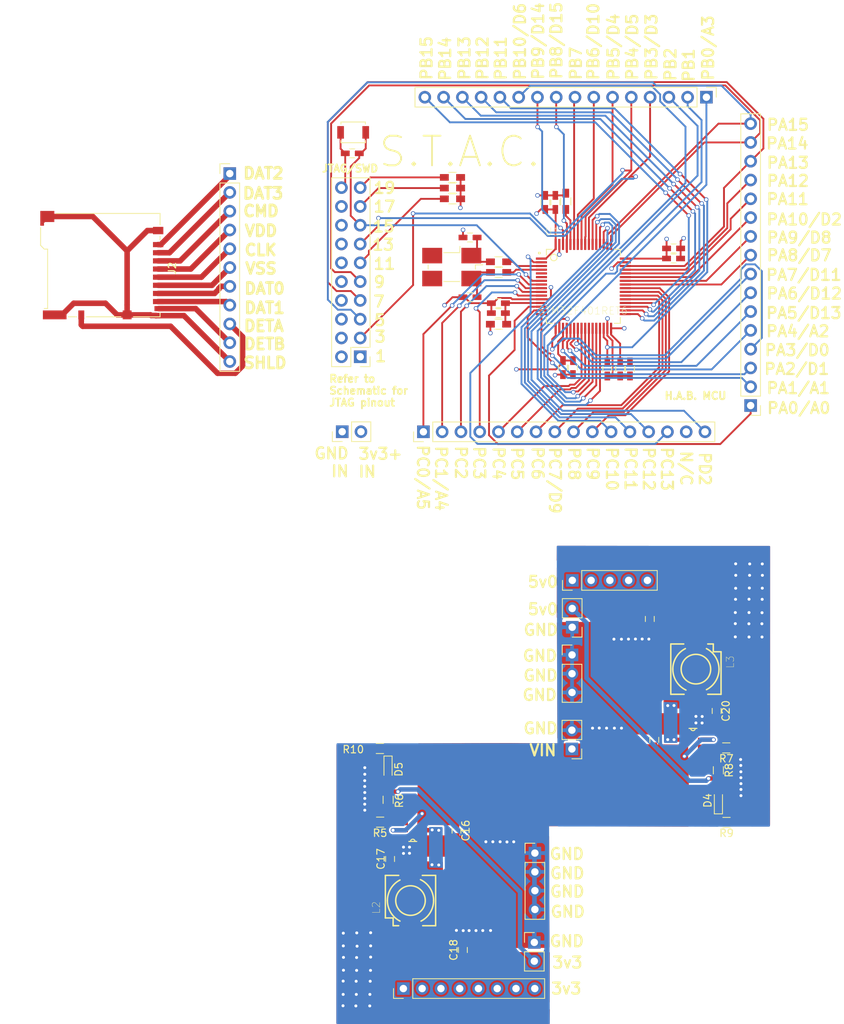
<source format=kicad_pcb>
(kicad_pcb (version 4) (host pcbnew 4.0.7-e2-6376~58~ubuntu16.04.1)
  (layers (0 F.Cu signal) (1 In1.Cu power hide) (2 In2.Cu power hide) (31 B.Cu signal) (34 B.Paste user) (35 F.Paste user) (36 B.SilkS user) (37 F.SilkS user) (38 B.Mask user) (39 F.Mask user) (44 Edge.Cuts user))
  (net 0 "")
  (net 1 "Net-(0k1-Pad1)")
  (net 2 "Net-(0k1-Pad2)")
  (net 3 "Net-(0k2-Pad1)")
  (net 4 "Net-(0k2-Pad2)")
  (net 5 GND)
  (net 6 +3.3VA)
  (net 7 +3V3)
  (net 8 "Net-(10k1-Pad2)")
  (net 9 "Net-(10k2-Pad2)")
  (net 10 "Net-(10k3-Pad2)")
  (net 11 "Net-(10k4-Pad1)")
  (net 12 RST)
  (net 13 PB4)
  (net 14 PA15)
  (net 15 PA13)
  (net 16 PA14)
  (net 17 PB3)
  (net 18 "Net-(J2-Pad1)")
  (net 19 "Net-(J2-Pad11)")
  (net 20 "Net-(J2-Pad9)")
  (net 21 "Net-(J2-Pad2)")
  (net 22 "Net-(J2-Pad3)")
  (net 23 "Net-(J2-Pad4)")
  (net 24 "Net-(J2-Pad5)")
  (net 25 "Net-(J2-Pad6)")
  (net 26 "Net-(J2-Pad7)")
  (net 27 "Net-(J2-Pad8)")
  (net 28 "Net-(J2-Pad10)")
  (net 29 PA0)
  (net 30 PA1)
  (net 31 PA2)
  (net 32 PA3)
  (net 33 PA4)
  (net 34 PA5)
  (net 35 PA6)
  (net 36 PA7)
  (net 37 PA8)
  (net 38 PA9)
  (net 39 PA10)
  (net 40 PA11)
  (net 41 PA12)
  (net 42 PB0)
  (net 43 PB1)
  (net 44 PB2)
  (net 45 PB5)
  (net 46 PB6)
  (net 47 PB7)
  (net 48 PB8)
  (net 49 PB9)
  (net 50 PB10)
  (net 51 PB12)
  (net 52 PB13)
  (net 53 PB14)
  (net 54 PB15)
  (net 55 PC0)
  (net 56 PC1)
  (net 57 PC2)
  (net 58 PC3)
  (net 59 PC4)
  (net 60 PC5)
  (net 61 PC6)
  (net 62 PC7)
  (net 63 PC8)
  (net 64 PC9)
  (net 65 PC10)
  (net 66 PC11)
  (net 67 PC12)
  (net 68 PC13)
  (net 69 "Net-(J5-Pad15)")
  (net 70 PD2)
  (net 71 "Net-(Y1-Pad2)")
  (net 72 "Net-(Y1-Pad3)")
  (net 73 "Net-(U1-Pad5)")
  (net 74 "Net-(U1-Pad6)")
  (net 75 PB11)
  (net 76 "Net-(C16-Pad1)")
  (net 77 "Net-(C16-Pad2)")
  (net 78 "Net-(C17-Pad1)")
  (net 79 "Net-(C17-Pad2)")
  (net 80 "Net-(C18-Pad1)")
  (net 81 "Net-(C20-Pad1)")
  (net 82 "Net-(C20-Pad2)")
  (net 83 "Net-(C21-Pad1)")
  (net 84 "Net-(R5-Pad2)")
  (net 85 "Net-(R7-Pad2)")
  (net 86 "Net-(D4-Pad1)")
  (net 87 "Net-(D5-Pad1)")
  (module Connectors_Card:Hirose_DM3BT-DSF-PEJS (layer F.Cu) (at 90.26916 99.36096 270)
    (fp_text reference J2 (at 3.2 -2.6 270) (layer F.SilkS))
    (fp_text value Micro_SD_Card_Det)
    (pad 1 smd rect (at 0 -0.7 270) (size 0.7 1.4) (layers F.Cu F.Paste F.Mask) (net 18 "Net-(J2-Pad1)"))
    (pad 11 smd rect (at -3.8 14.3 270) (size 1.5 1.9) (layers F.Cu F.Paste F.Mask) (net 19 "Net-(J2-Pad11)"))
    (pad 11 smd rect (at -1.9 -0.7 270) (size 1 1.4) (layers F.Cu F.Paste F.Mask) (net 19 "Net-(J2-Pad11)"))
    (pad 11 smd rect (at 9.5 3.5 270) (size 1.2 1.2) (layers F.Cu F.Paste F.Mask) (net 19 "Net-(J2-Pad11)"))
    (pad 11 smd rect (at 9.5 13.3 270) (size 1.2 3.2) (layers F.Cu F.Paste F.Mask) (net 19 "Net-(J2-Pad11)"))
    (pad 9 smd rect (at 8.65 -0.8 270) (size 0.7 1.2) (layers F.Cu F.Paste F.Mask) (net 20 "Net-(J2-Pad9)"))
    (pad 2 smd rect (at 1.1 -0.7 270) (size 0.7 1.4) (layers F.Cu F.Paste F.Mask) (net 21 "Net-(J2-Pad2)"))
    (pad 3 smd rect (at 2.2 -0.7 270) (size 0.7 1.4) (layers F.Cu F.Paste F.Mask) (net 22 "Net-(J2-Pad3)"))
    (pad 4 smd rect (at 3.3 -0.7 270) (size 0.7 1.4) (layers F.Cu F.Paste F.Mask) (net 23 "Net-(J2-Pad4)"))
    (pad 5 smd rect (at 4.4 -0.7 270) (size 0.7 1.4) (layers F.Cu F.Paste F.Mask) (net 24 "Net-(J2-Pad5)"))
    (pad 6 smd rect (at 5.5 -0.7 270) (size 0.7 1.4) (layers F.Cu F.Paste F.Mask) (net 25 "Net-(J2-Pad6)"))
    (pad 7 smd rect (at 6.6 -0.7 270) (size 0.7 1.4) (layers F.Cu F.Paste F.Mask) (net 26 "Net-(J2-Pad7)"))
    (pad 8 smd rect (at 7.7 -0.7 270) (size 0.7 1.4) (layers F.Cu F.Paste F.Mask) (net 27 "Net-(J2-Pad8)"))
    (pad 11 smd rect (at -2.8 15 270) (size 0.5 0.5) (layers F.Cu F.Paste F.Mask) (net 19 "Net-(J2-Pad11)"))
    (pad 10 smd rect (at 9.5 9.7 270) (size 1.2 0.8) (layers F.Cu F.Paste F.Mask) (net 28 "Net-(J2-Pad10)"))
    (pad 11 smd rect (at -3.05 14.75 315) (size 0.2 0.2) (layers F.Cu F.Paste F.Mask) (net 19 "Net-(J2-Pad11)"))
  )
  (module STM32F401RET6:QFP50P1200X1200X160-64N (layer F.Cu) (at 148.5011 105.0036)
    (fp_text reference U1 (at -4.22007 -7.40267) (layer F.SilkS) (effects (font (size 1.00239 1.00239) (thickness 0.05))))
    (fp_text value STM32F401RET6 (at -0.04318 3.302) (layer F.SilkS) (effects (font (size 1.00246 1.00246) (thickness 0.05))))
    (pad 1 smd rect (at -5.67 -3.75) (size 1.5 0.3) (layers F.Cu F.Paste F.Mask) (net 7 +3V3))
    (pad 2 smd rect (at -5.67 -3.25) (size 1.5 0.3) (layers F.Cu F.Paste F.Mask) (net 68 PC13))
    (pad 3 smd rect (at -5.67 -2.75) (size 1.5 0.3) (layers F.Cu F.Paste F.Mask) (net 1 "Net-(0k1-Pad1)"))
    (pad 4 smd rect (at -5.67 -2.25) (size 1.5 0.3) (layers F.Cu F.Paste F.Mask) (net 3 "Net-(0k2-Pad1)"))
    (pad 5 smd rect (at -5.67 -1.75) (size 1.5 0.3) (layers F.Cu F.Paste F.Mask) (net 73 "Net-(U1-Pad5)"))
    (pad 6 smd rect (at -5.67 -1.25) (size 1.5 0.3) (layers F.Cu F.Paste F.Mask) (net 74 "Net-(U1-Pad6)"))
    (pad 7 smd rect (at -5.67 -0.75) (size 1.5 0.3) (layers F.Cu F.Paste F.Mask) (net 12 RST))
    (pad 8 smd rect (at -5.67 -0.25) (size 1.5 0.3) (layers F.Cu F.Paste F.Mask) (net 55 PC0))
    (pad 9 smd rect (at -5.67 0.25) (size 1.5 0.3) (layers F.Cu F.Paste F.Mask) (net 56 PC1))
    (pad 10 smd rect (at -5.67 0.75) (size 1.5 0.3) (layers F.Cu F.Paste F.Mask) (net 57 PC2))
    (pad 11 smd rect (at -5.67 1.25) (size 1.5 0.3) (layers F.Cu F.Paste F.Mask) (net 58 PC3))
    (pad 12 smd rect (at -5.67 1.75) (size 1.5 0.3) (layers F.Cu F.Paste F.Mask) (net 5 GND))
    (pad 13 smd rect (at -5.67 2.25) (size 1.5 0.3) (layers F.Cu F.Paste F.Mask) (net 6 +3.3VA))
    (pad 14 smd rect (at -5.67 2.75) (size 1.5 0.3) (layers F.Cu F.Paste F.Mask) (net 29 PA0))
    (pad 15 smd rect (at -5.67 3.25) (size 1.5 0.3) (layers F.Cu F.Paste F.Mask) (net 30 PA1))
    (pad 16 smd rect (at -5.67 3.75) (size 1.5 0.3) (layers F.Cu F.Paste F.Mask) (net 31 PA2))
    (pad 17 smd rect (at -3.75 5.67 90) (size 1.5 0.3) (layers F.Cu F.Paste F.Mask) (net 32 PA3))
    (pad 18 smd rect (at -3.25 5.67 90) (size 1.5 0.3) (layers F.Cu F.Paste F.Mask) (net 5 GND))
    (pad 19 smd rect (at -2.75 5.67 90) (size 1.5 0.3) (layers F.Cu F.Paste F.Mask) (net 7 +3V3))
    (pad 20 smd rect (at -2.25 5.67 90) (size 1.5 0.3) (layers F.Cu F.Paste F.Mask) (net 33 PA4))
    (pad 21 smd rect (at -1.75 5.67 90) (size 1.5 0.3) (layers F.Cu F.Paste F.Mask) (net 34 PA5))
    (pad 22 smd rect (at -1.25 5.67 90) (size 1.5 0.3) (layers F.Cu F.Paste F.Mask) (net 35 PA6))
    (pad 23 smd rect (at -0.75 5.67 90) (size 1.5 0.3) (layers F.Cu F.Paste F.Mask) (net 36 PA7))
    (pad 24 smd rect (at -0.25 5.67 90) (size 1.5 0.3) (layers F.Cu F.Paste F.Mask) (net 59 PC4))
    (pad 25 smd rect (at 0.25 5.67 90) (size 1.5 0.3) (layers F.Cu F.Paste F.Mask) (net 60 PC5))
    (pad 26 smd rect (at 0.75 5.67 90) (size 1.5 0.3) (layers F.Cu F.Paste F.Mask) (net 42 PB0))
    (pad 27 smd rect (at 1.25 5.67 90) (size 1.5 0.3) (layers F.Cu F.Paste F.Mask) (net 43 PB1))
    (pad 28 smd rect (at 1.75 5.67 90) (size 1.5 0.3) (layers F.Cu F.Paste F.Mask) (net 44 PB2))
    (pad 29 smd rect (at 2.25 5.67 90) (size 1.5 0.3) (layers F.Cu F.Paste F.Mask) (net 50 PB10))
    (pad 30 smd rect (at 2.75 5.67 90) (size 1.5 0.3) (layers F.Cu F.Paste F.Mask) (net 75 PB11))
    (pad 31 smd rect (at 3.25 5.67 90) (size 1.5 0.3) (layers F.Cu F.Paste F.Mask) (net 5 GND))
    (pad 32 smd rect (at 3.75 5.67 90) (size 1.5 0.3) (layers F.Cu F.Paste F.Mask) (net 7 +3V3))
    (pad 33 smd rect (at 5.67 3.75 180) (size 1.5 0.3) (layers F.Cu F.Paste F.Mask) (net 51 PB12))
    (pad 34 smd rect (at 5.67 3.25 180) (size 1.5 0.3) (layers F.Cu F.Paste F.Mask) (net 52 PB13))
    (pad 35 smd rect (at 5.67 2.75 180) (size 1.5 0.3) (layers F.Cu F.Paste F.Mask) (net 53 PB14))
    (pad 36 smd rect (at 5.67 2.25 180) (size 1.5 0.3) (layers F.Cu F.Paste F.Mask) (net 54 PB15))
    (pad 37 smd rect (at 5.67 1.75 180) (size 1.5 0.3) (layers F.Cu F.Paste F.Mask) (net 61 PC6))
    (pad 38 smd rect (at 5.67 1.25 180) (size 1.5 0.3) (layers F.Cu F.Paste F.Mask) (net 62 PC7))
    (pad 39 smd rect (at 5.67 0.75 180) (size 1.5 0.3) (layers F.Cu F.Paste F.Mask) (net 63 PC8))
    (pad 40 smd rect (at 5.67 0.25 180) (size 1.5 0.3) (layers F.Cu F.Paste F.Mask) (net 64 PC9))
    (pad 41 smd rect (at 5.67 -0.25 180) (size 1.5 0.3) (layers F.Cu F.Paste F.Mask) (net 37 PA8))
    (pad 42 smd rect (at 5.67 -0.75 180) (size 1.5 0.3) (layers F.Cu F.Paste F.Mask) (net 38 PA9))
    (pad 43 smd rect (at 5.67 -1.25 180) (size 1.5 0.3) (layers F.Cu F.Paste F.Mask) (net 39 PA10))
    (pad 44 smd rect (at 5.67 -1.75 180) (size 1.5 0.3) (layers F.Cu F.Paste F.Mask) (net 40 PA11))
    (pad 45 smd rect (at 5.67 -2.25 180) (size 1.5 0.3) (layers F.Cu F.Paste F.Mask) (net 41 PA12))
    (pad 46 smd rect (at 5.67 -2.75 180) (size 1.5 0.3) (layers F.Cu F.Paste F.Mask) (net 15 PA13))
    (pad 47 smd rect (at 5.67 -3.25 180) (size 1.5 0.3) (layers F.Cu F.Paste F.Mask) (net 5 GND))
    (pad 48 smd rect (at 5.67 -3.75 180) (size 1.5 0.3) (layers F.Cu F.Paste F.Mask) (net 7 +3V3))
    (pad 49 smd rect (at 3.75 -5.67 270) (size 1.5 0.3) (layers F.Cu F.Paste F.Mask) (net 16 PA14))
    (pad 50 smd rect (at 3.25 -5.67 270) (size 1.5 0.3) (layers F.Cu F.Paste F.Mask) (net 14 PA15))
    (pad 51 smd rect (at 2.75 -5.67 270) (size 1.5 0.3) (layers F.Cu F.Paste F.Mask) (net 65 PC10))
    (pad 52 smd rect (at 2.25 -5.67 270) (size 1.5 0.3) (layers F.Cu F.Paste F.Mask) (net 66 PC11))
    (pad 53 smd rect (at 1.75 -5.67 270) (size 1.5 0.3) (layers F.Cu F.Paste F.Mask) (net 67 PC12))
    (pad 54 smd rect (at 1.25 -5.67 270) (size 1.5 0.3) (layers F.Cu F.Paste F.Mask) (net 70 PD2))
    (pad 55 smd rect (at 0.75 -5.67 270) (size 1.5 0.3) (layers F.Cu F.Paste F.Mask) (net 17 PB3))
    (pad 56 smd rect (at 0.25 -5.67 270) (size 1.5 0.3) (layers F.Cu F.Paste F.Mask) (net 13 PB4))
    (pad 57 smd rect (at -0.25 -5.67 270) (size 1.5 0.3) (layers F.Cu F.Paste F.Mask) (net 45 PB5))
    (pad 58 smd rect (at -0.75 -5.67 270) (size 1.5 0.3) (layers F.Cu F.Paste F.Mask) (net 46 PB6))
    (pad 59 smd rect (at -1.25 -5.67 270) (size 1.5 0.3) (layers F.Cu F.Paste F.Mask) (net 47 PB7))
    (pad 60 smd rect (at -1.75 -5.67 270) (size 1.5 0.3) (layers F.Cu F.Paste F.Mask) (net 11 "Net-(10k4-Pad1)"))
    (pad 61 smd rect (at -2.25 -5.67 270) (size 1.5 0.3) (layers F.Cu F.Paste F.Mask) (net 48 PB8))
    (pad 62 smd rect (at -2.75 -5.67 270) (size 1.5 0.3) (layers F.Cu F.Paste F.Mask) (net 49 PB9))
    (pad 63 smd rect (at -3.25 -5.67 270) (size 1.5 0.3) (layers F.Cu F.Paste F.Mask) (net 5 GND))
    (pad 64 smd rect (at -3.75 -5.67 270) (size 1.5 0.3) (layers F.Cu F.Paste F.Mask) (net 7 +3V3))
  )
  (module Resistors_SMD:R_0603_HandSoldering (layer F.Cu) (at 137.02792 101.68636 180)
    (fp_text reference 0k1 hide)
    (fp_text value R1)
    (pad 1 smd rect (at -1.1 0 180) (size 1.2 0.9) (layers F.Cu F.Paste F.Mask) (net 1 "Net-(0k1-Pad1)"))
    (pad 2 smd rect (at 1.1 0 180) (size 1.2 0.9) (layers F.Cu F.Paste F.Mask) (net 2 "Net-(0k1-Pad2)"))
  )
  (module Resistors_SMD:R_0603_HandSoldering (layer F.Cu) (at 137.03808 103.11384 180)
    (fp_text reference 0k2 hide)
    (fp_text value R2)
    (pad 1 smd rect (at -1.1 0 180) (size 1.2 0.9) (layers F.Cu F.Paste F.Mask) (net 3 "Net-(0k2-Pad1)"))
    (pad 2 smd rect (at 1.1 0 180) (size 1.2 0.9) (layers F.Cu F.Paste F.Mask) (net 4 "Net-(0k2-Pad2)"))
  )
  (module Capacitors_SMD:C_0603_HandSoldering (layer F.Cu) (at 137.00252 108.62056)
    (fp_text reference 1uF1 hide)
    (fp_text value C6)
    (pad 1 smd rect (at -0.95 0) (size 1.2 0.75) (layers F.Cu F.Paste F.Mask) (net 5 GND))
    (pad 2 smd rect (at 0.95 0) (size 1.2 0.75) (layers F.Cu F.Paste F.Mask) (net 6 +3.3VA))
  )
  (module Capacitors_SMD:C_0603_HandSoldering (layer F.Cu) (at 144.70888 93.65996 270)
    (fp_text reference 1uF2 hide)
    (fp_text value C14)
    (pad 1 smd rect (at -0.95 0 270) (size 1.2 0.75) (layers F.Cu F.Paste F.Mask) (net 5 GND))
    (pad 2 smd rect (at 0.95 0 270) (size 1.2 0.75) (layers F.Cu F.Paste F.Mask) (net 7 +3V3))
  )
  (module Capacitors_SMD:C_0603_HandSoldering (layer F.Cu) (at 145.74012 115.98152 90)
    (fp_text reference 1uF3 hide)
    (fp_text value C8)
    (pad 1 smd rect (at -0.95 0 90) (size 1.2 0.75) (layers F.Cu F.Paste F.Mask) (net 5 GND))
    (pad 2 smd rect (at 0.95 0 90) (size 1.2 0.75) (layers F.Cu F.Paste F.Mask) (net 7 +3V3))
  )
  (module Capacitors_SMD:C_0603_HandSoldering (layer F.Cu) (at 153.48204 116.16436 90)
    (fp_text reference 1uF4 hide)
    (fp_text value C12)
    (pad 1 smd rect (at -0.95 0 90) (size 1.2 0.75) (layers F.Cu F.Paste F.Mask) (net 5 GND))
    (pad 2 smd rect (at 0.95 0 90) (size 1.2 0.75) (layers F.Cu F.Paste F.Mask) (net 7 +3V3))
  )
  (module Capacitors_SMD:C_0603_HandSoldering (layer F.Cu) (at 160.71088 99.87788 180)
    (fp_text reference 1uF5 hide)
    (fp_text value C10)
    (pad 1 smd rect (at -0.95 0 180) (size 1.2 0.75) (layers F.Cu F.Paste F.Mask) (net 5 GND))
    (pad 2 smd rect (at 0.95 0 180) (size 1.2 0.75) (layers F.Cu F.Paste F.Mask) (net 7 +3V3))
  )
  (module Capacitors_SMD:C_0603_HandSoldering (layer F.Cu) (at 151.74468 116.16948 90)
    (fp_text reference 4.7uF1 hide)
    (fp_text value C21)
    (pad 1 smd rect (at -0.95 0 90) (size 1.2 0.75) (layers F.Cu F.Paste F.Mask) (net 5 GND))
    (pad 2 smd rect (at 0.95 0 90) (size 1.2 0.75) (layers F.Cu F.Paste F.Mask) (net 75 PB11))
  )
  (module Resistors_SMD:R_0603_HandSoldering (layer F.Cu) (at 130.78968 93.17736 180)
    (fp_text reference 10k1 hide)
    (fp_text value R6)
    (pad 1 smd rect (at -1.1 0 180) (size 1.2 0.9) (layers F.Cu F.Paste F.Mask) (net 5 GND))
    (pad 2 smd rect (at 1.1 0 180) (size 1.2 0.9) (layers F.Cu F.Paste F.Mask) (net 8 "Net-(10k1-Pad2)"))
  )
  (module Resistors_SMD:R_0603_HandSoldering (layer F.Cu) (at 130.78968 90.27668 180)
    (fp_text reference 10k2 hide)
    (fp_text value R7)
    (pad 1 smd rect (at -1.1 0 180) (size 1.2 0.9) (layers F.Cu F.Paste F.Mask) (net 5 GND))
    (pad 2 smd rect (at 1.1 0 180) (size 1.2 0.9) (layers F.Cu F.Paste F.Mask) (net 9 "Net-(10k2-Pad2)"))
  )
  (module Resistors_SMD:R_0603_HandSoldering (layer F.Cu) (at 130.78968 91.7194 180)
    (fp_text reference 10k3 hide)
    (fp_text value R8)
    (pad 1 smd rect (at -1.1 0 180) (size 1.2 0.9) (layers F.Cu F.Paste F.Mask) (net 5 GND))
    (pad 2 smd rect (at 1.1 0 180) (size 1.2 0.9) (layers F.Cu F.Paste F.Mask) (net 10 "Net-(10k3-Pad2)"))
  )
  (module Resistors_SMD:R_0603_HandSoldering (layer F.Cu) (at 146.1262 93.50992 90)
    (fp_text reference 10k4 hide)
    (fp_text value R5)
    (pad 1 smd rect (at -1.1 0 90) (size 1.2 0.9) (layers F.Cu F.Paste F.Mask) (net 11 "Net-(10k4-Pad1)"))
    (pad 2 smd rect (at 1.1 0 90) (size 1.2 0.9) (layers F.Cu F.Paste F.Mask) (net 5 GND))
  )
  (module Capacitors_SMD:C_0603_HandSoldering (layer F.Cu) (at 137.00506 107.2769)
    (fp_text reference 10nF1 hide)
    (fp_text value C7)
    (pad 1 smd rect (at -0.95 0) (size 1.2 0.75) (layers F.Cu F.Paste F.Mask) (net 5 GND))
    (pad 2 smd rect (at 0.95 0) (size 1.2 0.75) (layers F.Cu F.Paste F.Mask) (net 6 +3.3VA))
  )
  (module Inductors_SMD:L_0603_HandSoldering (layer F.Cu) (at 137.02284 110.11916 180)
    (fp_text reference 22uH1 hide)
    (fp_text value L1)
    (pad 1 smd rect (at -1.1 0 180) (size 1.2 0.9) (layers F.Cu F.Paste F.Mask) (net 6 +3.3VA))
    (pad 2 smd rect (at 1.1 0 180) (size 1.2 0.9) (layers F.Cu F.Paste F.Mask) (net 7 +3V3))
  )
  (module Capacitors_SMD:C_0603_HandSoldering (layer F.Cu) (at 117.23112 87.02548 180)
    (fp_text reference 100nF1 hide)
    (fp_text value C5)
    (pad 1 smd rect (at -0.95 0 180) (size 1.2 0.75) (layers F.Cu F.Paste F.Mask) (net 12 RST))
    (pad 2 smd rect (at 0.95 0 180) (size 1.2 0.75) (layers F.Cu F.Paste F.Mask) (net 5 GND))
  )
  (module Capacitors_SMD:C_0603_HandSoldering (layer F.Cu) (at 143.35252 93.65996 270)
    (fp_text reference 100nF2 hide)
    (fp_text value C15)
    (pad 1 smd rect (at -0.95 0 270) (size 1.2 0.75) (layers F.Cu F.Paste F.Mask) (net 5 GND))
    (pad 2 smd rect (at 0.95 0 270) (size 1.2 0.75) (layers F.Cu F.Paste F.Mask) (net 7 +3V3))
  )
  (module Capacitors_SMD:C_0603_HandSoldering (layer F.Cu) (at 147.0914 115.98152 90)
    (fp_text reference 100nF3 hide)
    (fp_text value C9)
    (pad 1 smd rect (at -0.95 0 90) (size 1.2 0.75) (layers F.Cu F.Paste F.Mask) (net 5 GND))
    (pad 2 smd rect (at 0.95 0 90) (size 1.2 0.75) (layers F.Cu F.Paste F.Mask) (net 7 +3V3))
  )
  (module Capacitors_SMD:C_0603_HandSoldering (layer F.Cu) (at 154.80792 116.16432 90)
    (fp_text reference 100nF4 hide)
    (fp_text value C13)
    (pad 1 smd rect (at -0.95 0 90) (size 1.2 0.75) (layers F.Cu F.Paste F.Mask) (net 5 GND))
    (pad 2 smd rect (at 0.95 0 90) (size 1.2 0.75) (layers F.Cu F.Paste F.Mask) (net 7 +3V3))
  )
  (module Capacitors_SMD:C_0603_HandSoldering (layer F.Cu) (at 160.7058 101.23932 180)
    (fp_text reference 100nF5 hide)
    (fp_text value C11)
    (pad 1 smd rect (at -0.95 0 180) (size 1.2 0.75) (layers F.Cu F.Paste F.Mask) (net 5 GND))
    (pad 2 smd rect (at 0.95 0 180) (size 1.2 0.75) (layers F.Cu F.Paste F.Mask) (net 7 +3V3))
  )
  (module Capacitors_SMD:C_0603_HandSoldering (layer F.Cu) (at 133.16712 98.3996 180)
    (fp_text reference C1 hide)
    (fp_text value 4.3pF hide)
    (pad 1 smd rect (at -0.95 0 180) (size 1.2 0.75) (layers F.Cu F.Paste F.Mask) (net 2 "Net-(0k1-Pad2)"))
    (pad 2 smd rect (at 0.95 0 180) (size 1.2 0.75) (layers F.Cu F.Paste F.Mask) (net 5 GND))
  )
  (module Capacitors_SMD:C_0603_HandSoldering (layer F.Cu) (at 133.16204 106.47172 180)
    (fp_text reference C2 hide)
    (fp_text value 4.3pF hide)
    (pad 1 smd rect (at -0.95 0 180) (size 1.2 0.75) (layers F.Cu F.Paste F.Mask) (net 4 "Net-(0k2-Pad2)"))
    (pad 2 smd rect (at 0.95 0 180) (size 1.2 0.75) (layers F.Cu F.Paste F.Mask) (net 5 GND))
  )
  (module Pin_Headers:Pin_Header_Straight_2x10_Pitch2.54mm (layer F.Cu) (at 118.30812 114.52352 180)
    (fp_text reference J1 hide)
    (fp_text value Conn_ARM_JTAG_SWD_20 hide)
    (pad 1 thru_hole rect (at 0 0 180) (size 1.7 1.7) (drill 1) (layers *.Cu *.Mask) (net 7 +3V3))
    (pad 2 thru_hole oval (at 2.54 0 180) (size 1.7 1.7) (drill 1) (layers *.Cu *.Mask) (net 7 +3V3))
    (pad 3 thru_hole oval (at 0 2.54 180) (size 1.7 1.7) (drill 1) (layers *.Cu *.Mask) (net 13 PB4))
    (pad 4 thru_hole oval (at 2.54 2.54 180) (size 1.7 1.7) (drill 1) (layers *.Cu *.Mask) (net 5 GND))
    (pad 5 thru_hole oval (at 0 5.08 180) (size 1.7 1.7) (drill 1) (layers *.Cu *.Mask) (net 14 PA15))
    (pad 6 thru_hole oval (at 2.54 5.08 180) (size 1.7 1.7) (drill 1) (layers *.Cu *.Mask) (net 5 GND))
    (pad 7 thru_hole oval (at 0 7.62 180) (size 1.7 1.7) (drill 1) (layers *.Cu *.Mask) (net 15 PA13))
    (pad 8 thru_hole oval (at 2.54 7.62 180) (size 1.7 1.7) (drill 1) (layers *.Cu *.Mask) (net 5 GND))
    (pad 9 thru_hole oval (at 0 10.16 180) (size 1.7 1.7) (drill 1) (layers *.Cu *.Mask) (net 16 PA14))
    (pad 10 thru_hole oval (at 2.54 10.16 180) (size 1.7 1.7) (drill 1) (layers *.Cu *.Mask) (net 5 GND))
    (pad 11 thru_hole oval (at 0 12.7 180) (size 1.7 1.7) (drill 1) (layers *.Cu *.Mask) (net 8 "Net-(10k1-Pad2)"))
    (pad 12 thru_hole oval (at 2.54 12.7 180) (size 1.7 1.7) (drill 1) (layers *.Cu *.Mask) (net 5 GND))
    (pad 13 thru_hole oval (at 0 15.24 180) (size 1.7 1.7) (drill 1) (layers *.Cu *.Mask) (net 17 PB3))
    (pad 14 thru_hole oval (at 2.54 15.24 180) (size 1.7 1.7) (drill 1) (layers *.Cu *.Mask) (net 5 GND))
    (pad 15 thru_hole oval (at 0 17.78 180) (size 1.7 1.7) (drill 1) (layers *.Cu *.Mask) (net 12 RST))
    (pad 16 thru_hole oval (at 2.54 17.78 180) (size 1.7 1.7) (drill 1) (layers *.Cu *.Mask) (net 5 GND))
    (pad 17 thru_hole oval (at 0 20.32 180) (size 1.7 1.7) (drill 1) (layers *.Cu *.Mask) (net 10 "Net-(10k3-Pad2)"))
    (pad 18 thru_hole oval (at 2.54 20.32 180) (size 1.7 1.7) (drill 1) (layers *.Cu *.Mask) (net 5 GND))
    (pad 19 thru_hole oval (at 0 22.86 180) (size 1.7 1.7) (drill 1) (layers *.Cu *.Mask) (net 9 "Net-(10k2-Pad2)"))
    (pad 20 thru_hole oval (at 2.54 22.86 180) (size 1.7 1.7) (drill 1) (layers *.Cu *.Mask) (net 5 GND))
  )
  (module Pin_Headers:Pin_Header_Straight_1x16_Pitch2.54mm (layer F.Cu) (at 171.13504 121.11228 180)
    (fp_text reference J3 hide)
    (fp_text value Conn_01x16_Male hide)
    (pad 1 thru_hole rect (at 0 0 180) (size 1.7 1.7) (drill 1) (layers *.Cu *.Mask) (net 29 PA0))
    (pad 2 thru_hole oval (at 0 2.54 180) (size 1.7 1.7) (drill 1) (layers *.Cu *.Mask) (net 30 PA1))
    (pad 3 thru_hole oval (at 0 5.08 180) (size 1.7 1.7) (drill 1) (layers *.Cu *.Mask) (net 31 PA2))
    (pad 4 thru_hole oval (at 0 7.62 180) (size 1.7 1.7) (drill 1) (layers *.Cu *.Mask) (net 32 PA3))
    (pad 5 thru_hole oval (at 0 10.16 180) (size 1.7 1.7) (drill 1) (layers *.Cu *.Mask) (net 33 PA4))
    (pad 6 thru_hole oval (at 0 12.7 180) (size 1.7 1.7) (drill 1) (layers *.Cu *.Mask) (net 34 PA5))
    (pad 7 thru_hole oval (at 0 15.24 180) (size 1.7 1.7) (drill 1) (layers *.Cu *.Mask) (net 35 PA6))
    (pad 8 thru_hole oval (at 0 17.78 180) (size 1.7 1.7) (drill 1) (layers *.Cu *.Mask) (net 36 PA7))
    (pad 9 thru_hole oval (at 0 20.32 180) (size 1.7 1.7) (drill 1) (layers *.Cu *.Mask) (net 37 PA8))
    (pad 10 thru_hole oval (at 0 22.86 180) (size 1.7 1.7) (drill 1) (layers *.Cu *.Mask) (net 38 PA9))
    (pad 11 thru_hole oval (at 0 25.4 180) (size 1.7 1.7) (drill 1) (layers *.Cu *.Mask) (net 39 PA10))
    (pad 12 thru_hole oval (at 0 27.94 180) (size 1.7 1.7) (drill 1) (layers *.Cu *.Mask) (net 40 PA11))
    (pad 13 thru_hole oval (at 0 30.48 180) (size 1.7 1.7) (drill 1) (layers *.Cu *.Mask) (net 41 PA12))
    (pad 14 thru_hole oval (at 0 33.02 180) (size 1.7 1.7) (drill 1) (layers *.Cu *.Mask) (net 15 PA13))
    (pad 15 thru_hole oval (at 0 35.56 180) (size 1.7 1.7) (drill 1) (layers *.Cu *.Mask) (net 16 PA14))
    (pad 16 thru_hole oval (at 0 38.1 180) (size 1.7 1.7) (drill 1) (layers *.Cu *.Mask) (net 14 PA15))
  )
  (module Pin_Headers:Pin_Header_Straight_1x16_Pitch2.54mm (layer F.Cu) (at 165.1508 79.44104 270)
    (fp_text reference J4 hide)
    (fp_text value Conn_01x16_Male hide)
    (pad 1 thru_hole rect (at 0 0 270) (size 1.7 1.7) (drill 1) (layers *.Cu *.Mask) (net 42 PB0))
    (pad 2 thru_hole oval (at 0 2.54 270) (size 1.7 1.7) (drill 1) (layers *.Cu *.Mask) (net 43 PB1))
    (pad 3 thru_hole oval (at 0 5.08 270) (size 1.7 1.7) (drill 1) (layers *.Cu *.Mask) (net 44 PB2))
    (pad 4 thru_hole oval (at 0 7.62 270) (size 1.7 1.7) (drill 1) (layers *.Cu *.Mask) (net 17 PB3))
    (pad 5 thru_hole oval (at 0 10.16 270) (size 1.7 1.7) (drill 1) (layers *.Cu *.Mask) (net 13 PB4))
    (pad 6 thru_hole oval (at 0 12.7 270) (size 1.7 1.7) (drill 1) (layers *.Cu *.Mask) (net 45 PB5))
    (pad 7 thru_hole oval (at 0 15.24 270) (size 1.7 1.7) (drill 1) (layers *.Cu *.Mask) (net 46 PB6))
    (pad 8 thru_hole oval (at 0 17.78 270) (size 1.7 1.7) (drill 1) (layers *.Cu *.Mask) (net 47 PB7))
    (pad 9 thru_hole oval (at 0 20.32 270) (size 1.7 1.7) (drill 1) (layers *.Cu *.Mask) (net 48 PB8))
    (pad 10 thru_hole oval (at 0 22.86 270) (size 1.7 1.7) (drill 1) (layers *.Cu *.Mask) (net 49 PB9))
    (pad 11 thru_hole oval (at 0 25.4 270) (size 1.7 1.7) (drill 1) (layers *.Cu *.Mask) (net 50 PB10))
    (pad 12 thru_hole oval (at 0 27.94 270) (size 1.7 1.7) (drill 1) (layers *.Cu *.Mask) (net 75 PB11))
    (pad 13 thru_hole oval (at 0 30.48 270) (size 1.7 1.7) (drill 1) (layers *.Cu *.Mask) (net 51 PB12))
    (pad 14 thru_hole oval (at 0 33.02 270) (size 1.7 1.7) (drill 1) (layers *.Cu *.Mask) (net 52 PB13))
    (pad 15 thru_hole oval (at 0 35.56 270) (size 1.7 1.7) (drill 1) (layers *.Cu *.Mask) (net 53 PB14))
    (pad 16 thru_hole oval (at 0 38.1 270) (size 1.7 1.7) (drill 1) (layers *.Cu *.Mask) (net 54 PB15))
  )
  (module Pin_Headers:Pin_Header_Straight_1x16_Pitch2.54mm (layer F.Cu) (at 126.85776 124.6632 90)
    (fp_text reference J5 hide)
    (fp_text value Conn_01x16_Male hide)
    (pad 1 thru_hole rect (at 0 0 90) (size 1.7 1.7) (drill 1) (layers *.Cu *.Mask) (net 55 PC0))
    (pad 2 thru_hole oval (at 0 2.54 90) (size 1.7 1.7) (drill 1) (layers *.Cu *.Mask) (net 56 PC1))
    (pad 3 thru_hole oval (at 0 5.08 90) (size 1.7 1.7) (drill 1) (layers *.Cu *.Mask) (net 57 PC2))
    (pad 4 thru_hole oval (at 0 7.62 90) (size 1.7 1.7) (drill 1) (layers *.Cu *.Mask) (net 58 PC3))
    (pad 5 thru_hole oval (at 0 10.16 90) (size 1.7 1.7) (drill 1) (layers *.Cu *.Mask) (net 59 PC4))
    (pad 6 thru_hole oval (at 0 12.7 90) (size 1.7 1.7) (drill 1) (layers *.Cu *.Mask) (net 60 PC5))
    (pad 7 thru_hole oval (at 0 15.24 90) (size 1.7 1.7) (drill 1) (layers *.Cu *.Mask) (net 61 PC6))
    (pad 8 thru_hole oval (at 0 17.78 90) (size 1.7 1.7) (drill 1) (layers *.Cu *.Mask) (net 62 PC7))
    (pad 9 thru_hole oval (at 0 20.32 90) (size 1.7 1.7) (drill 1) (layers *.Cu *.Mask) (net 63 PC8))
    (pad 10 thru_hole oval (at 0 22.86 90) (size 1.7 1.7) (drill 1) (layers *.Cu *.Mask) (net 64 PC9))
    (pad 11 thru_hole oval (at 0 25.4 90) (size 1.7 1.7) (drill 1) (layers *.Cu *.Mask) (net 65 PC10))
    (pad 12 thru_hole oval (at 0 27.94 90) (size 1.7 1.7) (drill 1) (layers *.Cu *.Mask) (net 66 PC11))
    (pad 13 thru_hole oval (at 0 30.48 90) (size 1.7 1.7) (drill 1) (layers *.Cu *.Mask) (net 67 PC12))
    (pad 14 thru_hole oval (at 0 33.02 90) (size 1.7 1.7) (drill 1) (layers *.Cu *.Mask) (net 68 PC13))
    (pad 15 thru_hole oval (at 0 35.56 90) (size 1.7 1.7) (drill 1) (layers *.Cu *.Mask) (net 69 "Net-(J5-Pad15)"))
    (pad 16 thru_hole oval (at 0 38.1 90) (size 1.7 1.7) (drill 1) (layers *.Cu *.Mask) (net 70 PD2))
  )
  (module Pin_Headers:Pin_Header_Straight_1x02_Pitch2.54mm (layer F.Cu) (at 115.86972 124.64796 90)
    (fp_text reference J6 hide)
    (fp_text value Conn_01x02_Male hide)
    (pad 1 thru_hole rect (at 0 0 90) (size 1.7 1.7) (drill 1) (layers *.Cu *.Mask) (net 5 GND))
    (pad 2 thru_hole oval (at 0 2.54 90) (size 1.7 1.7) (drill 1) (layers *.Cu *.Mask) (net 7 +3V3))
  )
  (module Pin_Headers:Pin_Header_Straight_1x11_Pitch2.54mm (layer F.Cu) (at 100.6602 89.7636)
    (fp_text reference J9 hide)
    (fp_text value Conn_01x11_Male hide)
    (pad 1 thru_hole rect (at 0 0) (size 1.7 1.7) (drill 1) (layers *.Cu *.Mask) (net 18 "Net-(J2-Pad1)"))
    (pad 2 thru_hole oval (at 0 2.54) (size 1.7 1.7) (drill 1) (layers *.Cu *.Mask) (net 21 "Net-(J2-Pad2)"))
    (pad 3 thru_hole oval (at 0 5.08) (size 1.7 1.7) (drill 1) (layers *.Cu *.Mask) (net 22 "Net-(J2-Pad3)"))
    (pad 4 thru_hole oval (at 0 7.62) (size 1.7 1.7) (drill 1) (layers *.Cu *.Mask) (net 23 "Net-(J2-Pad4)"))
    (pad 5 thru_hole oval (at 0 10.16) (size 1.7 1.7) (drill 1) (layers *.Cu *.Mask) (net 24 "Net-(J2-Pad5)"))
    (pad 6 thru_hole oval (at 0 12.7) (size 1.7 1.7) (drill 1) (layers *.Cu *.Mask) (net 25 "Net-(J2-Pad6)"))
    (pad 7 thru_hole oval (at 0 15.24) (size 1.7 1.7) (drill 1) (layers *.Cu *.Mask) (net 26 "Net-(J2-Pad7)"))
    (pad 8 thru_hole oval (at 0 17.78) (size 1.7 1.7) (drill 1) (layers *.Cu *.Mask) (net 27 "Net-(J2-Pad8)"))
    (pad 9 thru_hole oval (at 0 20.32) (size 1.7 1.7) (drill 1) (layers *.Cu *.Mask) (net 28 "Net-(J2-Pad10)"))
    (pad 10 thru_hole oval (at 0 22.86) (size 1.7 1.7) (drill 1) (layers *.Cu *.Mask) (net 20 "Net-(J2-Pad9)"))
    (pad 11 thru_hole oval (at 0 25.4) (size 1.7 1.7) (drill 1) (layers *.Cu *.Mask) (net 19 "Net-(J2-Pad11)"))
  )
  (module Buttons_Switches_SMD:SW_SPST_B3U-1000P (layer F.Cu) (at 117.35308 84.19084)
    (fp_text reference SW1 hide)
    (fp_text value SW_DPST_x2 hide)
    (pad 1 smd rect (at -1.7 0) (size 0.9 1.7) (layers F.Cu F.Paste F.Mask) (net 5 GND))
    (pad 2 smd rect (at 1.7 0) (size 0.9 1.7) (layers F.Cu F.Paste F.Mask) (net 12 RST))
  )
  (module Crystals:Crystal_SMD_0603-4pin_6.0x3.5mm_HandSoldering (layer F.Cu) (at 130.69824 102.39756 180)
    (fp_text reference Y1 hide)
    (fp_text value 32.768MHz)
    (pad 1 smd rect (at -2.65 1.55 180) (size 2.7 2.1) (layers F.Cu F.Paste F.Mask) (net 2 "Net-(0k1-Pad2)"))
    (pad 2 smd rect (at 2.65 1.55 180) (size 2.7 2.1) (layers F.Cu F.Paste F.Mask) (net 71 "Net-(Y1-Pad2)"))
    (pad 3 smd rect (at 2.65 -1.55 180) (size 2.7 2.1) (layers F.Cu F.Paste F.Mask) (net 72 "Net-(Y1-Pad3)"))
    (pad 4 smd rect (at -2.65 -1.55 180) (size 2.7 2.1) (layers F.Cu F.Paste F.Mask) (net 4 "Net-(0k2-Pad2)"))
  )
  (module Capacitors_SMD:C_0603_HandSoldering (layer F.Cu) (at 131.33578 178.56454 270)
    (fp_text reference C16 (at 0 -1.25 270) (layer F.SilkS))
    (fp_text value 10uF hide)
    (pad 1 smd rect (at -0.95 0 270) (size 1.2 0.75) (layers F.Cu F.Paste F.Mask) (net 76 "Net-(C16-Pad1)"))
    (pad 2 smd rect (at 0.95 0 270) (size 1.2 0.75) (layers F.Cu F.Paste F.Mask) (net 77 "Net-(C16-Pad2)"))
  )
  (module Capacitors_SMD:C_0603_HandSoldering (layer F.Cu) (at 122.34926 182.3974 90)
    (fp_text reference C17 (at 0 -1.25 90) (layer F.SilkS))
    (fp_text value 100nF hide)
    (pad 1 smd rect (at -0.95 0 90) (size 1.2 0.75) (layers F.Cu F.Paste F.Mask) (net 78 "Net-(C17-Pad1)"))
    (pad 2 smd rect (at 0.95 0 90) (size 1.2 0.75) (layers F.Cu F.Paste F.Mask) (net 79 "Net-(C17-Pad2)"))
  )
  (module Capacitors_SMD:C_0603_HandSoldering (layer F.Cu) (at 132.19938 194.69608 90)
    (fp_text reference C18 (at 0 -1.25 90) (layer F.SilkS))
    (fp_text value 47uF hide)
    (pad 1 smd rect (at -0.95 0 90) (size 1.2 0.75) (layers F.Cu F.Paste F.Mask) (net 80 "Net-(C18-Pad1)"))
    (pad 2 smd rect (at 0.95 0 90) (size 1.2 0.75) (layers F.Cu F.Paste F.Mask) (net 77 "Net-(C16-Pad2)"))
  )
  (module Capacitors_SMD:C_0603_HandSoldering (layer F.Cu) (at 158.1023 166.29888 90)
    (fp_text reference C19 hide)
    (fp_text value 10uF hide)
    (pad 1 smd rect (at -0.95 0 90) (size 1.2 0.75) (layers F.Cu F.Paste F.Mask) (net 76 "Net-(C16-Pad1)"))
    (pad 2 smd rect (at 0.95 0 90) (size 1.2 0.75) (layers F.Cu F.Paste F.Mask) (net 77 "Net-(C16-Pad2)"))
  )
  (module Capacitors_SMD:C_0603_HandSoldering (layer F.Cu) (at 166.5351 162.39236 270)
    (fp_text reference C20 (at 0 -1.25 270) (layer F.SilkS))
    (fp_text value 100nF hide)
    (pad 1 smd rect (at -0.95 0 270) (size 1.2 0.75) (layers F.Cu F.Paste F.Mask) (net 81 "Net-(C20-Pad1)"))
    (pad 2 smd rect (at 0.95 0 270) (size 1.2 0.75) (layers F.Cu F.Paste F.Mask) (net 82 "Net-(C20-Pad2)"))
  )
  (module Capacitors_SMD:C_0603_HandSoldering (layer F.Cu) (at 157.4927 149.95648 270)
    (fp_text reference C21 hide)
    (fp_text value 47uF hide)
    (pad 1 smd rect (at -0.95 0 270) (size 1.2 0.75) (layers F.Cu F.Paste F.Mask) (net 83 "Net-(C21-Pad1)"))
    (pad 2 smd rect (at 0.95 0 270) (size 1.2 0.75) (layers F.Cu F.Paste F.Mask) (net 77 "Net-(C16-Pad2)"))
  )
  (module Pin_Headers:Pin_Header_Straight_1x02_Pitch2.54mm (layer F.Cu) (at 146.99234 151.0792 180)
    (fp_text reference J10 hide)
    (fp_text value Conn_01x02_Male hide)
    (pad 1 thru_hole rect (at 0 0 180) (size 1.7 1.7) (drill 1) (layers *.Cu *.Mask) (net 77 "Net-(C16-Pad2)"))
    (pad 2 thru_hole oval (at 0 2.54 180) (size 1.7 1.7) (drill 1) (layers *.Cu *.Mask) (net 83 "Net-(C21-Pad1)"))
  )
  (module TPS564208:INDC7070X450 (layer F.Cu) (at 125.01118 187.99048 90)
    (fp_text reference L2 (at -0.98623 -4.53724 90) (layer F.SilkS) (effects (font (size 1.00085 1.00085) (thickness 0.05))))
    (fp_text value 2.2uH hide)
    (pad 1 smd rect (at -3.2254 0.1016 180) (size 2.2 1.5) (layers F.Cu F.Paste F.Mask) (net 80 "Net-(C18-Pad1)"))
    (pad 2 smd rect (at 3.1746 0.1016 180) (size 2.2 1.5) (layers F.Cu F.Paste F.Mask) (net 78 "Net-(C17-Pad1)"))
  )
  (module TPS564208:INDC7070X450 (layer F.Cu) (at 163.83254 156.76412 270)
    (fp_text reference L3 (at -0.98623 -4.53724 270) (layer F.SilkS) (effects (font (size 1.00085 1.00085) (thickness 0.05))))
    (fp_text value 3.3uH hide)
    (pad 1 smd rect (at -3.2254 0.1016) (size 2.2 1.5) (layers F.Cu F.Paste F.Mask) (net 83 "Net-(C21-Pad1)"))
    (pad 2 smd rect (at 3.1746 0.1016) (size 2.2 1.5) (layers F.Cu F.Paste F.Mask) (net 81 "Net-(C20-Pad1)"))
  )
  (module Resistors_SMD:R_0603_HandSoldering (layer F.Cu) (at 121.00542 177.419)
    (fp_text reference R5 (at -0.0176 1.47828) (layer F.SilkS))
    (fp_text value 10k hide)
    (pad 1 smd rect (at -1.1 0) (size 1.2 0.9) (layers F.Cu F.Paste F.Mask) (net 77 "Net-(C16-Pad2)"))
    (pad 2 smd rect (at 1.1 0) (size 1.2 0.9) (layers F.Cu F.Paste F.Mask) (net 84 "Net-(R5-Pad2)"))
  )
  (module Resistors_SMD:R_0603_HandSoldering (layer F.Cu) (at 122.0851 174.39912 90)
    (fp_text reference R6 (at -0.1319 1.50876 90) (layer F.SilkS))
    (fp_text value 33.2k hide)
    (pad 1 smd rect (at -1.1 0 90) (size 1.2 0.9) (layers F.Cu F.Paste F.Mask) (net 84 "Net-(R5-Pad2)"))
    (pad 2 smd rect (at 1.1 0 90) (size 1.2 0.9) (layers F.Cu F.Paste F.Mask) (net 80 "Net-(C18-Pad1)"))
  )
  (module Resistors_SMD:R_0603_HandSoldering (layer F.Cu) (at 167.83794 167.386 180)
    (fp_text reference R7 (at 0 -1.45 180) (layer F.SilkS))
    (fp_text value 10k hide)
    (pad 1 smd rect (at -1.1 0 180) (size 1.2 0.9) (layers F.Cu F.Paste F.Mask) (net 77 "Net-(C16-Pad2)"))
    (pad 2 smd rect (at 1.1 0 180) (size 1.2 0.9) (layers F.Cu F.Paste F.Mask) (net 85 "Net-(R7-Pad2)"))
  )
  (module Resistors_SMD:R_0603_HandSoldering (layer F.Cu) (at 166.76878 170.41368 270)
    (fp_text reference R8 (at 0 -1.45 270) (layer F.SilkS))
    (fp_text value 56.2k hide)
    (pad 1 smd rect (at -1.1 0 270) (size 1.2 0.9) (layers F.Cu F.Paste F.Mask) (net 85 "Net-(R7-Pad2)"))
    (pad 2 smd rect (at 1.1 0 270) (size 1.2 0.9) (layers F.Cu F.Paste F.Mask) (net 83 "Net-(C21-Pad1)"))
  )
  (module TPS564208:TPS564208 (layer F.Cu) (at 163.3347 166.27348)
    (fp_text reference U3 hide)
    (fp_text value TPS564208 hide)
    (pad 1 smd rect (at -1.2954 -0.9398) (size 1.27 0.5588) (layers F.Cu F.Paste F.Mask) (net 77 "Net-(C16-Pad2)"))
    (pad 2 smd rect (at -1.2954 0) (size 1.27 0.5588) (layers F.Cu F.Paste F.Mask) (net 81 "Net-(C20-Pad1)"))
    (pad 3 smd rect (at -1.2954 0.9398) (size 1.27 0.5588) (layers F.Cu F.Paste F.Mask) (net 76 "Net-(C16-Pad1)"))
    (pad 4 smd rect (at 1.2954 0.9398) (size 1.27 0.5588) (layers F.Cu F.Paste F.Mask) (net 85 "Net-(R7-Pad2)"))
    (pad 5 smd rect (at 1.2954 0) (size 1.27 0.5588) (layers F.Cu F.Paste F.Mask) (net 76 "Net-(C16-Pad1)"))
    (pad 6 smd rect (at 1.2954 -0.9398) (size 1.27 0.5588) (layers F.Cu F.Paste F.Mask) (net 82 "Net-(C20-Pad2)"))
  )
  (module Pin_Headers:Pin_Header_Straight_1x02_Pitch2.54mm (layer F.Cu) (at 146.9517 167.52824 180)
    (fp_text reference J7 hide)
    (fp_text value Conn_01x02_Male hide)
    (pad 1 thru_hole rect (at 0 0 180) (size 1.7 1.7) (drill 1) (layers *.Cu *.Mask) (net 76 "Net-(C16-Pad1)"))
    (pad 2 thru_hole oval (at 0 2.54 180) (size 1.7 1.7) (drill 1) (layers *.Cu *.Mask) (net 77 "Net-(C16-Pad2)"))
  )
  (module Pin_Headers:Pin_Header_Straight_1x02_Pitch2.54mm (layer F.Cu) (at 141.86662 193.66992)
    (fp_text reference J8 hide)
    (fp_text value Conn_01x02_Male hide)
    (pad 1 thru_hole rect (at 0 0) (size 1.7 1.7) (drill 1) (layers *.Cu *.Mask) (net 77 "Net-(C16-Pad2)"))
    (pad 2 thru_hole oval (at 0 2.54) (size 1.7 1.7) (drill 1) (layers *.Cu *.Mask) (net 80 "Net-(C18-Pad1)"))
  )
  (module TPS564208:TPS564208 (layer F.Cu) (at 125.42266 178.50358 180)
    (fp_text reference U2 hide)
    (fp_text value TPS564208 hide)
    (pad 1 smd rect (at -1.2954 -0.9398 180) (size 1.27 0.5588) (layers F.Cu F.Paste F.Mask) (net 77 "Net-(C16-Pad2)"))
    (pad 2 smd rect (at -1.2954 0 180) (size 1.27 0.5588) (layers F.Cu F.Paste F.Mask) (net 78 "Net-(C17-Pad1)"))
    (pad 3 smd rect (at -1.2954 0.9398 180) (size 1.27 0.5588) (layers F.Cu F.Paste F.Mask) (net 76 "Net-(C16-Pad1)"))
    (pad 4 smd rect (at 1.2954 0.9398 180) (size 1.27 0.5588) (layers F.Cu F.Paste F.Mask) (net 84 "Net-(R5-Pad2)"))
    (pad 5 smd rect (at 1.2954 0 180) (size 1.27 0.5588) (layers F.Cu F.Paste F.Mask) (net 76 "Net-(C16-Pad1)"))
    (pad 6 smd rect (at 1.2954 -0.9398 180) (size 1.27 0.5588) (layers F.Cu F.Paste F.Mask) (net 79 "Net-(C17-Pad2)"))
  )
  (module LEDs:LED_0603_HandSoldering (layer F.Cu) (at 166.77386 174.498 90)
    (fp_text reference D4 (at 0 -1.45 90) (layer F.SilkS))
    (fp_text value LED hide)
    (pad 1 smd rect (at -1.1 0 90) (size 1.2 0.9) (layers F.Cu F.Paste F.Mask) (net 86 "Net-(D4-Pad1)"))
    (pad 2 smd rect (at 1.1 0 90) (size 1.2 0.9) (layers F.Cu F.Paste F.Mask) (net 83 "Net-(C21-Pad1)"))
  )
  (module LEDs:LED_0603_HandSoldering (layer F.Cu) (at 122.0724 170.28668 270)
    (fp_text reference D5 (at 0 -1.45 270) (layer F.SilkS))
    (fp_text value LED hide)
    (pad 1 smd rect (at -1.1 0 270) (size 1.2 0.9) (layers F.Cu F.Paste F.Mask) (net 87 "Net-(D5-Pad1)"))
    (pad 2 smd rect (at 1.1 0 270) (size 1.2 0.9) (layers F.Cu F.Paste F.Mask) (net 80 "Net-(C18-Pad1)"))
  )
  (module Resistors_SMD:R_0603_HandSoldering (layer F.Cu) (at 167.87114 177.45964 180)
    (fp_text reference R9 (at 0 -1.45 180) (layer F.SilkS))
    (fp_text value 4.7k hide)
    (pad 1 smd rect (at -1.1 0 180) (size 1.2 0.9) (layers F.Cu F.Paste F.Mask) (net 77 "Net-(C16-Pad2)"))
    (pad 2 smd rect (at 1.1 0 180) (size 1.2 0.9) (layers F.Cu F.Paste F.Mask) (net 86 "Net-(D4-Pad1)"))
  )
  (module Resistors_SMD:R_0603_HandSoldering (layer F.Cu) (at 120.96986 167.4622)
    (fp_text reference R10 (at -3.60408 0.13716) (layer F.SilkS))
    (fp_text value 4.7k hide)
    (pad 1 smd rect (at -1.1 0) (size 1.2 0.9) (layers F.Cu F.Paste F.Mask) (net 77 "Net-(C16-Pad2)"))
    (pad 2 smd rect (at 1.1 0) (size 1.2 0.9) (layers F.Cu F.Paste F.Mask) (net 87 "Net-(D5-Pad1)"))
  )
  (module Pin_Headers:Pin_Header_Straight_1x04_Pitch2.54mm (layer F.Cu) (at 141.94282 181.59984)
    (fp_text reference J13 hide)
    (fp_text value Conn_01x04_Male hide)
    (pad 1 thru_hole rect (at 0 0) (size 1.7 1.7) (drill 1) (layers *.Cu *.Mask) (net 77 "Net-(C16-Pad2)"))
    (pad 2 thru_hole oval (at 0 2.54) (size 1.7 1.7) (drill 1) (layers *.Cu *.Mask) (net 77 "Net-(C16-Pad2)"))
    (pad 3 thru_hole oval (at 0 5.08) (size 1.7 1.7) (drill 1) (layers *.Cu *.Mask) (net 77 "Net-(C16-Pad2)"))
    (pad 4 thru_hole oval (at 0 7.62) (size 1.7 1.7) (drill 1) (layers *.Cu *.Mask) (net 77 "Net-(C16-Pad2)"))
  )
  (module Pin_Headers:Pin_Header_Straight_1x05_Pitch2.54mm (layer F.Cu) (at 147.00758 144.7419 90)
    (fp_text reference J14 hide)
    (fp_text value Conn_01x05_Male hide)
    (pad 1 thru_hole rect (at 0 0 90) (size 1.7 1.7) (drill 1) (layers *.Cu *.Mask) (net 83 "Net-(C21-Pad1)"))
    (pad 2 thru_hole oval (at 0 2.54 90) (size 1.7 1.7) (drill 1) (layers *.Cu *.Mask) (net 83 "Net-(C21-Pad1)"))
    (pad 3 thru_hole oval (at 0 5.08 90) (size 1.7 1.7) (drill 1) (layers *.Cu *.Mask) (net 83 "Net-(C21-Pad1)"))
    (pad 4 thru_hole oval (at 0 7.62 90) (size 1.7 1.7) (drill 1) (layers *.Cu *.Mask) (net 83 "Net-(C21-Pad1)"))
    (pad 5 thru_hole oval (at 0 10.16 90) (size 1.7 1.7) (drill 1) (layers *.Cu *.Mask) (net 83 "Net-(C21-Pad1)"))
  )
  (module Pin_Headers:Pin_Header_Straight_1x03_Pitch2.54mm (layer F.Cu) (at 146.96948 154.813)
    (fp_text reference J12 hide)
    (fp_text value Conn_01x03_Male hide)
    (pad 1 thru_hole rect (at 0 0) (size 1.7 1.7) (drill 1) (layers *.Cu *.Mask) (net 77 "Net-(C16-Pad2)"))
    (pad 2 thru_hole oval (at 0 2.54) (size 1.7 1.7) (drill 1) (layers *.Cu *.Mask) (net 77 "Net-(C16-Pad2)"))
    (pad 3 thru_hole oval (at 0 5.08) (size 1.7 1.7) (drill 1) (layers *.Cu *.Mask) (net 77 "Net-(C16-Pad2)"))
  )
  (module Pin_Headers:Pin_Header_Straight_1x08_Pitch2.54mm (layer F.Cu) (at 124.14758 199.9107 90)
    (fp_text reference J15 hide)
    (fp_text value Conn_01x08_Male hide)
    (pad 1 thru_hole rect (at 0 0 90) (size 1.7 1.7) (drill 1) (layers *.Cu *.Mask) (net 80 "Net-(C18-Pad1)"))
    (pad 2 thru_hole oval (at 0 2.54 90) (size 1.7 1.7) (drill 1) (layers *.Cu *.Mask) (net 80 "Net-(C18-Pad1)"))
    (pad 3 thru_hole oval (at 0 5.08 90) (size 1.7 1.7) (drill 1) (layers *.Cu *.Mask) (net 80 "Net-(C18-Pad1)"))
    (pad 4 thru_hole oval (at 0 7.62 90) (size 1.7 1.7) (drill 1) (layers *.Cu *.Mask) (net 80 "Net-(C18-Pad1)"))
    (pad 5 thru_hole oval (at 0 10.16 90) (size 1.7 1.7) (drill 1) (layers *.Cu *.Mask) (net 80 "Net-(C18-Pad1)"))
    (pad 6 thru_hole oval (at 0 12.7 90) (size 1.7 1.7) (drill 1) (layers *.Cu *.Mask) (net 80 "Net-(C18-Pad1)"))
    (pad 7 thru_hole oval (at 0 15.24 90) (size 1.7 1.7) (drill 1) (layers *.Cu *.Mask) (net 80 "Net-(C18-Pad1)"))
    (pad 8 thru_hole oval (at 0 17.78 90) (size 1.7 1.7) (drill 1) (layers *.Cu *.Mask) (net 80 "Net-(C18-Pad1)"))
  )
  (gr_text 5v0 (at 143.0274 144.95018) (layer F.SilkS) (effects (font (size 1.5 1.5) (thickness 0.3))))
  (gr_text 5v0 (at 143.0274 148.65096) (layer F.SilkS) (effects (font (size 1.5 1.5) (thickness 0.3))))
  (gr_text GND (at 142.75054 151.43734) (layer F.SilkS) (effects (font (size 1.5 1.5) (thickness 0.3))))
  (gr_text GND (at 142.63116 154.93746) (layer F.SilkS) (effects (font (size 1.5 1.5) (thickness 0.3))))
  (gr_text GND (at 142.7099 157.60446) (layer F.SilkS) (effects (font (size 1.5 1.5) (thickness 0.3))))
  (gr_text GND (at 142.59052 160.23082) (layer F.SilkS) (effects (font (size 1.5 1.5) (thickness 0.3))))
  (gr_text VIN (at 143.0274 167.70858) (layer F.SilkS) (effects (font (size 1.5 1.5) (thickness 0.3))))
  (gr_text GND (at 142.71752 164.74694) (layer F.SilkS) (effects (font (size 1.5 1.5) (thickness 0.3))))
  (gr_text GND (at 146.27606 181.7243) (layer F.SilkS) (effects (font (size 1.5 1.5) (thickness 0.3))))
  (gr_text GND (at 146.3294 184.33288) (layer F.SilkS) (effects (font (size 1.5 1.5) (thickness 0.3))))
  (gr_text GND (at 146.3294 186.80176) (layer F.SilkS) (effects (font (size 1.5 1.5) (thickness 0.3))))
  (gr_text GND (at 146.40052 189.5348) (layer F.SilkS) (effects (font (size 1.5 1.5) (thickness 0.3))))
  (gr_text GND (at 146.27098 193.51498) (layer F.SilkS) (effects (font (size 1.5 1.5) (thickness 0.3))))
  (gr_text 3v3 (at 146.2024 199.92086) (layer F.SilkS) (effects (font (size 1.5 1.5) (thickness 0.3))))
  (gr_text 3v3 (at 146.34972 196.40296) (layer F.SilkS) (effects (font (size 1.5 1.5) (thickness 0.3))))
  (gr_text "H.A.B. MCU" (at 159.36976 119.79656) (layer F.SilkS) (effects (font (size 1 1) (thickness 0.25)) (justify left)))
  (gr_text "GND\nIN" (at 116.91112 128.78816) (layer F.SilkS) (effects (font (size 1.5 1.5) (thickness 0.3)) (justify right)))
  (gr_text "3v3+\nIN" (at 117.92204 128.84912) (layer F.SilkS) (effects (font (size 1.5 1.5) (thickness 0.3)) (justify left)))
  (gr_text "Refer to\nSchematic for\nJTAG pinout" (at 113.9952 119.1006) (layer F.SilkS) (effects (font (size 1 1) (thickness 0.25)) (justify left)))
  (gr_text 19 (at 121.59488 91.70924) (layer F.SilkS) (effects (font (size 1.5 1.5) (thickness 0.3))))
  (gr_text 17 (at 121.59488 94.234) (layer F.SilkS) (effects (font (size 1.5 1.5) (thickness 0.3))))
  (gr_text 15 (at 121.48312 96.92132) (layer F.SilkS) (effects (font (size 1.5 1.5) (thickness 0.3))))
  (gr_text 13 (at 121.42216 99.38512) (layer F.SilkS) (effects (font (size 1.5 1.5) (thickness 0.3))))
  (gr_text 11 (at 121.59488 101.96576) (layer F.SilkS) (effects (font (size 1.5 1.5) (thickness 0.3))))
  (gr_text 9 (at 120.90908 104.42956) (layer F.SilkS) (effects (font (size 1.5 1.5) (thickness 0.3))))
  (gr_text 7 (at 120.8532 107.061) (layer F.SilkS) (effects (font (size 1.5 1.5) (thickness 0.3))))
  (gr_text 5 (at 120.96496 109.58068) (layer F.SilkS) (effects (font (size 1.5 1.5) (thickness 0.3))))
  (gr_text 3 (at 121.02084 111.81588) (layer F.SilkS) (effects (font (size 1.5 1.5) (thickness 0.3))))
  (gr_text 1 (at 121.0818 114.4524) (layer F.SilkS) (effects (font (size 1.5 1.5) (thickness 0.3))))
  (gr_text SHLD (at 105.43032 115.35156) (layer F.SilkS) (effects (font (size 1.5 1.5) (thickness 0.375))))
  (gr_text DETB (at 105.37444 112.8014) (layer F.SilkS) (effects (font (size 1.5 1.5) (thickness 0.375))))
  (gr_text DETA (at 105.26776 110.35792) (layer F.SilkS) (effects (font (size 1.5 1.5) (thickness 0.375))))
  (gr_text DAT1 (at 105.37444 107.91444) (layer F.SilkS) (effects (font (size 1.5 1.5) (thickness 0.375))))
  (gr_text DAT0 (at 105.37444 105.3084) (layer F.SilkS) (effects (font (size 1.5 1.5) (thickness 0.375))))
  (gr_text VSS (at 104.88676 102.59568) (layer F.SilkS) (effects (font (size 1.5 1.5) (thickness 0.375))))
  (gr_text CLK (at 104.83596 100.09632) (layer F.SilkS) (effects (font (size 1.5 1.5) (thickness 0.375))))
  (gr_text VDD (at 104.88676 97.49536) (layer F.SilkS) (effects (font (size 1.5 1.5) (thickness 0.375))))
  (gr_text CMD (at 104.88676 94.83344) (layer F.SilkS) (effects (font (size 1.5 1.5) (thickness 0.375))))
  (gr_text DAT3 (at 105.16108 92.44584) (layer F.SilkS) (effects (font (size 1.5 1.5) (thickness 0.375))))
  (gr_text DAT2 (at 105.21188 89.73312) (layer F.SilkS) (effects (font (size 1.5 1.5) (thickness 0.375))))
  (gr_text S.T.A.C. (at 131.73964 86.80704) (layer F.SilkS) (effects (font (size 4 4) (thickness 0.25))))
  (gr_text PC1/A4 (at 129.25552 130.96748 270) (layer F.SilkS) (effects (font (size 1.5 1.5) (thickness 0.3))))
  (gr_text PC3 (at 134.40664 128.87452 270) (layer F.SilkS) (effects (font (size 1.5 1.5) (thickness 0.3))))
  (gr_text PC4 (at 137.02792 128.92532 270) (layer F.SilkS) (effects (font (size 1.5 1.5) (thickness 0.3))))
  (gr_text PC2 (at 131.93776 128.82372 270) (layer F.SilkS) (effects (font (size 1.5 1.5) (thickness 0.3))))
  (gr_text PC11 (at 154.89428 129.65176 270) (layer F.SilkS) (effects (font (size 1.5 1.5) (thickness 0.3))))
  (gr_text PC10 (at 152.36952 129.68224 270) (layer F.SilkS) (effects (font (size 1.5 1.5) (thickness 0.3))))
  (gr_text PC8 (at 147.26412 128.98628 270) (layer F.SilkS) (effects (font (size 1.5 1.5) (thickness 0.3))))
  (gr_text PC9 (at 149.7584 128.96088 270) (layer F.SilkS) (effects (font (size 1.5 1.5) (thickness 0.3))))
  (gr_text PC13 (at 159.80664 129.68224 270) (layer F.SilkS) (effects (font (size 1.5 1.5) (thickness 0.3))))
  (gr_text N/C (at 162.41776 129.59588 270) (layer F.SilkS) (effects (font (size 1.5 1.5) (thickness 0.3))))
  (gr_text PD2 (at 164.94252 129.68224 270) (layer F.SilkS) (effects (font (size 1.5 1.5) (thickness 0.3))))
  (gr_text PC12 (at 157.36316 129.68224 270) (layer F.SilkS) (effects (font (size 1.5 1.5) (thickness 0.3))))
  (gr_text PC7/D9 (at 144.653 131.23164 270) (layer F.SilkS) (effects (font (size 1.5 1.5) (thickness 0.3))))
  (gr_text PC6 (at 142.31112 128.92532 270) (layer F.SilkS) (effects (font (size 1.5 1.5) (thickness 0.3))))
  (gr_text PC5 (at 139.54252 128.97104 270) (layer F.SilkS) (effects (font (size 1.5 1.5) (thickness 0.3))))
  (gr_text PC0/A5 (at 126.79172 130.83032 270) (layer F.SilkS) (effects (font (size 1.5 1.5) (thickness 0.3))))
  (gr_text PB7 (at 147.48764 74.86396 90) (layer F.SilkS) (effects (font (size 1.5 1.5) (thickness 0.3))))
  (gr_text PB9/D14 (at 142.38732 71.84644 90) (layer F.SilkS) (effects (font (size 1.5 1.5) (thickness 0.3))))
  (gr_text PB8/D15 (at 144.85112 71.7804 90) (layer F.SilkS) (effects (font (size 1.5 1.5) (thickness 0.3))))
  (gr_text PB5/D4 (at 152.58288 72.644 90) (layer F.SilkS) (effects (font (size 1.5 1.5) (thickness 0.3))))
  (gr_text PB15 (at 127.2794 74.15276 90) (layer F.SilkS) (effects (font (size 1.5 1.5) (thickness 0.3))))
  (gr_text PB11 (at 137.32764 74.18324 90) (layer F.SilkS) (effects (font (size 1.5 1.5) (thickness 0.3))))
  (gr_text PB13 (at 132.41528 74.15276 90) (layer F.SilkS) (effects (font (size 1.5 1.5) (thickness 0.3))))
  (gr_text PB12 (at 134.85876 74.15276 90) (layer F.SilkS) (effects (font (size 1.5 1.5) (thickness 0.3))))
  (gr_text PB14 (at 129.80416 74.23912 90) (layer F.SilkS) (effects (font (size 1.5 1.5) (thickness 0.3))))
  (gr_text PB10/D6 (at 139.92352 71.91248 90) (layer F.SilkS) (effects (font (size 1.5 1.5) (thickness 0.3))))
  (gr_text PB6/D10 (at 149.85492 71.91248 90) (layer F.SilkS) (effects (font (size 1.5 1.5) (thickness 0.3))))
  (gr_text PB2 (at 160.28416 75.01128 90) (layer F.SilkS) (effects (font (size 1.5 1.5) (thickness 0.3))))
  (gr_text PB4/D5 (at 155.1178 72.644 90) (layer F.SilkS) (effects (font (size 1.5 1.5) (thickness 0.3))))
  (gr_text PB3/D3 (at 157.71876 72.644 90) (layer F.SilkS) (effects (font (size 1.5 1.5) (thickness 0.3))))
  (gr_text PB1 (at 162.75304 75.1078 90) (layer F.SilkS) (effects (font (size 1.5 1.5) (thickness 0.3))))
  (gr_text PB0/A3 (at 165.38448 72.77608 90) (layer F.SilkS) (effects (font (size 1.5 1.5) (thickness 0.3))))
  (gr_text JTAG/SWD (at 116.9416 89.07272) (layer F.SilkS) (effects (font (size 1 1) (thickness 0.25))))
  (gr_text PA15 (at 176.17948 83.17484) (layer F.SilkS) (effects (font (size 1.5 1.5) (thickness 0.3))))
  (gr_text PA14 (at 176.09312 85.6996) (layer F.SilkS) (effects (font (size 1.5 1.5) (thickness 0.3))))
  (gr_text PA13 (at 176.17948 88.31072) (layer F.SilkS) (effects (font (size 1.5 1.5) (thickness 0.3))))
  (gr_text PA12 (at 176.17948 90.7542) (layer F.SilkS) (effects (font (size 1.5 1.5) (thickness 0.3))))
  (gr_text PA11 (at 176.149 93.22308) (layer F.SilkS) (effects (font (size 1.5 1.5) (thickness 0.3))))
  (gr_text PA10/D2 (at 178.39944 95.96628) (layer F.SilkS) (effects (font (size 1.5 1.5) (thickness 0.3))))
  (gr_text PA9/D8 (at 177.70856 98.425) (layer F.SilkS) (effects (font (size 1.5 1.5) (thickness 0.3))))
  (gr_text PA8/D7 (at 177.70856 100.81768) (layer F.SilkS) (effects (font (size 1.5 1.5) (thickness 0.3))))
  (gr_text PA7/D11 (at 178.33848 103.45928) (layer F.SilkS) (effects (font (size 1.5 1.5) (thickness 0.3))))
  (gr_text PA6/D12 (at 178.39944 105.97896) (layer F.SilkS) (effects (font (size 1.5 1.5) (thickness 0.3))))
  (gr_text PA5/D13 (at 178.33848 108.62056) (layer F.SilkS) (effects (font (size 1.5 1.5) (thickness 0.3))))
  (gr_text PA4/A2 (at 177.5206 111.07928) (layer F.SilkS) (effects (font (size 1.5 1.5) (thickness 0.3))))
  (gr_text PA3/D0 (at 177.4444 113.63452) (layer F.SilkS) (effects (font (size 1.5 1.5) (thickness 0.3))))
  (gr_text PA2/D1 (at 177.37836 116.16944) (layer F.SilkS) (effects (font (size 1.5 1.5) (thickness 0.3))))
  (gr_text PA1/A1 (at 177.58156 118.76024) (layer F.SilkS) (effects (font (size 1.5 1.5) (thickness 0.3))))
  (gr_text PA0/A0 (at 177.6476 121.4628) (layer F.SilkS) (effects (font (size 1.5 1.5) (thickness 0.3))))
  (segment (start 138.12792 101.68636) (end 138.97792 101.68636) (width 0.25) (layer F.Cu) (net 1))
  (segment (start 138.97792 101.68636) (end 139.54516 102.2536) (width 0.25) (layer F.Cu) (net 1))
  (segment (start 139.54516 102.2536) (end 141.8311 102.2536) (width 0.25) (layer F.Cu) (net 1))
  (segment (start 141.8311 102.2536) (end 142.8311 102.2536) (width 0.25) (layer F.Cu) (net 1))
  (segment (start 135.92792 101.68636) (end 134.18704 101.68636) (width 0.25) (layer F.Cu) (net 2))
  (segment (start 134.18704 101.68636) (end 133.34824 100.84756) (width 0.25) (layer F.Cu) (net 2))
  (segment (start 134.11712 98.3996) (end 134.11712 100.07868) (width 0.25) (layer F.Cu) (net 2))
  (segment (start 134.11712 100.07868) (end 133.34824 100.84756) (width 0.25) (layer F.Cu) (net 2))
  (segment (start 139.40492 102.7536) (end 139.04468 103.11384) (width 0.25) (layer F.Cu) (net 3))
  (segment (start 139.04468 103.11384) (end 138.13808 103.11384) (width 0.25) (layer F.Cu) (net 3))
  (segment (start 142.8311 102.7536) (end 139.40492 102.7536) (width 0.25) (layer F.Cu) (net 3))
  (segment (start 135.93808 103.11384) (end 134.18196 103.11384) (width 0.25) (layer F.Cu) (net 4))
  (segment (start 134.18196 103.11384) (end 133.34824 103.94756) (width 0.25) (layer F.Cu) (net 4))
  (segment (start 134.11204 104.71136) (end 133.34824 103.94756) (width 0.25) (layer F.Cu) (net 4))
  (segment (start 134.11204 106.47172) (end 134.11204 104.71136) (width 0.25) (layer F.Cu) (net 4))
  (segment (start 131.88968 93.17736) (end 131.88968 94.36336) (width 0.25) (layer F.Cu) (net 5))
  (segment (start 131.88968 94.36336) (end 131.86156 94.39148) (width 0.25) (layer F.Cu) (net 5))
  (via (at 131.86156 94.39148) (size 0.6) (drill 0.4) (layers F.Cu B.Cu) (net 5))
  (segment (start 131.88968 91.7194) (end 131.88968 93.17736) (width 0.25) (layer F.Cu) (net 5))
  (segment (start 131.88968 90.27668) (end 131.88968 91.7194) (width 0.25) (layer F.Cu) (net 5))
  (segment (start 161.773841 98.797631) (end 162.07384 98.497632) (width 0.25) (layer F.Cu) (net 5))
  (segment (start 161.66088 98.910592) (end 161.773841 98.797631) (width 0.25) (layer F.Cu) (net 5))
  (segment (start 161.66088 99.87788) (end 161.66088 98.910592) (width 0.25) (layer F.Cu) (net 5))
  (via (at 162.07384 98.497632) (size 0.6) (drill 0.4) (layers F.Cu B.Cu) (net 5))
  (segment (start 145.523796 109.400904) (end 145.921049 109.400904) (width 0.25) (layer F.Cu) (net 5))
  (segment (start 145.2511 109.6736) (end 145.523796 109.400904) (width 0.25) (layer F.Cu) (net 5))
  (via (at 146.345313 109.400904) (size 0.6) (drill 0.4) (layers F.Cu B.Cu) (net 5))
  (segment (start 145.2511 110.6736) (end 145.2511 109.6736) (width 0.25) (layer F.Cu) (net 5))
  (segment (start 145.921049 109.400904) (end 146.345313 109.400904) (width 0.25) (layer F.Cu) (net 5))
  (segment (start 152.618474 102.30203) (end 152.318475 102.602029) (width 0.25) (layer F.Cu) (net 5))
  (segment (start 153.166904 101.7536) (end 152.618474 102.30203) (width 0.25) (layer F.Cu) (net 5))
  (segment (start 154.1711 101.7536) (end 153.166904 101.7536) (width 0.25) (layer F.Cu) (net 5))
  (via (at 152.318475 102.602029) (size 0.6) (drill 0.4) (layers F.Cu B.Cu) (net 5))
  (via (at 144.66825 117.001191) (size 0.6) (drill 0.4) (layers F.Cu B.Cu) (net 5))
  (segment (start 145.74012 116.93152) (end 144.737921 116.93152) (width 0.25) (layer F.Cu) (net 5))
  (segment (start 144.737921 116.93152) (end 144.66825 117.001191) (width 0.25) (layer F.Cu) (net 5))
  (segment (start 144.116252 105.556035) (end 144.116252 105.131771) (width 0.25) (layer F.Cu) (net 5))
  (segment (start 143.8311 106.7536) (end 144.116252 106.468448) (width 0.25) (layer F.Cu) (net 5))
  (segment (start 142.8311 106.7536) (end 143.8311 106.7536) (width 0.25) (layer F.Cu) (net 5))
  (segment (start 144.116252 106.468448) (end 144.116252 105.556035) (width 0.25) (layer F.Cu) (net 5))
  (via (at 144.116252 105.131771) (size 0.6) (drill 0.4) (layers F.Cu B.Cu) (net 5))
  (segment (start 151.7511 110.6736) (end 151.7511 111.658602) (width 0.25) (layer F.Cu) (net 5))
  (segment (start 151.7511 111.658602) (end 152.444681 112.352183) (width 0.25) (layer F.Cu) (net 5))
  (segment (start 152.444681 112.352183) (end 152.444681 117.044479) (width 0.25) (layer F.Cu) (net 5))
  (segment (start 152.444681 117.044479) (end 152.36968 117.11948) (width 0.25) (layer F.Cu) (net 5))
  (segment (start 145.74012 116.93152) (end 145.74012 116.70652) (width 0.25) (layer F.Cu) (net 5))
  (segment (start 132.21712 98.3996) (end 132.21712 97.37364) (width 0.25) (layer F.Cu) (net 5))
  (segment (start 132.21712 97.37364) (end 132.22224 97.36852) (width 0.25) (layer F.Cu) (net 5))
  (via (at 132.22224 97.36852) (size 0.6) (drill 0.4) (layers F.Cu B.Cu) (net 5))
  (segment (start 132.21204 106.47172) (end 130.79984 106.47172) (width 0.25) (layer F.Cu) (net 5))
  (segment (start 130.79984 106.47172) (end 129.7178 107.55376) (width 0.25) (layer F.Cu) (net 5))
  (via (at 129.7178 107.55376) (size 0.6) (drill 0.4) (layers F.Cu B.Cu) (net 5))
  (segment (start 145.2511 99.3336) (end 145.2511 100.6971) (width 0.25) (layer F.Cu) (net 5))
  (segment (start 145.2511 100.6971) (end 145.24228 100.70592) (width 0.25) (layer F.Cu) (net 5))
  (via (at 145.24228 100.70592) (size 0.6) (drill 0.4) (layers F.Cu B.Cu) (net 5))
  (segment (start 143.35252 92.70996) (end 142.301 92.70996) (width 0.25) (layer F.Cu) (net 5))
  (segment (start 142.301 92.70996) (end 142.30096 92.71) (width 0.25) (layer F.Cu) (net 5))
  (via (at 142.30096 92.71) (size 0.6) (drill 0.4) (layers F.Cu B.Cu) (net 5))
  (segment (start 132.43704 106.47172) (end 132.21204 106.47172) (width 0.25) (layer F.Cu) (net 5))
  (segment (start 133.24222 107.2769) (end 132.43704 106.47172) (width 0.25) (layer F.Cu) (net 5))
  (segment (start 136.05506 107.2769) (end 133.24222 107.2769) (width 0.25) (layer F.Cu) (net 5))
  (segment (start 136.05506 107.2769) (end 136.05506 108.61802) (width 0.25) (layer F.Cu) (net 5))
  (segment (start 136.05506 108.61802) (end 136.05252 108.62056) (width 0.25) (layer F.Cu) (net 5))
  (segment (start 142.8311 106.7536) (end 138.880061 106.7536) (width 0.25) (layer F.Cu) (net 5))
  (segment (start 138.880061 106.7536) (end 138.70336 106.576899) (width 0.25) (layer F.Cu) (net 5))
  (segment (start 138.70336 106.576899) (end 136.980061 106.576899) (width 0.25) (layer F.Cu) (net 5))
  (segment (start 136.980061 106.576899) (end 136.28006 107.2769) (width 0.25) (layer F.Cu) (net 5))
  (segment (start 136.28006 107.2769) (end 136.05506 107.2769) (width 0.25) (layer F.Cu) (net 5))
  (segment (start 115.65308 84.19084) (end 115.65308 86.39744) (width 0.25) (layer F.Cu) (net 5))
  (segment (start 115.65308 86.39744) (end 116.28112 87.02548) (width 0.25) (layer F.Cu) (net 5))
  (segment (start 116.28112 87.02548) (end 116.28112 91.15052) (width 0.25) (layer F.Cu) (net 5))
  (segment (start 116.28112 91.15052) (end 115.76812 91.66352) (width 0.25) (layer F.Cu) (net 5))
  (segment (start 153.48204 117.11436) (end 154.80788 117.11436) (width 0.25) (layer F.Cu) (net 5))
  (segment (start 154.80788 117.11436) (end 154.80792 117.11432) (width 0.25) (layer F.Cu) (net 5))
  (segment (start 152.36968 117.11948) (end 152.3748 117.11436) (width 0.25) (layer F.Cu) (net 5))
  (segment (start 152.3748 117.11436) (end 153.48204 117.11436) (width 0.25) (layer F.Cu) (net 5))
  (segment (start 151.74468 117.11948) (end 152.36968 117.11948) (width 0.25) (layer F.Cu) (net 5))
  (segment (start 154.78768 117.09408) (end 154.80792 117.11432) (width 0.25) (layer F.Cu) (net 5))
  (segment (start 145.74012 116.93152) (end 147.0914 116.93152) (width 0.25) (layer F.Cu) (net 5))
  (segment (start 161.66088 99.87788) (end 161.66088 101.23424) (width 0.25) (layer F.Cu) (net 5))
  (segment (start 161.66088 101.23424) (end 161.6558 101.23932) (width 0.25) (layer F.Cu) (net 5))
  (segment (start 144.70888 92.70996) (end 145.82616 92.70996) (width 0.25) (layer F.Cu) (net 5))
  (segment (start 145.82616 92.70996) (end 146.1262 92.40992) (width 0.25) (layer F.Cu) (net 5))
  (segment (start 143.35252 92.70996) (end 144.70888 92.70996) (width 0.25) (layer F.Cu) (net 5))
  (segment (start 136.0576 107.27944) (end 136.05506 107.2769) (width 0.25) (layer F.Cu) (net 5))
  (segment (start 151.7511 110.6736) (end 151.7511 109.36598) (width 0.25) (layer F.Cu) (net 5))
  (segment (start 151.7511 109.36598) (end 151.77008 109.347) (width 0.25) (layer F.Cu) (net 5))
  (via (at 151.77008 109.347) (size 0.6) (drill 0.4) (layers F.Cu B.Cu) (net 5))
  (segment (start 137.95252 108.62056) (end 137.95252 109.94884) (width 0.25) (layer F.Cu) (net 6))
  (segment (start 137.95252 109.94884) (end 138.12284 110.11916) (width 0.25) (layer F.Cu) (net 6))
  (segment (start 137.95506 107.2769) (end 137.95506 108.61802) (width 0.25) (layer F.Cu) (net 6))
  (segment (start 137.95506 108.61802) (end 137.95252 108.62056) (width 0.25) (layer F.Cu) (net 6))
  (segment (start 142.8311 107.2536) (end 137.97836 107.2536) (width 0.25) (layer F.Cu) (net 6))
  (segment (start 137.97328 107.25868) (end 137.95506 107.2769) (width 0.25) (layer F.Cu) (net 6))
  (segment (start 142.172479 95.165001) (end 142.172479 95.169904) (width 0.25) (layer F.Cu) (net 7))
  (segment (start 142.72752 94.60996) (end 142.172479 95.165001) (width 0.25) (layer F.Cu) (net 7))
  (segment (start 143.35252 94.60996) (end 142.72752 94.60996) (width 0.25) (layer F.Cu) (net 7))
  (via (at 142.172479 95.169904) (size 0.6) (drill 0.4) (layers F.Cu B.Cu) (net 7))
  (segment (start 154.034167 110.6736) (end 154.036577 110.67119) (width 0.25) (layer F.Cu) (net 7))
  (segment (start 152.2511 110.6736) (end 154.034167 110.6736) (width 0.25) (layer F.Cu) (net 7))
  (via (at 154.036577 110.67119) (size 0.6) (drill 0.4) (layers F.Cu B.Cu) (net 7))
  (segment (start 144.309222 116.220127) (end 139.440807 116.220127) (width 0.25) (layer F.Cu) (net 7))
  (segment (start 139.440807 116.220127) (end 139.43584 116.21516) (width 0.25) (layer F.Cu) (net 7))
  (via (at 139.43584 116.21516) (size 0.6) (drill 0.4) (layers F.Cu B.Cu) (net 7))
  (segment (start 144.776513 116.220127) (end 144.733486 116.220127) (width 0.25) (layer F.Cu) (net 7))
  (segment (start 144.733486 116.220127) (end 144.309222 116.220127) (width 0.25) (layer F.Cu) (net 7))
  (segment (start 145.74012 115.03152) (end 145.74012 115.25652) (width 0.25) (layer F.Cu) (net 7))
  (segment (start 145.74012 115.25652) (end 144.776513 116.220127) (width 0.25) (layer F.Cu) (net 7))
  (segment (start 159.76088 99.87788) (end 159.76088 98.60792) (width 0.25) (layer F.Cu) (net 7))
  (segment (start 159.76088 98.60792) (end 159.77108 98.59772) (width 0.25) (layer F.Cu) (net 7))
  (via (at 159.77108 98.59772) (size 0.6) (drill 0.4) (layers F.Cu B.Cu) (net 7))
  (segment (start 153.48204 112.83188) (end 153.48204 114.36436) (width 0.25) (layer F.Cu) (net 7))
  (segment (start 152.2511 110.6736) (end 152.2511 111.522192) (width 0.25) (layer F.Cu) (net 7))
  (segment (start 152.2511 111.522192) (end 153.48204 112.753132) (width 0.25) (layer F.Cu) (net 7))
  (segment (start 153.48204 112.753132) (end 153.48204 112.83188) (width 0.25) (layer F.Cu) (net 7))
  (segment (start 154.80792 115.21432) (end 154.80792 115.43932) (width 0.25) (layer F.Cu) (net 7))
  (segment (start 145.095215 112.95888) (end 145.095215 114.161615) (width 0.25) (layer F.Cu) (net 7))
  (segment (start 145.095215 112.450896) (end 145.095215 112.95888) (width 0.25) (layer F.Cu) (net 7))
  (segment (start 145.095215 112.95888) (end 145.095215 113.08588) (width 0.25) (layer F.Cu) (net 7))
  (via (at 135.92284 111.3204) (size 0.6) (drill 0.4) (layers F.Cu B.Cu) (net 7))
  (segment (start 135.92284 110.11916) (end 135.92284 111.3204) (width 0.25) (layer F.Cu) (net 7))
  (segment (start 145.74012 114.80652) (end 145.74012 115.03152) (width 0.25) (layer F.Cu) (net 7))
  (segment (start 145.7511 110.6736) (end 145.7511 111.795011) (width 0.25) (layer F.Cu) (net 7))
  (segment (start 145.095215 114.161615) (end 145.74012 114.80652) (width 0.25) (layer F.Cu) (net 7))
  (segment (start 145.7511 111.795011) (end 145.095215 112.450896) (width 0.25) (layer F.Cu) (net 7))
  (segment (start 142.8311 101.2536) (end 143.4311 101.2536) (width 0.25) (layer F.Cu) (net 7))
  (segment (start 143.4311 101.2536) (end 144.7511 99.9336) (width 0.25) (layer F.Cu) (net 7))
  (segment (start 144.7511 99.9336) (end 144.7511 99.3336) (width 0.25) (layer F.Cu) (net 7))
  (segment (start 153.48204 114.36436) (end 153.48204 115.21436) (width 0.25) (layer F.Cu) (net 7))
  (segment (start 154.80792 115.21432) (end 153.48208 115.21432) (width 0.25) (layer F.Cu) (net 7))
  (segment (start 153.48208 115.21432) (end 153.48204 115.21436) (width 0.25) (layer F.Cu) (net 7))
  (segment (start 154.80788 115.21436) (end 154.80792 115.21432) (width 0.25) (layer F.Cu) (net 7))
  (segment (start 145.74012 115.03152) (end 147.0914 115.03152) (width 0.25) (layer F.Cu) (net 7))
  (segment (start 159.76088 99.87788) (end 159.76088 101.23424) (width 0.25) (layer F.Cu) (net 7))
  (segment (start 159.76088 101.23424) (end 159.7558 101.23932) (width 0.25) (layer F.Cu) (net 7))
  (segment (start 154.1711 101.2536) (end 159.74152 101.2536) (width 0.25) (layer F.Cu) (net 7))
  (segment (start 159.74152 101.2536) (end 159.7558 101.23932) (width 0.25) (layer F.Cu) (net 7))
  (segment (start 143.35252 94.60996) (end 144.70888 94.60996) (width 0.25) (layer F.Cu) (net 7))
  (segment (start 144.7511 99.3336) (end 144.7511 94.65218) (width 0.25) (layer F.Cu) (net 7))
  (segment (start 144.7511 94.65218) (end 144.70888 94.60996) (width 0.25) (layer F.Cu) (net 7))
  (segment (start 159.53588 99.87788) (end 159.76088 99.87788) (width 0.25) (layer F.Cu) (net 7))
  (segment (start 118.30812 101.82352) (end 119.483121 100.648519) (width 0.25) (layer F.Cu) (net 8))
  (segment (start 119.483121 100.648519) (end 119.483121 100.209388) (width 0.25) (layer F.Cu) (net 8))
  (segment (start 119.483121 100.209388) (end 126.515149 93.17736) (width 0.25) (layer F.Cu) (net 8))
  (segment (start 126.515149 93.17736) (end 128.83968 93.17736) (width 0.25) (layer F.Cu) (net 8))
  (segment (start 128.83968 93.17736) (end 129.68968 93.17736) (width 0.25) (layer F.Cu) (net 8))
  (segment (start 118.30812 91.66352) (end 119.69496 90.27668) (width 0.25) (layer F.Cu) (net 9))
  (segment (start 119.69496 90.27668) (end 129.68968 90.27668) (width 0.25) (layer F.Cu) (net 9))
  (segment (start 118.30812 94.20352) (end 120.79224 91.7194) (width 0.25) (layer F.Cu) (net 10))
  (segment (start 120.79224 91.7194) (end 129.68968 91.7194) (width 0.25) (layer F.Cu) (net 10))
  (segment (start 146.1262 94.60992) (end 146.1262 95.45992) (width 0.25) (layer F.Cu) (net 11))
  (segment (start 146.1262 95.45992) (end 146.7511 96.08482) (width 0.25) (layer F.Cu) (net 11))
  (segment (start 146.7511 96.08482) (end 146.7511 98.3336) (width 0.25) (layer F.Cu) (net 11))
  (segment (start 146.7511 98.3336) (end 146.7511 99.3336) (width 0.25) (layer F.Cu) (net 11))
  (segment (start 117.02288 88.80872) (end 117.02288 95.45828) (width 0.25) (layer F.Cu) (net 12))
  (segment (start 117.02288 95.45828) (end 118.30812 96.74352) (width 0.25) (layer F.Cu) (net 12))
  (segment (start 118.18112 87.02548) (end 118.18112 87.65048) (width 0.25) (layer F.Cu) (net 12))
  (segment (start 118.18112 87.65048) (end 117.02288 88.80872) (width 0.25) (layer F.Cu) (net 12))
  (segment (start 140.73632 103.40848) (end 134.07136 96.74352) (width 0.25) (layer B.Cu) (net 12))
  (segment (start 134.07136 96.74352) (end 118.30812 96.74352) (width 0.25) (layer B.Cu) (net 12))
  (segment (start 142.8311 104.2536) (end 141.58144 104.2536) (width 0.25) (layer F.Cu) (net 12))
  (via (at 140.73632 103.40848) (size 0.6) (drill 0.4) (layers F.Cu B.Cu) (net 12))
  (segment (start 141.58144 104.2536) (end 140.73632 103.40848) (width 0.25) (layer F.Cu) (net 12))
  (segment (start 119.05308 84.19084) (end 119.05308 86.37852) (width 0.25) (layer F.Cu) (net 12))
  (segment (start 119.05308 86.37852) (end 118.40612 87.02548) (width 0.25) (layer F.Cu) (net 12))
  (segment (start 118.40612 87.02548) (end 118.18112 87.02548) (width 0.25) (layer F.Cu) (net 12))
  (segment (start 125.461513 95.580262) (end 125.461513 95.155998) (width 0.25) (layer F.Cu) (net 13))
  (segment (start 125.461513 104.830127) (end 125.461513 95.580262) (width 0.25) (layer F.Cu) (net 13))
  (segment (start 118.30812 111.98352) (end 125.461513 104.830127) (width 0.25) (layer F.Cu) (net 13))
  (segment (start 125.885777 95.155998) (end 125.461513 95.155998) (width 0.25) (layer B.Cu) (net 13))
  (segment (start 141.274675 95.155998) (end 125.885777 95.155998) (width 0.25) (layer B.Cu) (net 13))
  (segment (start 143.858038 97.739361) (end 141.274675 95.155998) (width 0.25) (layer B.Cu) (net 13))
  (segment (start 145.783223 97.739361) (end 143.858038 97.739361) (width 0.25) (layer B.Cu) (net 13))
  (segment (start 153.80716 89.715424) (end 145.783223 97.739361) (width 0.25) (layer B.Cu) (net 13))
  (segment (start 153.80716 89.29116) (end 153.80716 89.715424) (width 0.25) (layer B.Cu) (net 13))
  (via (at 125.461513 95.155998) (size 0.6) (drill 0.4) (layers F.Cu B.Cu) (net 13))
  (segment (start 154.9908 89.346138) (end 153.862138 89.346138) (width 0.25) (layer F.Cu) (net 13))
  (segment (start 153.862138 89.346138) (end 153.80716 89.29116) (width 0.25) (layer F.Cu) (net 13))
  (via (at 153.80716 89.29116) (size 0.6) (drill 0.4) (layers F.Cu B.Cu) (net 13))
  (segment (start 148.801091 95.535847) (end 154.9908 89.346138) (width 0.25) (layer F.Cu) (net 13))
  (segment (start 154.9908 89.346138) (end 154.9908 79.44104) (width 0.25) (layer F.Cu) (net 13))
  (segment (start 148.7511 99.3336) (end 148.7511 98.3336) (width 0.25) (layer F.Cu) (net 13))
  (segment (start 148.7511 98.3336) (end 148.80109 98.28361) (width 0.25) (layer F.Cu) (net 13))
  (segment (start 148.80109 98.28361) (end 148.801091 95.535847) (width 0.25) (layer F.Cu) (net 13))
  (segment (start 171.13504 83.01228) (end 171.13504 81.810199) (width 0.25) (layer B.Cu) (net 14))
  (segment (start 113.8936 82.804) (end 113.92916 82.83956) (width 0.25) (layer B.Cu) (net 14))
  (segment (start 171.13504 81.810199) (end 167.201241 77.8764) (width 0.25) (layer B.Cu) (net 14))
  (segment (start 167.201241 77.8764) (end 158.341572 77.8764) (width 0.25) (layer B.Cu) (net 14))
  (segment (start 157.896642 77.43147) (end 119.26613 77.43147) (width 0.25) (layer B.Cu) (net 14))
  (segment (start 158.341572 77.8764) (end 157.896642 77.43147) (width 0.25) (layer B.Cu) (net 14))
  (segment (start 119.26613 77.43147) (end 113.8936 82.804) (width 0.25) (layer B.Cu) (net 14))
  (segment (start 113.92916 82.83956) (end 113.92916 106.803562) (width 0.25) (layer B.Cu) (net 14))
  (segment (start 113.92916 106.803562) (end 115.284714 108.159116) (width 0.25) (layer B.Cu) (net 14))
  (segment (start 115.284714 108.159116) (end 117.023716 108.159116) (width 0.25) (layer B.Cu) (net 14))
  (segment (start 117.023716 108.159116) (end 117.458121 108.593521) (width 0.25) (layer B.Cu) (net 14))
  (segment (start 117.458121 108.593521) (end 118.30812 109.44352) (width 0.25) (layer B.Cu) (net 14))
  (segment (start 166.780376 83.01228) (end 169.932959 83.01228) (width 0.25) (layer F.Cu) (net 14))
  (segment (start 151.7511 99.3336) (end 151.7511 98.041556) (width 0.25) (layer F.Cu) (net 14))
  (segment (start 151.7511 98.041556) (end 166.780376 83.01228) (width 0.25) (layer F.Cu) (net 14))
  (segment (start 169.932959 83.01228) (end 171.13504 83.01228) (width 0.25) (layer F.Cu) (net 14))
  (segment (start 171.13504 88.09228) (end 172.860129 86.367191) (width 0.25) (layer F.Cu) (net 15))
  (segment (start 172.860129 86.367191) (end 172.860129 82.361957) (width 0.25) (layer F.Cu) (net 15))
  (segment (start 113.92111 104.44551) (end 115.113817 105.638217) (width 0.25) (layer F.Cu) (net 15))
  (segment (start 172.860129 82.361957) (end 167.894082 77.39591) (width 0.25) (layer F.Cu) (net 15))
  (segment (start 117.458121 106.053521) (end 118.30812 106.90352) (width 0.25) (layer F.Cu) (net 15))
  (segment (start 167.894082 77.39591) (end 119.340919 77.395911) (width 0.25) (layer F.Cu) (net 15))
  (segment (start 119.340919 77.395911) (end 113.92111 82.81572) (width 0.25) (layer F.Cu) (net 15))
  (segment (start 113.92111 82.81572) (end 113.92111 104.44551) (width 0.25) (layer F.Cu) (net 15))
  (segment (start 115.113817 105.638217) (end 117.042817 105.638217) (width 0.25) (layer F.Cu) (net 15))
  (segment (start 117.042817 105.638217) (end 117.458121 106.053521) (width 0.25) (layer F.Cu) (net 15))
  (segment (start 167.52824 96.926882) (end 167.52824 91.69908) (width 0.25) (layer F.Cu) (net 15))
  (segment (start 167.52824 91.69908) (end 171.13504 88.09228) (width 0.25) (layer F.Cu) (net 15))
  (segment (start 154.1711 102.2536) (end 162.201522 102.2536) (width 0.25) (layer F.Cu) (net 15))
  (segment (start 162.201522 102.2536) (end 167.52824 96.926882) (width 0.25) (layer F.Cu) (net 15))
  (segment (start 114.86896 103.07828) (end 117.02288 103.07828) (width 0.25) (layer F.Cu) (net 16))
  (segment (start 117.02288 103.07828) (end 118.30812 104.36352) (width 0.25) (layer F.Cu) (net 16))
  (segment (start 114.37112 102.58044) (end 114.86896 103.07828) (width 0.25) (layer F.Cu) (net 16))
  (segment (start 114.37112 83.00212) (end 114.37112 102.58044) (width 0.25) (layer F.Cu) (net 16))
  (segment (start 119.52732 77.84592) (end 114.37112 83.00212) (width 0.25) (layer F.Cu) (net 16))
  (segment (start 167.707682 77.84592) (end 119.52732 77.84592) (width 0.25) (layer F.Cu) (net 16))
  (segment (start 172.41012 84.2772) (end 172.41012 82.548358) (width 0.25) (layer F.Cu) (net 16))
  (segment (start 172.41012 82.548358) (end 167.707682 77.84592) (width 0.25) (layer F.Cu) (net 16))
  (segment (start 171.13504 85.55228) (end 172.41012 84.2772) (width 0.25) (layer F.Cu) (net 16))
  (segment (start 169.932959 85.55228) (end 171.13504 85.55228) (width 0.25) (layer F.Cu) (net 16))
  (segment (start 152.2511 99.3336) (end 152.2511 98.177967) (width 0.25) (layer F.Cu) (net 16))
  (segment (start 164.876787 85.55228) (end 169.932959 85.55228) (width 0.25) (layer F.Cu) (net 16))
  (segment (start 152.2511 98.177967) (end 164.876787 85.55228) (width 0.25) (layer F.Cu) (net 16))
  (segment (start 120.784759 95.780999) (end 120.784759 96.806881) (width 0.25) (layer F.Cu) (net 17))
  (segment (start 120.784759 96.806881) (end 118.30812 99.28352) (width 0.25) (layer F.Cu) (net 17))
  (via (at 120.784759 95.780999) (size 0.6) (drill 0.4) (layers F.Cu B.Cu) (net 17))
  (segment (start 141.468354 95.986087) (end 141.263266 95.780999) (width 0.25) (layer B.Cu) (net 17))
  (segment (start 141.263266 95.780999) (end 120.784759 95.780999) (width 0.25) (layer B.Cu) (net 17))
  (segment (start 143.671637 98.18937) (end 141.468354 95.986087) (width 0.25) (layer B.Cu) (net 17))
  (segment (start 145.969623 98.189371) (end 143.671637 98.18937) (width 0.25) (layer B.Cu) (net 17))
  (segment (start 155.575 90.17) (end 155.275001 90.469999) (width 0.25) (layer B.Cu) (net 17))
  (segment (start 155.275001 90.469999) (end 153.688995 90.469999) (width 0.25) (layer B.Cu) (net 17))
  (segment (start 153.688995 90.469999) (end 145.969623 98.189371) (width 0.25) (layer B.Cu) (net 17))
  (segment (start 154.803348 90.17) (end 157.5308 87.442548) (width 0.25) (layer F.Cu) (net 17))
  (segment (start 149.2511 95.722248) (end 154.803348 90.17) (width 0.25) (layer F.Cu) (net 17))
  (segment (start 154.803348 90.17) (end 155.575 90.17) (width 0.25) (layer F.Cu) (net 17))
  (via (at 155.575 90.17) (size 0.6) (drill 0.4) (layers F.Cu B.Cu) (net 17))
  (segment (start 149.2511 99.3336) (end 149.2511 95.722248) (width 0.25) (layer F.Cu) (net 17))
  (segment (start 157.5308 87.442548) (end 157.5308 79.44104) (width 0.25) (layer F.Cu) (net 17))
  (segment (start 90.96916 99.36096) (end 91.31916 99.36096) (width 0.75) (layer F.Cu) (net 18))
  (segment (start 91.31916 99.36096) (end 100.6602 90.01992) (width 0.75) (layer F.Cu) (net 18))
  (segment (start 100.6602 90.01992) (end 100.6602 89.7636) (width 0.75) (layer F.Cu) (net 18))
  (segment (start 86.76916 108.86096) (end 89.934158 108.86096) (width 0.75) (layer F.Cu) (net 19))
  (segment (start 89.934158 108.86096) (end 90.009159 108.935961) (width 0.75) (layer F.Cu) (net 19))
  (segment (start 90.009159 108.935961) (end 90.650644 108.935961) (width 0.75) (layer F.Cu) (net 19))
  (segment (start 90.650644 108.935961) (end 90.675653 108.96097) (width 0.75) (layer F.Cu) (net 19))
  (segment (start 90.675653 108.96097) (end 94.45757 108.96097) (width 0.75) (layer F.Cu) (net 19))
  (segment (start 94.45757 108.96097) (end 99.810201 114.313601) (width 0.75) (layer F.Cu) (net 19))
  (segment (start 99.810201 114.313601) (end 100.6602 115.1636) (width 0.75) (layer F.Cu) (net 19))
  (segment (start 76.96916 108.86096) (end 77.96916 108.86096) (width 0.75) (layer F.Cu) (net 19))
  (segment (start 77.96916 108.86096) (end 79.540335 107.289785) (width 0.75) (layer F.Cu) (net 19))
  (segment (start 79.540335 107.289785) (end 83.847985 107.289785) (width 0.75) (layer F.Cu) (net 19))
  (segment (start 83.847985 107.289785) (end 85.41916 108.86096) (width 0.75) (layer F.Cu) (net 19))
  (segment (start 85.41916 108.86096) (end 86.76916 108.86096) (width 0.75) (layer F.Cu) (net 19))
  (segment (start 75.96916 95.56096) (end 82.11916 95.56096) (width 0.75) (layer F.Cu) (net 19))
  (segment (start 82.11916 95.56096) (end 86.76916 100.21096) (width 0.75) (layer F.Cu) (net 19))
  (segment (start 90.96916 97.46096) (end 89.51916 97.46096) (width 0.75) (layer F.Cu) (net 19))
  (segment (start 89.51916 97.46096) (end 86.76916 100.21096) (width 0.75) (layer F.Cu) (net 19))
  (segment (start 86.76916 100.21096) (end 86.76916 107.51096) (width 0.75) (layer F.Cu) (net 19))
  (segment (start 86.76916 107.51096) (end 86.76916 108.86096) (width 0.75) (layer F.Cu) (net 19))
  (segment (start 91.06916 108.01096) (end 96.04756 108.01096) (width 0.75) (layer F.Cu) (net 20))
  (segment (start 96.04756 108.01096) (end 100.6602 112.6236) (width 0.75) (layer F.Cu) (net 20))
  (segment (start 90.96916 100.46096) (end 92.50284 100.46096) (width 0.75) (layer F.Cu) (net 21))
  (segment (start 92.50284 100.46096) (end 100.6602 92.3036) (width 0.75) (layer F.Cu) (net 21))
  (segment (start 90.96916 101.56096) (end 93.94284 101.56096) (width 0.75) (layer F.Cu) (net 22))
  (segment (start 93.94284 101.56096) (end 100.6602 94.8436) (width 0.75) (layer F.Cu) (net 22))
  (segment (start 90.96916 102.66096) (end 95.38284 102.66096) (width 0.75) (layer F.Cu) (net 23))
  (segment (start 95.38284 102.66096) (end 100.6602 97.3836) (width 0.75) (layer F.Cu) (net 23))
  (segment (start 90.96916 103.76096) (end 96.82284 103.76096) (width 0.75) (layer F.Cu) (net 24))
  (segment (start 96.82284 103.76096) (end 100.6602 99.9236) (width 0.75) (layer F.Cu) (net 24))
  (segment (start 90.96916 104.86096) (end 98.257242 104.86096) (width 0.75) (layer F.Cu) (net 25))
  (segment (start 98.257242 104.86096) (end 99.804603 103.313599) (width 0.75) (layer F.Cu) (net 25))
  (segment (start 99.804603 103.313599) (end 99.810201 103.313599) (width 0.75) (layer F.Cu) (net 25))
  (segment (start 99.810201 103.313599) (end 100.6602 102.4636) (width 0.75) (layer F.Cu) (net 25))
  (segment (start 99.17938 105.3846) (end 99.17938 105.282339) (width 0.75) (layer F.Cu) (net 26))
  (segment (start 99.17938 105.282339) (end 99.458119 105.0036) (width 0.75) (layer F.Cu) (net 26))
  (segment (start 99.458119 105.0036) (end 100.6602 105.0036) (width 0.75) (layer F.Cu) (net 26))
  (segment (start 98.60302 105.96096) (end 99.17938 105.3846) (width 0.75) (layer F.Cu) (net 26))
  (segment (start 90.96916 105.96096) (end 98.60302 105.96096) (width 0.75) (layer F.Cu) (net 26))
  (segment (start 90.96916 107.06096) (end 100.17756 107.06096) (width 0.75) (layer F.Cu) (net 27))
  (segment (start 100.17756 107.06096) (end 100.6602 107.5436) (width 0.75) (layer F.Cu) (net 27))
  (segment (start 80.56916 108.86096) (end 80.56916 110.21096) (width 0.75) (layer F.Cu) (net 28))
  (segment (start 80.56916 110.21096) (end 80.757356 110.399156) (width 0.75) (layer F.Cu) (net 28))
  (segment (start 80.757356 110.399156) (end 92.654716 110.399156) (width 0.75) (layer F.Cu) (net 28))
  (segment (start 101.510199 110.933599) (end 100.6602 110.0836) (width 0.75) (layer F.Cu) (net 28))
  (segment (start 92.654716 110.399156) (end 99.003763 116.748203) (width 0.75) (layer F.Cu) (net 28))
  (segment (start 99.003763 116.748203) (end 101.410716 116.748203) (width 0.75) (layer F.Cu) (net 28))
  (segment (start 101.410716 116.748203) (end 102.392211 115.766708) (width 0.75) (layer F.Cu) (net 28))
  (segment (start 102.392211 111.815611) (end 101.510199 110.933599) (width 0.75) (layer F.Cu) (net 28))
  (segment (start 102.392211 115.766708) (end 102.392211 111.815611) (width 0.75) (layer F.Cu) (net 28))
  (segment (start 142.8311 107.7536) (end 141.8311 107.7536) (width 0.25) (layer F.Cu) (net 29))
  (segment (start 141.10208 107.76204) (end 139.20216 109.66196) (width 0.25) (layer F.Cu) (net 29))
  (segment (start 141.8311 107.7536) (end 141.82266 107.76204) (width 0.25) (layer F.Cu) (net 29))
  (segment (start 139.20216 113.59388) (end 135.7376 117.05844) (width 0.25) (layer F.Cu) (net 29))
  (segment (start 136.931003 126.315445) (end 167.031875 126.315445) (width 0.25) (layer F.Cu) (net 29))
  (segment (start 141.82266 107.76204) (end 141.10208 107.76204) (width 0.25) (layer F.Cu) (net 29))
  (segment (start 135.7376 117.05844) (end 135.7376 125.122042) (width 0.25) (layer F.Cu) (net 29))
  (segment (start 139.20216 109.66196) (end 139.20216 113.59388) (width 0.25) (layer F.Cu) (net 29))
  (segment (start 135.7376 125.122042) (end 136.931003 126.315445) (width 0.25) (layer F.Cu) (net 29))
  (segment (start 167.031875 126.315445) (end 171.13504 122.21228) (width 0.25) (layer F.Cu) (net 29))
  (segment (start 171.13504 122.21228) (end 171.13504 121.11228) (width 0.25) (layer F.Cu) (net 29))
  (segment (start 171.13504 118.57228) (end 169.940283 117.377523) (width 0.25) (layer B.Cu) (net 30))
  (segment (start 169.940283 117.377523) (end 146.359463 117.377523) (width 0.25) (layer B.Cu) (net 30))
  (segment (start 144.609221 115.643815) (end 144.309222 115.343816) (width 0.25) (layer B.Cu) (net 30))
  (segment (start 146.359463 117.377523) (end 144.625755 115.643815) (width 0.25) (layer B.Cu) (net 30))
  (segment (start 144.625755 115.643815) (end 144.609221 115.643815) (width 0.25) (layer B.Cu) (net 30))
  (segment (start 140.96195 109.12275) (end 140.96195 111.913874) (width 0.25) (layer F.Cu) (net 30))
  (segment (start 140.96195 111.913874) (end 144.309222 115.261146) (width 0.25) (layer F.Cu) (net 30))
  (segment (start 142.8311 108.2536) (end 141.8311 108.2536) (width 0.25) (layer F.Cu) (net 30))
  (segment (start 141.8311 108.2536) (end 140.96195 109.12275) (width 0.25) (layer F.Cu) (net 30))
  (segment (start 144.309222 115.261146) (end 144.309222 115.343816) (width 0.25) (layer F.Cu) (net 30))
  (via (at 144.309222 115.343816) (size 0.6) (drill 0.4) (layers F.Cu B.Cu) (net 30))
  (segment (start 142.8311 108.7536) (end 142.8311 113.120742) (width 0.25) (layer F.Cu) (net 31))
  (segment (start 143.783131 114.072773) (end 144.004748 114.072773) (width 0.25) (layer F.Cu) (net 31))
  (segment (start 144.004748 114.072773) (end 144.304747 114.372772) (width 0.25) (layer F.Cu) (net 31))
  (segment (start 142.8311 113.120742) (end 143.783131 114.072773) (width 0.25) (layer F.Cu) (net 31))
  (segment (start 146.814254 116.882279) (end 144.604746 114.672771) (width 0.25) (layer B.Cu) (net 31))
  (segment (start 170.285041 116.882279) (end 146.814254 116.882279) (width 0.25) (layer B.Cu) (net 31))
  (segment (start 171.13504 116.03228) (end 170.285041 116.882279) (width 0.25) (layer B.Cu) (net 31))
  (segment (start 144.604746 114.672771) (end 144.304747 114.372772) (width 0.25) (layer B.Cu) (net 31))
  (via (at 144.304747 114.372772) (size 0.6) (drill 0.4) (layers F.Cu B.Cu) (net 31))
  (segment (start 159.512414 114.314826) (end 150.200026 114.314826) (width 0.25) (layer B.Cu) (net 32))
  (segment (start 150.200026 114.314826) (end 147.945857 112.060657) (width 0.25) (layer B.Cu) (net 32))
  (segment (start 147.945857 112.060657) (end 145.74055 112.060657) (width 0.25) (layer B.Cu) (net 32))
  (segment (start 161.73202 112.060657) (end 161.73202 112.09522) (width 0.25) (layer B.Cu) (net 32))
  (segment (start 161.73202 112.09522) (end 159.512414 114.314826) (width 0.25) (layer B.Cu) (net 32))
  (segment (start 144.292687 113.084256) (end 144.292687 113.50852) (width 0.25) (layer F.Cu) (net 32))
  (segment (start 144.592686 113.208521) (end 144.292687 113.50852) (width 0.25) (layer B.Cu) (net 32))
  (segment (start 145.74055 112.060657) (end 144.592686 113.208521) (width 0.25) (layer B.Cu) (net 32))
  (segment (start 169.825795 102.722398) (end 169.825795 103.966882) (width 0.25) (layer B.Cu) (net 32))
  (segment (start 144.292687 112.132013) (end 144.292687 113.084256) (width 0.25) (layer F.Cu) (net 32))
  (segment (start 170.516393 102.0318) (end 169.825795 102.722398) (width 0.25) (layer B.Cu) (net 32))
  (segment (start 144.7511 111.6736) (end 144.292687 112.132013) (width 0.25) (layer F.Cu) (net 32))
  (segment (start 169.825795 103.966882) (end 161.73202 112.060657) (width 0.25) (layer B.Cu) (net 32))
  (segment (start 171.7294 102.0318) (end 170.516393 102.0318) (width 0.25) (layer B.Cu) (net 32))
  (segment (start 172.652018 102.954418) (end 171.7294 102.0318) (width 0.25) (layer B.Cu) (net 32))
  (segment (start 172.652018 111.975302) (end 172.652018 102.954418) (width 0.25) (layer B.Cu) (net 32))
  (segment (start 171.13504 113.49228) (end 172.652018 111.975302) (width 0.25) (layer B.Cu) (net 32))
  (segment (start 144.7511 110.6736) (end 144.7511 111.6736) (width 0.25) (layer F.Cu) (net 32))
  (via (at 144.292687 113.50852) (size 0.6) (drill 0.4) (layers F.Cu B.Cu) (net 32))
  (segment (start 171.13504 110.95228) (end 165.853835 116.233485) (width 0.25) (layer B.Cu) (net 33))
  (segment (start 148.229147 116.233485) (end 146.020216 114.024554) (width 0.25) (layer B.Cu) (net 33))
  (segment (start 165.853835 116.233485) (end 148.229147 116.233485) (width 0.25) (layer B.Cu) (net 33))
  (segment (start 146.020216 114.024554) (end 145.720217 113.724555) (width 0.25) (layer B.Cu) (net 33))
  (segment (start 146.2511 110.6736) (end 146.2511 111.931422) (width 0.25) (layer F.Cu) (net 33))
  (segment (start 146.2511 111.931422) (end 145.720217 112.462305) (width 0.25) (layer F.Cu) (net 33))
  (segment (start 145.720217 113.300291) (end 145.720217 113.724555) (width 0.25) (layer F.Cu) (net 33))
  (segment (start 145.720217 112.462305) (end 145.720217 113.300291) (width 0.25) (layer F.Cu) (net 33))
  (via (at 145.720217 113.724555) (size 0.6) (drill 0.4) (layers F.Cu B.Cu) (net 33))
  (segment (start 171.13504 108.41228) (end 163.803385 115.743935) (width 0.25) (layer B.Cu) (net 34))
  (segment (start 163.803385 115.743935) (end 148.725325 115.743935) (width 0.25) (layer B.Cu) (net 34))
  (segment (start 146.984822 114.003432) (end 146.684823 113.703433) (width 0.25) (layer B.Cu) (net 34))
  (segment (start 148.725325 115.743935) (end 146.984822 114.003432) (width 0.25) (layer B.Cu) (net 34))
  (segment (start 146.31223 113.33084) (end 146.384824 113.403434) (width 0.25) (layer F.Cu) (net 34))
  (segment (start 146.31223 112.506702) (end 146.31223 113.33084) (width 0.25) (layer F.Cu) (net 34))
  (segment (start 146.7511 110.6736) (end 146.7511 112.067832) (width 0.25) (layer F.Cu) (net 34))
  (segment (start 146.7511 112.067832) (end 146.31223 112.506702) (width 0.25) (layer F.Cu) (net 34))
  (segment (start 146.384824 113.403434) (end 146.684823 113.703433) (width 0.25) (layer F.Cu) (net 34))
  (via (at 146.684823 113.703433) (size 0.6) (drill 0.4) (layers F.Cu B.Cu) (net 34))
  (segment (start 171.13504 105.87228) (end 161.752935 115.254385) (width 0.25) (layer B.Cu) (net 35))
  (segment (start 161.752935 115.254385) (end 149.667168 115.254385) (width 0.25) (layer B.Cu) (net 35))
  (segment (start 149.667168 115.254385) (end 147.989203 113.57642) (width 0.25) (layer B.Cu) (net 35))
  (segment (start 147.989203 113.57642) (end 147.564939 113.57642) (width 0.25) (layer B.Cu) (net 35))
  (segment (start 146.762241 112.822474) (end 147.516187 113.57642) (width 0.25) (layer F.Cu) (net 35))
  (segment (start 146.762241 112.693101) (end 146.762241 112.822474) (width 0.25) (layer F.Cu) (net 35))
  (segment (start 147.2511 110.6736) (end 147.2511 112.204242) (width 0.25) (layer F.Cu) (net 35))
  (segment (start 147.2511 112.204242) (end 146.762241 112.693101) (width 0.25) (layer F.Cu) (net 35))
  (segment (start 147.516187 113.57642) (end 147.564939 113.57642) (width 0.25) (layer F.Cu) (net 35))
  (via (at 147.564939 113.57642) (size 0.6) (drill 0.4) (layers F.Cu B.Cu) (net 35))
  (segment (start 171.13504 103.33228) (end 159.702484 114.764836) (width 0.25) (layer B.Cu) (net 36))
  (segment (start 159.702484 114.764836) (end 150.013626 114.764836) (width 0.25) (layer B.Cu) (net 36))
  (segment (start 148.00614 112.75735) (end 147.581876 112.75735) (width 0.25) (layer B.Cu) (net 36))
  (segment (start 150.013626 114.764836) (end 148.00614 112.75735) (width 0.25) (layer B.Cu) (net 36))
  (via (at 147.581876 112.75735) (size 0.6) (drill 0.4) (layers F.Cu B.Cu) (net 36))
  (segment (start 147.7511 112.588126) (end 147.581876 112.75735) (width 0.25) (layer F.Cu) (net 36))
  (segment (start 147.7511 110.6736) (end 147.7511 112.588126) (width 0.25) (layer F.Cu) (net 36))
  (segment (start 154.1711 104.7536) (end 167.17372 104.7536) (width 0.25) (layer F.Cu) (net 37))
  (segment (start 167.17372 104.7536) (end 171.13504 100.79228) (width 0.25) (layer F.Cu) (net 37))
  (segment (start 154.1711 104.2536) (end 165.13372 104.2536) (width 0.25) (layer F.Cu) (net 38))
  (segment (start 165.13372 104.2536) (end 171.13504 98.25228) (width 0.25) (layer F.Cu) (net 38))
  (segment (start 154.1711 103.7536) (end 163.09372 103.7536) (width 0.25) (layer F.Cu) (net 39))
  (segment (start 163.09372 103.7536) (end 171.13504 95.71228) (width 0.25) (layer F.Cu) (net 39))
  (segment (start 168.42826 97.299682) (end 168.42826 95.87906) (width 0.25) (layer F.Cu) (net 40))
  (segment (start 168.42826 95.87906) (end 171.13504 93.17228) (width 0.25) (layer F.Cu) (net 40))
  (segment (start 154.1711 103.2536) (end 162.474342 103.2536) (width 0.25) (layer F.Cu) (net 40))
  (segment (start 162.474342 103.2536) (end 168.42826 97.299682) (width 0.25) (layer F.Cu) (net 40))
  (segment (start 167.97825 97.113282) (end 167.97825 93.78907) (width 0.25) (layer F.Cu) (net 41))
  (segment (start 167.97825 93.78907) (end 171.13504 90.63228) (width 0.25) (layer F.Cu) (net 41))
  (segment (start 154.1711 102.7536) (end 162.337932 102.7536) (width 0.25) (layer F.Cu) (net 41))
  (segment (start 162.337932 102.7536) (end 167.97825 97.113282) (width 0.25) (layer F.Cu) (net 41))
  (segment (start 147.141658 119.311271) (end 146.053328 119.311271) (width 0.25) (layer B.Cu) (net 42))
  (segment (start 146.053328 119.311271) (end 143.667687 116.92563) (width 0.25) (layer B.Cu) (net 42))
  (segment (start 143.667687 116.92563) (end 143.667687 113.017884) (width 0.25) (layer B.Cu) (net 42))
  (segment (start 143.667687 113.017884) (end 153.538954 103.146617) (width 0.25) (layer B.Cu) (net 42))
  (segment (start 153.538954 103.146617) (end 153.538954 102.884507) (width 0.25) (layer B.Cu) (net 42))
  (segment (start 153.538954 102.884507) (end 165.1508 91.272661) (width 0.25) (layer B.Cu) (net 42))
  (segment (start 165.1508 91.272661) (end 165.1508 80.54104) (width 0.25) (layer B.Cu) (net 42))
  (segment (start 165.1508 80.54104) (end 165.1508 79.44104) (width 0.25) (layer B.Cu) (net 42))
  (segment (start 147.24145 119.211479) (end 147.141658 119.311271) (width 0.25) (layer F.Cu) (net 42))
  (segment (start 149.2511 110.6736) (end 149.2511 117.733365) (width 0.25) (layer F.Cu) (net 42))
  (via (at 147.141658 119.311271) (size 0.6) (drill 0.4) (layers F.Cu B.Cu) (net 42))
  (segment (start 147.772986 119.211479) (end 147.24145 119.211479) (width 0.25) (layer F.Cu) (net 42))
  (segment (start 149.2511 117.733365) (end 147.772986 119.211479) (width 0.25) (layer F.Cu) (net 42))
  (segment (start 147.745125 119.836481) (end 147.445126 120.13648) (width 0.25) (layer B.Cu) (net 43))
  (segment (start 146.242127 120.13648) (end 143.217676 117.112029) (width 0.25) (layer B.Cu) (net 43))
  (segment (start 147.445126 120.13648) (end 146.242127 120.13648) (width 0.25) (layer B.Cu) (net 43))
  (segment (start 162.6108 80.643121) (end 162.6108 79.44104) (width 0.25) (layer B.Cu) (net 43))
  (segment (start 143.217676 117.112029) (end 143.217676 111.644642) (width 0.25) (layer B.Cu) (net 43))
  (segment (start 143.217676 111.644642) (end 151.577101 103.285217) (width 0.25) (layer B.Cu) (net 43))
  (segment (start 151.577101 103.285217) (end 152.763943 103.285217) (width 0.25) (layer B.Cu) (net 43))
  (segment (start 152.763943 103.285217) (end 153.088943 102.960217) (width 0.25) (layer B.Cu) (net 43))
  (segment (start 153.088943 102.960217) (end 153.088943 102.318659) (width 0.25) (layer B.Cu) (net 43))
  (segment (start 153.088943 102.318659) (end 164.493148 90.914454) (width 0.25) (layer B.Cu) (net 43))
  (segment (start 164.493148 90.914454) (end 164.493148 82.525469) (width 0.25) (layer B.Cu) (net 43))
  (segment (start 164.493148 82.525469) (end 162.6108 80.643121) (width 0.25) (layer B.Cu) (net 43))
  (segment (start 147.819108 119.836481) (end 147.745125 119.836481) (width 0.25) (layer F.Cu) (net 43))
  (segment (start 149.7511 110.6736) (end 149.7511 117.904489) (width 0.25) (layer F.Cu) (net 43))
  (via (at 147.745125 119.836481) (size 0.6) (drill 0.4) (layers F.Cu B.Cu) (net 43))
  (segment (start 149.7511 117.904489) (end 147.819108 119.836481) (width 0.25) (layer F.Cu) (net 43))
  (segment (start 148.492375 120.122201) (end 148.028086 120.586489) (width 0.25) (layer B.Cu) (net 44))
  (segment (start 163.955614 90.033902) (end 163.955614 83.325854) (width 0.25) (layer B.Cu) (net 44))
  (segment (start 163.955614 83.325854) (end 160.920799 80.291039) (width 0.25) (layer B.Cu) (net 44))
  (segment (start 148.028086 120.586489) (end 146.055726 120.586489) (width 0.25) (layer B.Cu) (net 44))
  (segment (start 146.055726 120.586489) (end 142.767667 117.298429) (width 0.25) (layer B.Cu) (net 44))
  (segment (start 142.767667 117.298429) (end 142.767667 111.221849) (width 0.25) (layer B.Cu) (net 44))
  (segment (start 142.767667 111.221849) (end 163.955614 90.033902) (width 0.25) (layer B.Cu) (net 44))
  (segment (start 160.920799 80.291039) (end 160.0708 79.44104) (width 0.25) (layer B.Cu) (net 44))
  (segment (start 148.792374 119.822202) (end 148.492375 120.122201) (width 0.25) (layer F.Cu) (net 44))
  (segment (start 150.2511 110.6736) (end 150.2511 118.363476) (width 0.25) (layer F.Cu) (net 44))
  (via (at 148.492375 120.122201) (size 0.6) (drill 0.4) (layers F.Cu B.Cu) (net 44))
  (segment (start 150.2511 118.363476) (end 148.792374 119.822202) (width 0.25) (layer F.Cu) (net 44))
  (segment (start 148.2511 99.3336) (end 148.2511 95.449428) (width 0.25) (layer F.Cu) (net 45))
  (segment (start 148.2511 95.449428) (end 152.4508 91.249728) (width 0.25) (layer F.Cu) (net 45))
  (segment (start 152.4508 91.249728) (end 152.4508 79.44104) (width 0.25) (layer F.Cu) (net 45))
  (segment (start 147.7511 99.3336) (end 147.7511 95.313018) (width 0.25) (layer F.Cu) (net 46))
  (segment (start 147.7511 95.313018) (end 149.9108 93.153318) (width 0.25) (layer F.Cu) (net 46))
  (segment (start 149.9108 93.153318) (end 149.9108 79.44104) (width 0.25) (layer F.Cu) (net 46))
  (segment (start 147.2511 99.3336) (end 147.2511 79.56074) (width 0.25) (layer F.Cu) (net 47))
  (segment (start 147.2511 79.56074) (end 147.3708 79.44104) (width 0.25) (layer F.Cu) (net 47))
  (segment (start 145.151119 83.758592) (end 144.85112 83.458593) (width 0.25) (layer B.Cu) (net 48))
  (via (at 144.85112 83.458593) (size 0.6) (drill 0.4) (layers F.Cu B.Cu) (net 48))
  (segment (start 145.86204 96.11868) (end 145.86204 84.469513) (width 0.25) (layer B.Cu) (net 48))
  (segment (start 145.86204 84.469513) (end 145.151119 83.758592) (width 0.25) (layer B.Cu) (net 48))
  (segment (start 144.8308 83.438273) (end 144.85112 83.458593) (width 0.25) (layer F.Cu) (net 48))
  (segment (start 144.8308 79.44104) (end 144.8308 83.438273) (width 0.25) (layer F.Cu) (net 48))
  (segment (start 146.2511 99.3336) (end 146.2511 100.3336) (width 0.25) (layer F.Cu) (net 48))
  (segment (start 146.2511 100.3336) (end 146.276099 100.358599) (width 0.25) (layer F.Cu) (net 48))
  (segment (start 146.276099 100.358599) (end 146.276099 96.532739) (width 0.25) (layer F.Cu) (net 48))
  (segment (start 146.276099 96.532739) (end 145.86204 96.11868) (width 0.25) (layer F.Cu) (net 48))
  (via (at 145.86204 96.11868) (size 0.6) (drill 0.4) (layers F.Cu B.Cu) (net 48))
  (segment (start 142.616199 83.758592) (end 142.3162 83.458593) (width 0.25) (layer B.Cu) (net 49))
  (segment (start 142.925961 84.068354) (end 142.616199 83.758592) (width 0.25) (layer B.Cu) (net 49))
  (segment (start 142.925961 94.625321) (end 142.925961 84.068354) (width 0.25) (layer B.Cu) (net 49))
  (segment (start 145.415 97.11436) (end 142.925961 94.625321) (width 0.25) (layer B.Cu) (net 49))
  (segment (start 142.2908 83.433193) (end 142.3162 83.458593) (width 0.25) (layer F.Cu) (net 49))
  (segment (start 142.2908 79.44104) (end 142.2908 83.433193) (width 0.25) (layer F.Cu) (net 49))
  (via (at 142.3162 83.458593) (size 0.6) (drill 0.4) (layers F.Cu B.Cu) (net 49))
  (segment (start 145.7511 99.3336) (end 145.7511 97.45046) (width 0.25) (layer F.Cu) (net 49))
  (segment (start 145.7511 97.45046) (end 145.415 97.11436) (width 0.25) (layer F.Cu) (net 49))
  (via (at 145.415 97.11436) (size 0.6) (drill 0.4) (layers F.Cu B.Cu) (net 49))
  (segment (start 149.448377 120.441757) (end 148.853634 121.0365) (width 0.25) (layer B.Cu) (net 50))
  (segment (start 145.869326 121.036499) (end 142.317656 117.484829) (width 0.25) (layer B.Cu) (net 50))
  (segment (start 148.853634 121.0365) (end 145.869326 121.036499) (width 0.25) (layer B.Cu) (net 50))
  (segment (start 162.32074 83.429982) (end 158.895799 80.005041) (width 0.25) (layer B.Cu) (net 50))
  (segment (start 142.317656 117.484829) (end 142.317657 111.035449) (width 0.25) (layer B.Cu) (net 50))
  (segment (start 142.317657 111.035449) (end 162.32074 91.032366) (width 0.25) (layer B.Cu) (net 50))
  (segment (start 162.32074 91.032366) (end 162.32074 83.429982) (width 0.25) (layer B.Cu) (net 50))
  (segment (start 158.895799 80.005041) (end 158.895799 79.067037) (width 0.25) (layer B.Cu) (net 50))
  (segment (start 158.895799 79.067037) (end 157.710242 77.88148) (width 0.25) (layer B.Cu) (net 50))
  (segment (start 141.31036 77.88148) (end 140.600799 78.591041) (width 0.25) (layer B.Cu) (net 50))
  (segment (start 157.710242 77.88148) (end 141.31036 77.88148) (width 0.25) (layer B.Cu) (net 50))
  (segment (start 140.600799 78.591041) (end 139.7508 79.44104) (width 0.25) (layer B.Cu) (net 50))
  (segment (start 149.748376 120.141758) (end 149.448377 120.441757) (width 0.25) (layer F.Cu) (net 50))
  (segment (start 150.7511 119.139034) (end 149.748376 120.141758) (width 0.25) (layer F.Cu) (net 50))
  (segment (start 150.7511 110.6736) (end 150.7511 119.139034) (width 0.25) (layer F.Cu) (net 50))
  (via (at 149.448377 120.441757) (size 0.6) (drill 0.4) (layers F.Cu B.Cu) (net 50))
  (segment (start 161.239948 90.545363) (end 161.239948 90.569783) (width 0.25) (layer B.Cu) (net 51))
  (segment (start 134.6708 79.44104) (end 136.71331 81.48355) (width 0.25) (layer B.Cu) (net 51))
  (segment (start 136.71331 81.48355) (end 152.178135 81.48355) (width 0.25) (layer B.Cu) (net 51))
  (segment (start 152.178135 81.48355) (end 161.239948 90.545363) (width 0.25) (layer B.Cu) (net 51))
  (segment (start 164.816805 102.887217) (end 164.816805 94.101716) (width 0.25) (layer B.Cu) (net 51))
  (segment (start 164.816805 94.101716) (end 164.516806 93.801717) (width 0.25) (layer B.Cu) (net 51))
  (segment (start 158.07591 109.628112) (end 164.816805 102.887217) (width 0.25) (layer B.Cu) (net 51))
  (segment (start 156.757874 109.628112) (end 158.07591 109.628112) (width 0.25) (layer B.Cu) (net 51))
  (segment (start 156.457875 109.328113) (end 156.757874 109.628112) (width 0.25) (layer B.Cu) (net 51))
  (segment (start 164.471882 93.801717) (end 164.516806 93.801717) (width 0.25) (layer F.Cu) (net 51))
  (segment (start 161.239948 90.569783) (end 164.471882 93.801717) (width 0.25) (layer F.Cu) (net 51))
  (via (at 164.516806 93.801717) (size 0.6) (drill 0.4) (layers F.Cu B.Cu) (net 51))
  (via (at 161.239948 90.569783) (size 0.6) (drill 0.4) (layers F.Cu B.Cu) (net 51))
  (segment (start 154.1711 108.7536) (end 155.883362 108.7536) (width 0.25) (layer F.Cu) (net 51))
  (segment (start 155.883362 108.7536) (end 156.457875 109.328113) (width 0.25) (layer F.Cu) (net 51))
  (via (at 156.457875 109.328113) (size 0.6) (drill 0.4) (layers F.Cu B.Cu) (net 51))
  (segment (start 160.71495 91.173422) (end 151.475089 81.933561) (width 0.25) (layer B.Cu) (net 52))
  (segment (start 151.475089 81.933561) (end 134.623321 81.933561) (width 0.25) (layer B.Cu) (net 52))
  (segment (start 134.623321 81.933561) (end 132.980799 80.291039) (width 0.25) (layer B.Cu) (net 52))
  (segment (start 132.980799 80.291039) (end 132.1308 79.44104) (width 0.25) (layer B.Cu) (net 52))
  (segment (start 163.898423 94.309282) (end 160.762563 91.173422) (width 0.25) (layer F.Cu) (net 52))
  (segment (start 160.762563 91.173422) (end 160.71495 91.173422) (width 0.25) (layer F.Cu) (net 52))
  (via (at 160.71495 91.173422) (size 0.6) (drill 0.4) (layers F.Cu B.Cu) (net 52))
  (segment (start 163.898433 94.309272) (end 163.898423 94.309282) (width 0.25) (layer F.Cu) (net 52))
  (segment (start 157.003136 108.742712) (end 157.303135 109.042711) (width 0.25) (layer B.Cu) (net 52))
  (segment (start 158.024901 109.042711) (end 164.198422 102.86919) (width 0.25) (layer B.Cu) (net 52))
  (segment (start 164.198422 102.86919) (end 164.198422 94.609281) (width 0.25) (layer B.Cu) (net 52))
  (segment (start 164.198422 94.609281) (end 163.898423 94.309282) (width 0.25) (layer B.Cu) (net 52))
  (segment (start 157.303135 109.042711) (end 158.024901 109.042711) (width 0.25) (layer B.Cu) (net 52))
  (segment (start 164.000696 94.309272) (end 163.898433 94.309272) (width 0.25) (layer F.Cu) (net 52))
  (via (at 163.898423 94.309282) (size 0.6) (drill 0.4) (layers F.Cu B.Cu) (net 52))
  (segment (start 154.1711 108.2536) (end 156.514024 108.2536) (width 0.25) (layer F.Cu) (net 52))
  (segment (start 156.514024 108.2536) (end 157.003136 108.742712) (width 0.25) (layer F.Cu) (net 52))
  (via (at 157.003136 108.742712) (size 0.6) (drill 0.4) (layers F.Cu B.Cu) (net 52))
  (segment (start 160.172389 91.761325) (end 150.794636 82.383572) (width 0.25) (layer B.Cu) (net 53))
  (segment (start 150.794636 82.383572) (end 132.533332 82.383572) (width 0.25) (layer B.Cu) (net 53))
  (segment (start 132.533332 82.383572) (end 130.440799 80.291039) (width 0.25) (layer B.Cu) (net 53))
  (segment (start 130.440799 80.291039) (end 129.5908 79.44104) (width 0.25) (layer B.Cu) (net 53))
  (segment (start 163.323574 94.86567) (end 160.219229 91.761325) (width 0.25) (layer F.Cu) (net 53))
  (via (at 160.172389 91.761325) (size 0.6) (drill 0.4) (layers F.Cu B.Cu) (net 53))
  (segment (start 160.219229 91.761325) (end 160.172389 91.761325) (width 0.25) (layer F.Cu) (net 53))
  (segment (start 157.506912 108.121252) (end 157.806911 108.421251) (width 0.25) (layer B.Cu) (net 53))
  (segment (start 158.009951 108.421251) (end 163.623573 102.807629) (width 0.25) (layer B.Cu) (net 53))
  (segment (start 163.623573 102.807629) (end 163.623573 95.165669) (width 0.25) (layer B.Cu) (net 53))
  (segment (start 163.623573 95.165669) (end 163.323574 94.86567) (width 0.25) (layer B.Cu) (net 53))
  (segment (start 157.806911 108.421251) (end 158.009951 108.421251) (width 0.25) (layer B.Cu) (net 53))
  (via (at 163.323574 94.86567) (size 0.6) (drill 0.4) (layers F.Cu B.Cu) (net 53))
  (segment (start 154.1711 107.7536) (end 157.13926 107.7536) (width 0.25) (layer F.Cu) (net 53))
  (segment (start 157.13926 107.7536) (end 157.506912 108.121252) (width 0.25) (layer F.Cu) (net 53))
  (via (at 157.506912 108.121252) (size 0.6) (drill 0.4) (layers F.Cu B.Cu) (net 53))
  (segment (start 127.900799 80.291039) (end 127.0508 79.44104) (width 0.25) (layer B.Cu) (net 54))
  (segment (start 130.443343 82.833583) (end 127.900799 80.291039) (width 0.25) (layer B.Cu) (net 54))
  (segment (start 159.637446 92.356168) (end 150.114861 82.833583) (width 0.25) (layer B.Cu) (net 54))
  (segment (start 150.114861 82.833583) (end 130.443343 82.833583) (width 0.25) (layer B.Cu) (net 54))
  (segment (start 162.758718 95.432199) (end 159.682687 92.356168) (width 0.25) (layer F.Cu) (net 54))
  (segment (start 159.682687 92.356168) (end 159.637446 92.356168) (width 0.25) (layer F.Cu) (net 54))
  (via (at 159.637446 92.356168) (size 0.6) (drill 0.4) (layers F.Cu B.Cu) (net 54))
  (segment (start 158.00832 107.49788) (end 162.758718 102.747482) (width 0.25) (layer B.Cu) (net 54))
  (segment (start 162.758718 102.747482) (end 162.758718 95.856463) (width 0.25) (layer B.Cu) (net 54))
  (segment (start 162.758718 95.856463) (end 162.758718 95.432199) (width 0.25) (layer B.Cu) (net 54))
  (via (at 162.758718 95.432199) (size 0.6) (drill 0.4) (layers F.Cu B.Cu) (net 54))
  (segment (start 154.1711 107.2536) (end 157.76404 107.2536) (width 0.25) (layer F.Cu) (net 54))
  (segment (start 157.76404 107.2536) (end 158.00832 107.49788) (width 0.25) (layer F.Cu) (net 54))
  (via (at 158.00832 107.49788) (size 0.6) (drill 0.4) (layers F.Cu B.Cu) (net 54))
  (segment (start 130.74904 107.5944) (end 130.724351 107.5944) (width 0.25) (layer F.Cu) (net 55))
  (segment (start 130.724351 107.5944) (end 126.85776 111.460991) (width 0.25) (layer F.Cu) (net 55))
  (segment (start 126.85776 111.460991) (end 126.85776 124.6632) (width 0.25) (layer F.Cu) (net 55))
  (segment (start 139.75588 103.38816) (end 134.873591 103.38816) (width 0.25) (layer B.Cu) (net 55))
  (segment (start 134.873591 103.38816) (end 130.74904 107.512711) (width 0.25) (layer B.Cu) (net 55))
  (segment (start 130.74904 107.512711) (end 130.74904 107.5944) (width 0.25) (layer B.Cu) (net 55))
  (via (at 130.74904 107.5944) (size 0.6) (drill 0.4) (layers F.Cu B.Cu) (net 55))
  (segment (start 142.8311 104.7536) (end 141.12132 104.7536) (width 0.25) (layer F.Cu) (net 55))
  (segment (start 141.12132 104.7536) (end 139.75588 103.38816) (width 0.25) (layer F.Cu) (net 55))
  (via (at 139.75588 103.38816) (size 0.6) (drill 0.4) (layers F.Cu B.Cu) (net 55))
  (segment (start 131.71932 107.62996) (end 129.39776 109.95152) (width 0.25) (layer F.Cu) (net 56))
  (segment (start 129.39776 109.95152) (end 129.39776 124.6632) (width 0.25) (layer F.Cu) (net 56))
  (segment (start 135.122728 104.175752) (end 131.71932 107.57916) (width 0.25) (layer B.Cu) (net 56))
  (segment (start 131.71932 107.57916) (end 131.71932 107.62996) (width 0.25) (layer B.Cu) (net 56))
  (via (at 131.71932 107.62996) (size 0.6) (drill 0.4) (layers F.Cu B.Cu) (net 56))
  (segment (start 139.615517 104.175752) (end 135.122728 104.175752) (width 0.25) (layer B.Cu) (net 56))
  (segment (start 142.8311 105.2536) (end 140.693365 105.2536) (width 0.25) (layer F.Cu) (net 56))
  (segment (start 140.693365 105.2536) (end 139.615517 104.175752) (width 0.25) (layer F.Cu) (net 56))
  (via (at 139.615517 104.175752) (size 0.6) (drill 0.4) (layers F.Cu B.Cu) (net 56))
  (segment (start 132.718278 107.636842) (end 135.389468 104.965652) (width 0.25) (layer B.Cu) (net 57))
  (segment (start 135.389468 104.965652) (end 139.488788 104.965652) (width 0.25) (layer B.Cu) (net 57))
  (segment (start 131.93776 124.6632) (end 131.93776 108.41736) (width 0.25) (layer F.Cu) (net 57))
  (segment (start 131.93776 108.41736) (end 132.718278 107.636842) (width 0.25) (layer F.Cu) (net 57))
  (via (at 132.718278 107.636842) (size 0.6) (drill 0.4) (layers F.Cu B.Cu) (net 57))
  (segment (start 142.8311 105.7536) (end 140.276736 105.7536) (width 0.25) (layer F.Cu) (net 57))
  (segment (start 140.276736 105.7536) (end 139.488788 104.965652) (width 0.25) (layer F.Cu) (net 57))
  (via (at 139.488788 104.965652) (size 0.6) (drill 0.4) (layers F.Cu B.Cu) (net 57))
  (segment (start 134.27218 108.273308) (end 133.972181 107.973309) (width 0.25) (layer F.Cu) (net 58))
  (segment (start 134.47776 108.478888) (end 134.27218 108.273308) (width 0.25) (layer F.Cu) (net 58))
  (segment (start 134.27218 107.67331) (end 133.972181 107.973309) (width 0.25) (layer B.Cu) (net 58))
  (segment (start 136.11893 105.82656) (end 134.27218 107.67331) (width 0.25) (layer B.Cu) (net 58))
  (segment (start 134.47776 124.6632) (end 134.47776 108.478888) (width 0.25) (layer F.Cu) (net 58))
  (segment (start 139.26312 105.82656) (end 136.11893 105.82656) (width 0.25) (layer B.Cu) (net 58))
  (via (at 133.972181 107.973309) (size 0.6) (drill 0.4) (layers F.Cu B.Cu) (net 58))
  (segment (start 139.26312 105.82656) (end 139.69016 106.2536) (width 0.25) (layer F.Cu) (net 58))
  (segment (start 139.69016 106.2536) (end 142.8311 106.2536) (width 0.25) (layer F.Cu) (net 58))
  (via (at 139.26312 105.82656) (size 0.6) (drill 0.4) (layers F.Cu B.Cu) (net 58))
  (segment (start 146.523026 118.47576) (end 143.2052 118.47576) (width 0.25) (layer F.Cu) (net 59))
  (segment (start 148.2511 110.6736) (end 148.2511 117.331822) (width 0.25) (layer F.Cu) (net 59))
  (segment (start 147.295382 118.28754) (end 146.711246 118.28754) (width 0.25) (layer F.Cu) (net 59))
  (segment (start 143.2052 118.47576) (end 137.867759 123.813201) (width 0.25) (layer F.Cu) (net 59))
  (segment (start 137.867759 123.813201) (end 137.01776 124.6632) (width 0.25) (layer F.Cu) (net 59))
  (segment (start 146.711246 118.28754) (end 146.523026 118.47576) (width 0.25) (layer F.Cu) (net 59))
  (segment (start 148.2511 117.331822) (end 147.295382 118.28754) (width 0.25) (layer F.Cu) (net 59))
  (segment (start 148.7511 117.468232) (end 147.481781 118.737551) (width 0.25) (layer F.Cu) (net 60))
  (segment (start 145.285924 118.935036) (end 140.407759 123.813201) (width 0.25) (layer F.Cu) (net 60))
  (segment (start 147.481781 118.737551) (end 146.897646 118.737551) (width 0.25) (layer F.Cu) (net 60))
  (segment (start 146.700161 118.935036) (end 145.285924 118.935036) (width 0.25) (layer F.Cu) (net 60))
  (segment (start 140.407759 123.813201) (end 139.55776 124.6632) (width 0.25) (layer F.Cu) (net 60))
  (segment (start 148.7511 110.6736) (end 148.7511 117.468232) (width 0.25) (layer F.Cu) (net 60))
  (segment (start 146.897646 118.737551) (end 146.700161 118.935036) (width 0.25) (layer F.Cu) (net 60))
  (segment (start 158.429173 106.7536) (end 158.756437 107.080864) (width 0.25) (layer F.Cu) (net 61))
  (segment (start 154.1711 106.7536) (end 158.429173 106.7536) (width 0.25) (layer F.Cu) (net 61))
  (segment (start 158.756437 107.080864) (end 158.756437 115.945638) (width 0.25) (layer F.Cu) (net 61))
  (segment (start 158.756437 115.945638) (end 153.635308 121.066767) (width 0.25) (layer F.Cu) (net 61))
  (segment (start 153.635308 121.066767) (end 145.694193 121.066767) (width 0.25) (layer F.Cu) (net 61))
  (segment (start 145.694193 121.066767) (end 142.947759 123.813201) (width 0.25) (layer F.Cu) (net 61))
  (segment (start 142.947759 123.813201) (end 142.09776 124.6632) (width 0.25) (layer F.Cu) (net 61))
  (segment (start 159.206448 116.132038) (end 153.821708 121.516778) (width 0.25) (layer F.Cu) (net 62))
  (segment (start 145.487759 123.813201) (end 144.63776 124.6632) (width 0.25) (layer F.Cu) (net 62))
  (segment (start 154.1711 106.2536) (end 158.565584 106.2536) (width 0.25) (layer F.Cu) (net 62))
  (segment (start 147.784182 121.516778) (end 145.487759 123.813201) (width 0.25) (layer F.Cu) (net 62))
  (segment (start 159.206448 106.894464) (end 159.206448 116.132038) (width 0.25) (layer F.Cu) (net 62))
  (segment (start 158.565584 106.2536) (end 159.206448 106.894464) (width 0.25) (layer F.Cu) (net 62))
  (segment (start 153.821708 121.516778) (end 147.784182 121.516778) (width 0.25) (layer F.Cu) (net 62))
  (segment (start 149.874171 121.966789) (end 148.027759 123.813201) (width 0.25) (layer F.Cu) (net 63))
  (segment (start 154.008108 121.966789) (end 149.874171 121.966789) (width 0.25) (layer F.Cu) (net 63))
  (segment (start 154.1711 105.7536) (end 158.701995 105.7536) (width 0.25) (layer F.Cu) (net 63))
  (segment (start 159.656459 106.708064) (end 159.656459 116.318438) (width 0.25) (layer F.Cu) (net 63))
  (segment (start 158.701995 105.7536) (end 159.656459 106.708064) (width 0.25) (layer F.Cu) (net 63))
  (segment (start 159.656459 116.318438) (end 154.008108 121.966789) (width 0.25) (layer F.Cu) (net 63))
  (segment (start 148.027759 123.813201) (end 147.17776 124.6632) (width 0.25) (layer F.Cu) (net 63))
  (segment (start 150.567759 123.813201) (end 149.71776 124.6632) (width 0.25) (layer F.Cu) (net 64))
  (segment (start 154.194508 122.4168) (end 151.96416 122.4168) (width 0.25) (layer F.Cu) (net 64))
  (segment (start 160.10647 106.521664) (end 160.10647 116.504838) (width 0.25) (layer F.Cu) (net 64))
  (segment (start 160.10647 116.504838) (end 154.194508 122.4168) (width 0.25) (layer F.Cu) (net 64))
  (segment (start 154.1711 105.2536) (end 158.838406 105.2536) (width 0.25) (layer F.Cu) (net 64))
  (segment (start 158.838406 105.2536) (end 160.10647 106.521664) (width 0.25) (layer F.Cu) (net 64))
  (segment (start 151.96416 122.4168) (end 150.567759 123.813201) (width 0.25) (layer F.Cu) (net 64))
  (segment (start 151.2511 99.3336) (end 151.2511 97.657657) (width 0.25) (layer F.Cu) (net 65))
  (segment (start 151.2511 97.657657) (end 151.467011 97.441746) (width 0.25) (layer F.Cu) (net 65))
  (segment (start 151.467011 97.441746) (end 151.76701 97.141747) (width 0.25) (layer F.Cu) (net 65))
  (segment (start 151.76701 98.890347) (end 151.76701 97.566011) (width 0.25) (layer B.Cu) (net 65))
  (segment (start 140.131797 110.52556) (end 151.76701 98.890347) (width 0.25) (layer B.Cu) (net 65))
  (segment (start 152.25776 124.6632) (end 150.759163 123.164603) (width 0.25) (layer B.Cu) (net 65))
  (segment (start 150.759163 123.164603) (end 145.111707 123.164603) (width 0.25) (layer B.Cu) (net 65))
  (segment (start 151.76701 97.566011) (end 151.76701 97.141747) (width 0.25) (layer B.Cu) (net 65))
  (segment (start 140.131797 118.184693) (end 140.131797 110.52556) (width 0.25) (layer B.Cu) (net 65))
  (via (at 151.76701 97.141747) (size 0.6) (drill 0.4) (layers F.Cu B.Cu) (net 65))
  (segment (start 145.111707 123.164603) (end 140.131797 118.184693) (width 0.25) (layer B.Cu) (net 65))
  (segment (start 152.429862 98.863906) (end 152.429862 96.85094) (width 0.25) (layer B.Cu) (net 66))
  (segment (start 152.849152 122.714592) (end 145.298107 122.714592) (width 0.25) (layer B.Cu) (net 66))
  (segment (start 150.815943 96.976849) (end 151.115942 96.67685) (width 0.25) (layer F.Cu) (net 66))
  (segment (start 151.415941 96.376851) (end 151.115942 96.67685) (width 0.25) (layer B.Cu) (net 66))
  (segment (start 151.955773 96.376851) (end 151.415941 96.376851) (width 0.25) (layer B.Cu) (net 66))
  (segment (start 140.581808 117.998293) (end 140.581808 110.71196) (width 0.25) (layer B.Cu) (net 66))
  (segment (start 145.298107 122.714592) (end 140.581808 117.998293) (width 0.25) (layer B.Cu) (net 66))
  (segment (start 154.79776 124.6632) (end 152.849152 122.714592) (width 0.25) (layer B.Cu) (net 66))
  (segment (start 150.7511 99.3336) (end 150.7511 97.041692) (width 0.25) (layer F.Cu) (net 66))
  (segment (start 140.581808 110.71196) (end 152.429862 98.863906) (width 0.25) (layer B.Cu) (net 66))
  (via (at 151.115942 96.67685) (size 0.6) (drill 0.4) (layers F.Cu B.Cu) (net 66))
  (segment (start 152.429862 96.85094) (end 151.955773 96.376851) (width 0.25) (layer B.Cu) (net 66))
  (segment (start 150.7511 97.041692) (end 150.815943 96.976849) (width 0.25) (layer F.Cu) (net 66))
  (segment (start 141.031819 117.811893) (end 141.031819 110.89836) (width 0.25) (layer B.Cu) (net 67))
  (segment (start 152.879873 99.050306) (end 152.879873 96.651838) (width 0.25) (layer B.Cu) (net 67))
  (segment (start 154.939141 122.264581) (end 145.484507 122.264581) (width 0.25) (layer B.Cu) (net 67))
  (segment (start 152.879873 96.651838) (end 152.144882 95.916847) (width 0.25) (layer B.Cu) (net 67))
  (segment (start 141.031819 110.89836) (end 152.879873 99.050306) (width 0.25) (layer B.Cu) (net 67))
  (segment (start 145.484507 122.264581) (end 141.031819 117.811893) (width 0.25) (layer B.Cu) (net 67))
  (segment (start 150.2511 96.468118) (end 150.400635 96.318583) (width 0.25) (layer F.Cu) (net 67))
  (segment (start 152.144882 95.916847) (end 150.872527 95.916847) (width 0.25) (layer B.Cu) (net 67))
  (segment (start 157.33776 124.6632) (end 154.939141 122.264581) (width 0.25) (layer B.Cu) (net 67))
  (segment (start 150.2511 99.3336) (end 150.2511 96.468118) (width 0.25) (layer F.Cu) (net 67))
  (via (at 150.400635 96.318583) (size 0.6) (drill 0.4) (layers F.Cu B.Cu) (net 67))
  (segment (start 150.872527 95.916847) (end 150.470791 96.318583) (width 0.25) (layer B.Cu) (net 67))
  (segment (start 150.470791 96.318583) (end 150.400635 96.318583) (width 0.25) (layer B.Cu) (net 67))
  (segment (start 141.763151 101.7536) (end 141.313648 101.304097) (width 0.25) (layer F.Cu) (net 68))
  (segment (start 142.8311 101.7536) (end 141.763151 101.7536) (width 0.25) (layer F.Cu) (net 68))
  (segment (start 141.313648 101.304097) (end 141.013649 101.004098) (width 0.25) (layer B.Cu) (net 68))
  (segment (start 141.362603 101.353052) (end 141.313648 101.304097) (width 0.25) (layer B.Cu) (net 68))
  (segment (start 133.20776 125.3236) (end 133.20776 116.713053) (width 0.25) (layer B.Cu) (net 68))
  (segment (start 141.362603 108.55821) (end 141.362603 101.353052) (width 0.25) (layer B.Cu) (net 68))
  (segment (start 134.17804 126.29388) (end 133.20776 125.3236) (width 0.25) (layer B.Cu) (net 68))
  (segment (start 158.24708 126.29388) (end 134.17804 126.29388) (width 0.25) (layer B.Cu) (net 68))
  (segment (start 159.87776 124.6632) (end 158.24708 126.29388) (width 0.25) (layer B.Cu) (net 68))
  (segment (start 133.20776 116.713053) (end 141.362603 108.55821) (width 0.25) (layer B.Cu) (net 68))
  (segment (start 141.313648 101.304097) (end 141.013649 101.004098) (width 0.25) (layer F.Cu) (net 68))
  (via (at 141.013649 101.004098) (size 0.6) (drill 0.4) (layers F.Cu B.Cu) (net 68))
  (segment (start 153.329884 96.465438) (end 152.083624 95.219178) (width 0.25) (layer B.Cu) (net 70))
  (segment (start 150.275039 95.519177) (end 150.369492 95.519177) (width 0.25) (layer F.Cu) (net 70))
  (segment (start 164.95776 124.6632) (end 162.10913 121.81457) (width 0.25) (layer B.Cu) (net 70))
  (segment (start 149.7511 99.3336) (end 149.7511 96.043116) (width 0.25) (layer F.Cu) (net 70))
  (segment (start 150.669491 95.219178) (end 150.369492 95.519177) (width 0.25) (layer B.Cu) (net 70))
  (segment (start 152.083624 95.219178) (end 150.669491 95.219178) (width 0.25) (layer B.Cu) (net 70))
  (segment (start 153.329884 99.236706) (end 153.329884 96.465438) (width 0.25) (layer B.Cu) (net 70))
  (segment (start 145.670907 121.81457) (end 141.48183 117.625493) (width 0.25) (layer B.Cu) (net 70))
  (segment (start 141.48183 117.625493) (end 141.48183 111.08476) (width 0.25) (layer B.Cu) (net 70))
  (via (at 150.369492 95.519177) (size 0.6) (drill 0.4) (layers F.Cu B.Cu) (net 70))
  (segment (start 162.10913 121.81457) (end 145.670907 121.81457) (width 0.25) (layer B.Cu) (net 70))
  (segment (start 141.48183 111.08476) (end 153.329884 99.236706) (width 0.25) (layer B.Cu) (net 70))
  (segment (start 149.7511 96.043116) (end 150.275039 95.519177) (width 0.25) (layer F.Cu) (net 70))
  (segment (start 152.7048 80.94472) (end 138.71448 80.94472) (width 0.25) (layer B.Cu) (net 75))
  (segment (start 138.71448 80.94472) (end 137.2108 79.44104) (width 0.25) (layer B.Cu) (net 75))
  (segment (start 161.58464 89.82456) (end 152.7048 80.94472) (width 0.25) (layer B.Cu) (net 75))
  (segment (start 165.119914 93.276109) (end 161.668365 89.82456) (width 0.25) (layer F.Cu) (net 75))
  (segment (start 161.668365 89.82456) (end 161.58464 89.82456) (width 0.25) (layer F.Cu) (net 75))
  (via (at 161.58464 89.82456) (size 0.6) (drill 0.4) (layers F.Cu B.Cu) (net 75))
  (segment (start 151.74468 113.23828) (end 155.102152 113.23828) (width 0.25) (layer B.Cu) (net 75))
  (segment (start 155.102152 113.23828) (end 165.266815 103.073617) (width 0.25) (layer B.Cu) (net 75))
  (segment (start 165.266815 103.073617) (end 165.266815 93.42301) (width 0.25) (layer B.Cu) (net 75))
  (via (at 165.119914 93.276109) (size 0.6) (drill 0.4) (layers F.Cu B.Cu) (net 75))
  (segment (start 165.266815 93.42301) (end 165.119914 93.276109) (width 0.25) (layer B.Cu) (net 75))
  (segment (start 151.74468 113.23828) (end 151.74468 115.21948) (width 0.25) (layer F.Cu) (net 75))
  (segment (start 151.74468 112.37468) (end 151.74468 113.23828) (width 0.25) (layer F.Cu) (net 75))
  (via (at 151.74468 113.23828) (size 0.6) (drill 0.4) (layers F.Cu B.Cu) (net 75))
  (segment (start 151.2511 111.8811) (end 151.74468 112.37468) (width 0.25) (layer F.Cu) (net 75))
  (segment (start 151.2511 110.6736) (end 151.2511 111.8811) (width 0.25) (layer F.Cu) (net 75))
  (segment (start 151.7337 115.2085) (end 151.74468 115.21948) (width 0.25) (layer F.Cu) (net 75))
  (segment (start 131.33578 177.61454) (end 133.167518 175.782802) (width 0.6) (layer F.Cu) (net 76))
  (segment (start 133.167518 175.782802) (end 140.147138 175.782802) (width 0.6) (layer F.Cu) (net 76))
  (segment (start 146.9517 168.97824) (end 146.9517 167.52824) (width 0.6) (layer F.Cu) (net 76))
  (segment (start 140.147138 175.782802) (end 146.9517 168.97824) (width 0.6) (layer F.Cu) (net 76))
  (segment (start 122.75058 178.5112) (end 124.43714 178.5112) (width 0.6) (layer B.Cu) (net 76))
  (segment (start 124.43714 178.5112) (end 126.67742 176.27092) (width 0.6) (layer B.Cu) (net 76))
  (segment (start 124.22378 178.5112) (end 122.75058 178.5112) (width 0.6) (layer F.Cu) (net 76))
  (via (at 126.67742 176.27092) (size 0.6) (drill 0.4) (layers F.Cu B.Cu) (net 76))
  (via (at 122.75058 178.5112) (size 0.6) (drill 0.4) (layers F.Cu B.Cu) (net 76))
  (segment (start 166.1033 166.27348) (end 164.41674 166.27348) (width 0.6) (layer B.Cu) (net 76))
  (segment (start 164.41674 166.27348) (end 162.17646 168.51376) (width 0.6) (layer B.Cu) (net 76))
  (via (at 162.17646 168.51376) (size 0.6) (drill 0.4) (layers F.Cu B.Cu) (net 76))
  (segment (start 164.6301 166.27348) (end 166.1033 166.27348) (width 0.6) (layer F.Cu) (net 76))
  (via (at 166.1033 166.27348) (size 0.6) (drill 0.4) (layers F.Cu B.Cu) (net 76))
  (segment (start 158.02218 164.06876) (end 154.305 164.06876) (width 0.6) (layer F.Cu) (net 77))
  (segment (start 154.305 164.06876) (end 153.65984 164.71392) (width 0.6) (layer F.Cu) (net 77))
  (segment (start 158.1023 165.34888) (end 158.1023 164.14888) (width 0.6) (layer F.Cu) (net 77))
  (segment (start 158.1023 164.14888) (end 158.02218 164.06876) (width 0.6) (layer F.Cu) (net 77))
  (segment (start 150.65248 164.69868) (end 149.7584 164.69868) (width 0.6) (layer F.Cu) (net 77))
  (via (at 149.74316 164.71392) (size 0.6) (drill 0.4) (layers F.Cu B.Cu) (net 77))
  (segment (start 149.7584 164.69868) (end 149.74316 164.71392) (width 0.6) (layer F.Cu) (net 77))
  (segment (start 151.64308 164.71392) (end 150.66772 164.71392) (width 0.6) (layer B.Cu) (net 77))
  (segment (start 150.66772 164.71392) (end 150.65248 164.69868) (width 0.6) (layer B.Cu) (net 77))
  (via (at 150.65248 164.69868) (size 0.6) (drill 0.4) (layers F.Cu B.Cu) (net 77))
  (segment (start 152.69972 164.71392) (end 151.64308 164.71392) (width 0.6) (layer F.Cu) (net 77))
  (via (at 151.64308 164.71392) (size 0.6) (drill 0.4) (layers F.Cu B.Cu) (net 77))
  (segment (start 153.65984 164.71392) (end 152.69972 164.71392) (width 0.6) (layer B.Cu) (net 77))
  (via (at 152.69972 164.71392) (size 0.6) (drill 0.4) (layers F.Cu B.Cu) (net 77))
  (via (at 153.65984 164.71392) (size 0.6) (drill 0.4) (layers F.Cu B.Cu) (net 77))
  (segment (start 153.65476 152.68956) (end 152.63876 152.68956) (width 0.6) (layer B.Cu) (net 77))
  (via (at 152.63876 152.68956) (size 0.6) (drill 0.4) (layers F.Cu B.Cu) (net 77))
  (segment (start 154.60472 152.6794) (end 153.66492 152.6794) (width 0.6) (layer F.Cu) (net 77))
  (segment (start 153.66492 152.6794) (end 153.65476 152.68956) (width 0.6) (layer F.Cu) (net 77))
  (via (at 153.65476 152.68956) (size 0.6) (drill 0.4) (layers F.Cu B.Cu) (net 77))
  (segment (start 155.5496 152.66924) (end 154.61488 152.66924) (width 0.6) (layer B.Cu) (net 77))
  (segment (start 154.61488 152.66924) (end 154.60472 152.6794) (width 0.6) (layer B.Cu) (net 77))
  (via (at 154.60472 152.6794) (size 0.6) (drill 0.4) (layers F.Cu B.Cu) (net 77))
  (segment (start 156.45892 152.66924) (end 155.5496 152.66924) (width 0.6) (layer F.Cu) (net 77))
  (via (at 155.5496 152.66924) (size 0.6) (drill 0.4) (layers F.Cu B.Cu) (net 77))
  (segment (start 157.36316 152.6794) (end 156.46908 152.6794) (width 0.6) (layer B.Cu) (net 77))
  (segment (start 156.46908 152.6794) (end 156.45892 152.66924) (width 0.6) (layer B.Cu) (net 77))
  (via (at 156.45892 152.66924) (size 0.6) (drill 0.4) (layers F.Cu B.Cu) (net 77))
  (segment (start 157.4927 150.90648) (end 157.4927 152.54986) (width 0.6) (layer F.Cu) (net 77))
  (segment (start 157.4927 152.54986) (end 157.36316 152.6794) (width 0.6) (layer F.Cu) (net 77))
  (via (at 157.36316 152.6794) (size 0.6) (drill 0.4) (layers F.Cu B.Cu) (net 77))
  (segment (start 171.00804 142.5194) (end 172.70984 142.5194) (width 0.6) (layer F.Cu) (net 77))
  (via (at 172.70984 142.5194) (size 0.6) (drill 0.4) (layers F.Cu B.Cu) (net 77))
  (segment (start 169.10812 142.50416) (end 170.9928 142.50416) (width 0.6) (layer B.Cu) (net 77))
  (segment (start 170.9928 142.50416) (end 171.00804 142.5194) (width 0.6) (layer B.Cu) (net 77))
  (via (at 171.00804 142.5194) (size 0.6) (drill 0.4) (layers F.Cu B.Cu) (net 77))
  (segment (start 169.12336 144.05864) (end 169.12336 142.5194) (width 0.6) (layer F.Cu) (net 77))
  (segment (start 169.12336 142.5194) (end 169.10812 142.50416) (width 0.6) (layer F.Cu) (net 77))
  (via (at 169.10812 142.50416) (size 0.6) (drill 0.4) (layers F.Cu B.Cu) (net 77))
  (segment (start 170.9928 144.05864) (end 169.12336 144.05864) (width 0.6) (layer B.Cu) (net 77))
  (via (at 169.12336 144.05864) (size 0.6) (drill 0.4) (layers F.Cu B.Cu) (net 77))
  (segment (start 172.72508 144.05864) (end 170.9928 144.05864) (width 0.6) (layer F.Cu) (net 77))
  (via (at 170.9928 144.05864) (size 0.6) (drill 0.4) (layers F.Cu B.Cu) (net 77))
  (segment (start 172.70984 145.796) (end 172.70984 144.07388) (width 0.6) (layer B.Cu) (net 77))
  (via (at 172.72508 144.05864) (size 0.6) (drill 0.4) (layers F.Cu B.Cu) (net 77))
  (segment (start 172.70984 144.07388) (end 172.72508 144.05864) (width 0.6) (layer B.Cu) (net 77))
  (segment (start 170.96232 145.77568) (end 172.68952 145.77568) (width 0.6) (layer F.Cu) (net 77))
  (segment (start 172.68952 145.77568) (end 172.70984 145.796) (width 0.6) (layer F.Cu) (net 77))
  (via (at 172.70984 145.796) (size 0.6) (drill 0.4) (layers F.Cu B.Cu) (net 77))
  (segment (start 169.10812 145.81124) (end 170.92676 145.81124) (width 0.6) (layer B.Cu) (net 77))
  (segment (start 170.92676 145.81124) (end 170.96232 145.77568) (width 0.6) (layer B.Cu) (net 77))
  (via (at 170.96232 145.77568) (size 0.6) (drill 0.4) (layers F.Cu B.Cu) (net 77))
  (segment (start 169.09288 147.30476) (end 169.09288 145.82648) (width 0.6) (layer F.Cu) (net 77))
  (segment (start 169.09288 145.82648) (end 169.10812 145.81124) (width 0.6) (layer F.Cu) (net 77))
  (via (at 169.10812 145.81124) (size 0.6) (drill 0.4) (layers F.Cu B.Cu) (net 77))
  (segment (start 170.9166 147.28952) (end 169.10812 147.28952) (width 0.6) (layer B.Cu) (net 77))
  (segment (start 169.10812 147.28952) (end 169.09288 147.30476) (width 0.6) (layer B.Cu) (net 77))
  (via (at 169.09288 147.30476) (size 0.6) (drill 0.4) (layers F.Cu B.Cu) (net 77))
  (segment (start 172.6946 147.30476) (end 170.93184 147.30476) (width 0.6) (layer F.Cu) (net 77))
  (segment (start 170.93184 147.30476) (end 170.9166 147.28952) (width 0.6) (layer F.Cu) (net 77))
  (via (at 170.9166 147.28952) (size 0.6) (drill 0.4) (layers F.Cu B.Cu) (net 77))
  (segment (start 172.67428 149.11324) (end 172.67428 147.32508) (width 0.6) (layer B.Cu) (net 77))
  (segment (start 172.67428 147.32508) (end 172.6946 147.30476) (width 0.6) (layer B.Cu) (net 77))
  (via (at 172.6946 147.30476) (size 0.6) (drill 0.4) (layers F.Cu B.Cu) (net 77))
  (segment (start 170.9166 149.09292) (end 172.65396 149.09292) (width 0.6) (layer F.Cu) (net 77))
  (segment (start 172.65396 149.09292) (end 172.67428 149.11324) (width 0.6) (layer F.Cu) (net 77))
  (via (at 172.67428 149.11324) (size 0.6) (drill 0.4) (layers F.Cu B.Cu) (net 77))
  (segment (start 169.0624 149.09292) (end 170.9166 149.09292) (width 0.6) (layer B.Cu) (net 77))
  (via (at 170.9166 149.09292) (size 0.6) (drill 0.4) (layers F.Cu B.Cu) (net 77))
  (segment (start 169.0624 150.59152) (end 169.0624 149.09292) (width 0.6) (layer F.Cu) (net 77))
  (via (at 169.0624 149.09292) (size 0.6) (drill 0.4) (layers F.Cu B.Cu) (net 77))
  (segment (start 170.90136 150.60676) (end 169.07764 150.60676) (width 0.6) (layer B.Cu) (net 77))
  (segment (start 169.07764 150.60676) (end 169.0624 150.59152) (width 0.6) (layer B.Cu) (net 77))
  (via (at 169.0624 150.59152) (size 0.6) (drill 0.4) (layers F.Cu B.Cu) (net 77))
  (segment (start 172.65904 150.60676) (end 170.90136 150.60676) (width 0.6) (layer F.Cu) (net 77))
  (via (at 170.90136 150.60676) (size 0.6) (drill 0.4) (layers F.Cu B.Cu) (net 77))
  (segment (start 172.67428 152.39492) (end 172.67428 150.622) (width 0.6) (layer B.Cu) (net 77))
  (segment (start 172.67428 150.622) (end 172.65904 150.60676) (width 0.6) (layer B.Cu) (net 77))
  (via (at 172.65904 150.60676) (size 0.6) (drill 0.4) (layers F.Cu B.Cu) (net 77))
  (segment (start 170.9166 152.39492) (end 172.67428 152.39492) (width 0.6) (layer F.Cu) (net 77))
  (via (at 172.67428 152.39492) (size 0.6) (drill 0.4) (layers F.Cu B.Cu) (net 77))
  (segment (start 169.0624 152.37968) (end 170.90136 152.37968) (width 0.6) (layer B.Cu) (net 77))
  (segment (start 170.90136 152.37968) (end 170.9166 152.39492) (width 0.6) (layer B.Cu) (net 77))
  (via (at 170.9166 152.39492) (size 0.6) (drill 0.4) (layers F.Cu B.Cu) (net 77))
  (segment (start 168.93794 167.386) (end 168.93794 152.50414) (width 0.6) (layer F.Cu) (net 77))
  (segment (start 168.93794 152.50414) (end 169.0624 152.37968) (width 0.6) (layer F.Cu) (net 77))
  (via (at 169.0624 152.37968) (size 0.6) (drill 0.4) (layers F.Cu B.Cu) (net 77))
  (segment (start 164.5666 164.01796) (end 163.74364 164.01796) (width 0.6) (layer B.Cu) (net 77))
  (segment (start 163.74364 164.01796) (end 163.73348 164.0078) (width 0.6) (layer B.Cu) (net 77))
  (via (at 163.73348 164.0078) (size 0.6) (drill 0.4) (layers F.Cu B.Cu) (net 77))
  (segment (start 164.57676 163.13912) (end 164.57676 164.0078) (width 0.6) (layer F.Cu) (net 77))
  (segment (start 164.57676 164.0078) (end 164.5666 164.01796) (width 0.6) (layer F.Cu) (net 77))
  (via (at 164.5666 164.01796) (size 0.6) (drill 0.4) (layers F.Cu B.Cu) (net 77))
  (segment (start 163.73348 163.12388) (end 164.56152 163.12388) (width 0.6) (layer B.Cu) (net 77))
  (segment (start 164.56152 163.12388) (end 164.57676 163.13912) (width 0.6) (layer B.Cu) (net 77))
  (via (at 164.57676 163.13912) (size 0.6) (drill 0.4) (layers F.Cu B.Cu) (net 77))
  (segment (start 161.99612 163.58616) (end 162.4584 163.12388) (width 0.6) (layer F.Cu) (net 77))
  (segment (start 162.4584 163.12388) (end 163.73348 163.12388) (width 0.6) (layer F.Cu) (net 77))
  (via (at 163.73348 163.12388) (size 0.6) (drill 0.4) (layers F.Cu B.Cu) (net 77))
  (segment (start 161.99612 164.4111) (end 161.99612 163.58616) (width 0.6) (layer F.Cu) (net 77))
  (segment (start 162.0393 165.33368) (end 162.0393 164.45428) (width 0.6) (layer F.Cu) (net 77))
  (segment (start 162.0393 164.45428) (end 161.99612 164.4111) (width 0.6) (layer F.Cu) (net 77))
  (segment (start 169.80408 169.75836) (end 169.80408 168.97604) (width 0.6) (layer F.Cu) (net 77))
  (segment (start 169.80408 168.97604) (end 169.77868 168.95064) (width 0.6) (layer F.Cu) (net 77))
  (via (at 169.77868 168.95064) (size 0.6) (drill 0.4) (layers F.Cu B.Cu) (net 77))
  (segment (start 169.81424 170.6118) (end 169.81424 169.76852) (width 0.6) (layer B.Cu) (net 77))
  (segment (start 169.81424 169.76852) (end 169.80408 169.75836) (width 0.6) (layer B.Cu) (net 77))
  (via (at 169.80408 169.75836) (size 0.6) (drill 0.4) (layers F.Cu B.Cu) (net 77))
  (segment (start 169.81424 171.41444) (end 169.81424 170.6118) (width 0.6) (layer F.Cu) (net 77))
  (via (at 169.81424 170.6118) (size 0.6) (drill 0.4) (layers F.Cu B.Cu) (net 77))
  (segment (start 169.8244 172.21708) (end 169.8244 171.4246) (width 0.6) (layer B.Cu) (net 77))
  (segment (start 169.8244 171.4246) (end 169.81424 171.41444) (width 0.6) (layer B.Cu) (net 77))
  (via (at 169.81424 171.41444) (size 0.6) (drill 0.4) (layers F.Cu B.Cu) (net 77))
  (segment (start 169.8244 172.9994) (end 169.8244 172.21708) (width 0.6) (layer F.Cu) (net 77))
  (via (at 169.8244 172.21708) (size 0.6) (drill 0.4) (layers F.Cu B.Cu) (net 77))
  (segment (start 169.8244 173.8376) (end 169.8244 172.9994) (width 0.6) (layer B.Cu) (net 77))
  (via (at 169.8244 172.9994) (size 0.6) (drill 0.4) (layers F.Cu B.Cu) (net 77))
  (segment (start 168.97114 177.45964) (end 168.97114 174.69086) (width 0.6) (layer F.Cu) (net 77))
  (segment (start 168.97114 174.69086) (end 169.8244 173.8376) (width 0.6) (layer F.Cu) (net 77))
  (via (at 169.8244 173.8376) (size 0.6) (drill 0.4) (layers F.Cu B.Cu) (net 77))
  (segment (start 134.89432 192.06972) (end 135.9408 192.06972) (width 0.6) (layer B.Cu) (net 77))
  (via (at 135.94588 192.06464) (size 0.6) (drill 0.4) (layers F.Cu B.Cu) (net 77))
  (segment (start 135.9408 192.06972) (end 135.94588 192.06464) (width 0.6) (layer B.Cu) (net 77))
  (segment (start 133.97484 192.0748) (end 134.88924 192.0748) (width 0.6) (layer F.Cu) (net 77))
  (segment (start 134.88924 192.0748) (end 134.89432 192.06972) (width 0.6) (layer F.Cu) (net 77))
  (via (at 134.89432 192.06972) (size 0.6) (drill 0.4) (layers F.Cu B.Cu) (net 77))
  (segment (start 133.04012 192.0748) (end 133.97484 192.0748) (width 0.6) (layer B.Cu) (net 77))
  (via (at 133.97484 192.0748) (size 0.6) (drill 0.4) (layers F.Cu B.Cu) (net 77))
  (segment (start 132.24256 192.07988) (end 133.03504 192.07988) (width 0.6) (layer F.Cu) (net 77))
  (segment (start 133.03504 192.07988) (end 133.04012 192.0748) (width 0.6) (layer F.Cu) (net 77))
  (via (at 133.04012 192.0748) (size 0.6) (drill 0.4) (layers F.Cu B.Cu) (net 77))
  (segment (start 131.32308 192.0494) (end 132.21208 192.0494) (width 0.6) (layer B.Cu) (net 77))
  (segment (start 132.21208 192.0494) (end 132.24256 192.07988) (width 0.6) (layer B.Cu) (net 77))
  (via (at 132.24256 192.07988) (size 0.6) (drill 0.4) (layers F.Cu B.Cu) (net 77))
  (segment (start 132.19938 193.74608) (end 132.19938 192.9257) (width 0.6) (layer F.Cu) (net 77))
  (segment (start 132.19938 192.9257) (end 131.32308 192.0494) (width 0.6) (layer F.Cu) (net 77))
  (via (at 131.32308 192.0494) (size 0.6) (drill 0.4) (layers F.Cu B.Cu) (net 77))
  (segment (start 138.16584 180.09616) (end 139.05992 180.09616) (width 0.6) (layer F.Cu) (net 77))
  (via (at 139.08024 180.07584) (size 0.6) (drill 0.4) (layers F.Cu B.Cu) (net 77))
  (segment (start 139.05992 180.09616) (end 139.08024 180.07584) (width 0.6) (layer F.Cu) (net 77))
  (segment (start 137.2362 180.07076) (end 138.14044 180.07076) (width 0.6) (layer B.Cu) (net 77))
  (segment (start 138.14044 180.07076) (end 138.16584 180.09616) (width 0.6) (layer B.Cu) (net 77))
  (via (at 138.16584 180.09616) (size 0.6) (drill 0.4) (layers F.Cu B.Cu) (net 77))
  (segment (start 136.25576 180.07076) (end 137.2362 180.07076) (width 0.6) (layer F.Cu) (net 77))
  (via (at 137.2362 180.07076) (size 0.6) (drill 0.4) (layers F.Cu B.Cu) (net 77))
  (segment (start 135.31088 180.07076) (end 136.25576 180.07076) (width 0.6) (layer B.Cu) (net 77))
  (via (at 136.25576 180.07076) (size 0.6) (drill 0.4) (layers F.Cu B.Cu) (net 77))
  (segment (start 131.33578 179.51454) (end 134.75466 179.51454) (width 0.6) (layer F.Cu) (net 77))
  (segment (start 134.75466 179.51454) (end 135.31088 180.07076) (width 0.6) (layer F.Cu) (net 77))
  (via (at 135.31088 180.07076) (size 0.6) (drill 0.4) (layers F.Cu B.Cu) (net 77))
  (segment (start 117.71884 202.25512) (end 116.0018 202.25512) (width 0.6) (layer B.Cu) (net 77))
  (segment (start 116.0018 202.25512) (end 115.98148 202.2348) (width 0.6) (layer B.Cu) (net 77))
  (via (at 115.98148 202.2348) (size 0.6) (drill 0.4) (layers F.Cu B.Cu) (net 77))
  (segment (start 119.59844 202.25512) (end 117.71884 202.25512) (width 0.6) (layer F.Cu) (net 77))
  (via (at 117.71884 202.25512) (size 0.6) (drill 0.4) (layers F.Cu B.Cu) (net 77))
  (segment (start 119.61876 200.70064) (end 119.61876 202.2348) (width 0.6) (layer B.Cu) (net 77))
  (via (at 119.59844 202.25512) (size 0.6) (drill 0.4) (layers F.Cu B.Cu) (net 77))
  (segment (start 119.61876 202.2348) (end 119.59844 202.25512) (width 0.6) (layer B.Cu) (net 77))
  (segment (start 117.7798 200.70064) (end 119.61876 200.70064) (width 0.6) (layer F.Cu) (net 77))
  (via (at 119.61876 200.70064) (size 0.6) (drill 0.4) (layers F.Cu B.Cu) (net 77))
  (segment (start 116.0018 200.70064) (end 117.7798 200.70064) (width 0.6) (layer B.Cu) (net 77))
  (via (at 117.7798 200.70064) (size 0.6) (drill 0.4) (layers F.Cu B.Cu) (net 77))
  (segment (start 116.0018 198.90232) (end 116.0018 200.70064) (width 0.6) (layer F.Cu) (net 77))
  (via (at 116.0018 200.70064) (size 0.6) (drill 0.4) (layers F.Cu B.Cu) (net 77))
  (segment (start 117.75948 198.92264) (end 116.02212 198.92264) (width 0.6) (layer B.Cu) (net 77))
  (segment (start 116.02212 198.92264) (end 116.0018 198.90232) (width 0.6) (layer B.Cu) (net 77))
  (via (at 116.0018 198.90232) (size 0.6) (drill 0.4) (layers F.Cu B.Cu) (net 77))
  (segment (start 119.6594 198.92264) (end 117.75948 198.92264) (width 0.6) (layer F.Cu) (net 77))
  (via (at 117.75948 198.92264) (size 0.6) (drill 0.4) (layers F.Cu B.Cu) (net 77))
  (segment (start 119.70004 197.45452) (end 119.70004 198.882) (width 0.6) (layer B.Cu) (net 77))
  (segment (start 119.70004 198.882) (end 119.6594 198.92264) (width 0.6) (layer B.Cu) (net 77))
  (via (at 119.6594 198.92264) (size 0.6) (drill 0.4) (layers F.Cu B.Cu) (net 77))
  (segment (start 117.82044 197.45452) (end 119.70004 197.45452) (width 0.6) (layer F.Cu) (net 77))
  (via (at 119.70004 197.45452) (size 0.6) (drill 0.4) (layers F.Cu B.Cu) (net 77))
  (segment (start 116.04244 197.4342) (end 117.80012 197.4342) (width 0.6) (layer B.Cu) (net 77))
  (via (at 117.82044 197.45452) (size 0.6) (drill 0.4) (layers F.Cu B.Cu) (net 77))
  (segment (start 117.80012 197.4342) (end 117.82044 197.45452) (width 0.6) (layer B.Cu) (net 77))
  (segment (start 116.04244 195.69684) (end 116.04244 197.4342) (width 0.6) (layer F.Cu) (net 77))
  (via (at 116.04244 197.4342) (size 0.6) (drill 0.4) (layers F.Cu B.Cu) (net 77))
  (segment (start 117.82044 195.71716) (end 116.06276 195.71716) (width 0.6) (layer B.Cu) (net 77))
  (segment (start 116.06276 195.71716) (end 116.04244 195.69684) (width 0.6) (layer B.Cu) (net 77))
  (via (at 116.04244 195.69684) (size 0.6) (drill 0.4) (layers F.Cu B.Cu) (net 77))
  (segment (start 119.72036 195.6562) (end 117.8814 195.6562) (width 0.6) (layer F.Cu) (net 77))
  (segment (start 117.8814 195.6562) (end 117.82044 195.71716) (width 0.6) (layer F.Cu) (net 77))
  (via (at 117.82044 195.71716) (size 0.6) (drill 0.4) (layers F.Cu B.Cu) (net 77))
  (via (at 119.72036 195.6562) (size 0.6) (drill 0.4) (layers F.Cu B.Cu) (net 77))
  (segment (start 119.72036 194.14236) (end 119.72036 195.6562) (width 0.6) (layer F.Cu) (net 77))
  (segment (start 117.8814 194.183) (end 119.67972 194.183) (width 0.6) (layer B.Cu) (net 77))
  (segment (start 119.67972 194.183) (end 119.72036 194.14236) (width 0.6) (layer B.Cu) (net 77))
  (via (at 119.72036 194.14236) (size 0.6) (drill 0.4) (layers F.Cu B.Cu) (net 77))
  (segment (start 116.02212 194.14236) (end 117.84076 194.14236) (width 0.6) (layer F.Cu) (net 77))
  (segment (start 117.84076 194.14236) (end 117.8814 194.183) (width 0.6) (layer F.Cu) (net 77))
  (via (at 117.8814 194.183) (size 0.6) (drill 0.4) (layers F.Cu B.Cu) (net 77))
  (segment (start 116.02212 192.42532) (end 116.02212 194.14236) (width 0.6) (layer B.Cu) (net 77))
  (via (at 116.02212 194.14236) (size 0.6) (drill 0.4) (layers F.Cu B.Cu) (net 77))
  (segment (start 117.84076 192.38468) (end 116.06276 192.38468) (width 0.6) (layer F.Cu) (net 77))
  (segment (start 116.06276 192.38468) (end 116.02212 192.42532) (width 0.6) (layer F.Cu) (net 77))
  (via (at 116.02212 192.42532) (size 0.6) (drill 0.4) (layers F.Cu B.Cu) (net 77))
  (segment (start 119.72036 192.36436) (end 117.86108 192.36436) (width 0.6) (layer B.Cu) (net 77))
  (segment (start 117.86108 192.36436) (end 117.84076 192.38468) (width 0.6) (layer B.Cu) (net 77))
  (via (at 117.84076 192.38468) (size 0.6) (drill 0.4) (layers F.Cu B.Cu) (net 77))
  (segment (start 119.90542 177.419) (end 119.90542 192.1793) (width 0.6) (layer F.Cu) (net 77))
  (segment (start 119.90542 192.1793) (end 119.72036 192.36436) (width 0.6) (layer F.Cu) (net 77))
  (via (at 119.72036 192.36436) (size 0.6) (drill 0.4) (layers F.Cu B.Cu) (net 77))
  (segment (start 118.91772 174.99076) (end 118.91772 175.7934) (width 0.6) (layer B.Cu) (net 77))
  (segment (start 118.91772 175.7934) (end 118.92788 175.80356) (width 0.6) (layer B.Cu) (net 77))
  (via (at 118.92788 175.80356) (size 0.6) (drill 0.4) (layers F.Cu B.Cu) (net 77))
  (segment (start 118.92788 174.21352) (end 118.92788 174.9806) (width 0.6) (layer F.Cu) (net 77))
  (segment (start 118.92788 174.9806) (end 118.91772 174.99076) (width 0.6) (layer F.Cu) (net 77))
  (via (at 118.91772 174.99076) (size 0.6) (drill 0.4) (layers F.Cu B.Cu) (net 77))
  (segment (start 118.92788 173.41596) (end 118.92788 174.21352) (width 0.6) (layer B.Cu) (net 77))
  (via (at 118.92788 174.21352) (size 0.6) (drill 0.4) (layers F.Cu B.Cu) (net 77))
  (segment (start 118.91772 172.59808) (end 118.91772 173.4058) (width 0.6) (layer F.Cu) (net 77))
  (segment (start 118.91772 173.4058) (end 118.92788 173.41596) (width 0.6) (layer F.Cu) (net 77))
  (via (at 118.92788 173.41596) (size 0.6) (drill 0.4) (layers F.Cu B.Cu) (net 77))
  (segment (start 118.91772 171.81068) (end 118.91772 172.59808) (width 0.6) (layer B.Cu) (net 77))
  (via (at 118.91772 172.59808) (size 0.6) (drill 0.4) (layers F.Cu B.Cu) (net 77))
  (segment (start 118.92788 170.94708) (end 118.92788 171.80052) (width 0.6) (layer F.Cu) (net 77))
  (segment (start 118.92788 171.80052) (end 118.91772 171.81068) (width 0.6) (layer F.Cu) (net 77))
  (via (at 118.91772 171.81068) (size 0.6) (drill 0.4) (layers F.Cu B.Cu) (net 77))
  (segment (start 118.92788 170.05808) (end 118.92788 170.94708) (width 0.6) (layer B.Cu) (net 77))
  (via (at 118.92788 170.94708) (size 0.6) (drill 0.4) (layers F.Cu B.Cu) (net 77))
  (segment (start 119.86986 167.4622) (end 119.86986 169.1161) (width 0.6) (layer F.Cu) (net 77))
  (segment (start 119.86986 169.1161) (end 118.92788 170.05808) (width 0.6) (layer F.Cu) (net 77))
  (via (at 118.92788 170.05808) (size 0.6) (drill 0.4) (layers F.Cu B.Cu) (net 77))
  (segment (start 124.16536 180.79212) (end 124.97816 180.79212) (width 0.6) (layer F.Cu) (net 77))
  (segment (start 124.16536 181.64556) (end 124.16536 180.79212) (width 0.6) (layer B.Cu) (net 77))
  (via (at 124.16536 180.79212) (size 0.6) (drill 0.4) (layers F.Cu B.Cu) (net 77))
  (segment (start 124.97816 181.62524) (end 124.18568 181.62524) (width 0.6) (layer F.Cu) (net 77))
  (segment (start 124.18568 181.62524) (end 124.16536 181.64556) (width 0.6) (layer F.Cu) (net 77))
  (via (at 124.16536 181.64556) (size 0.6) (drill 0.4) (layers F.Cu B.Cu) (net 77))
  (segment (start 124.97816 180.79212) (end 124.97816 181.62524) (width 0.6) (layer B.Cu) (net 77))
  (via (at 124.97816 181.62524) (size 0.6) (drill 0.4) (layers F.Cu B.Cu) (net 77))
  (segment (start 126.16688 180.79212) (end 124.97816 180.79212) (width 0.6) (layer F.Cu) (net 77))
  (via (at 124.97816 180.79212) (size 0.6) (drill 0.4) (layers F.Cu B.Cu) (net 77))
  (segment (start 126.56764 180.39136) (end 126.16688 180.79212) (width 0.6) (layer F.Cu) (net 77))
  (segment (start 126.64948 180.39136) (end 126.56764 180.39136) (width 0.6) (layer F.Cu) (net 77))
  (segment (start 126.71806 179.44338) (end 126.71806 180.32278) (width 0.6) (layer F.Cu) (net 77))
  (segment (start 126.71806 180.32278) (end 126.64948 180.39136) (width 0.6) (layer F.Cu) (net 77))
  (segment (start 168.97114 177.45964) (end 168.97114 175.5443) (width 0.6) (layer F.Cu) (net 77))
  (segment (start 168.97114 175.5443) (end 169.82186 174.69358) (width 0.6) (layer F.Cu) (net 77))
  (segment (start 140.9446 174.47768) (end 141.86662 175.3997) (width 0.6) (layer B.Cu) (net 77))
  (segment (start 141.86662 175.3997) (end 141.86662 193.66992) (width 0.6) (layer B.Cu) (net 77))
  (segment (start 143.49984 171.92244) (end 140.9446 174.47768) (width 0.6) (layer B.Cu) (net 77))
  (segment (start 146.15668 171.92244) (end 143.49984 171.92244) (width 0.6) (layer B.Cu) (net 77))
  (segment (start 149.15388 168.92524) (end 146.15668 171.92244) (width 0.6) (layer B.Cu) (net 77))
  (segment (start 149.15388 165.988339) (end 149.15388 168.92524) (width 0.6) (layer B.Cu) (net 77))
  (segment (start 146.9517 164.98824) (end 148.153781 164.98824) (width 0.6) (layer B.Cu) (net 77))
  (segment (start 148.153781 164.98824) (end 149.15388 165.988339) (width 0.6) (layer B.Cu) (net 77))
  (segment (start 119.86986 167.4622) (end 119.86986 168.392379) (width 0.6) (layer F.Cu) (net 77))
  (segment (start 119.86986 167.4622) (end 119.86986 168.40236) (width 0.6) (layer F.Cu) (net 77))
  (segment (start 119.88274 167.32504) (end 119.73274 167.32504) (width 0.6) (layer F.Cu) (net 77))
  (segment (start 119.88274 167.32504) (end 119.88274 168.38948) (width 0.6) (layer F.Cu) (net 77))
  (segment (start 119.73274 167.32504) (end 118.95074 168.10704) (width 0.6) (layer F.Cu) (net 77))
  (segment (start 168.97114 177.45964) (end 168.97114 176.3952) (width 0.6) (layer F.Cu) (net 77))
  (segment (start 168.97114 177.45964) (end 169.12114 177.45964) (width 0.6) (layer F.Cu) (net 77))
  (via (at 128.93548 183.21274) (size 0.6) (drill 0.4) (layers F.Cu B.Cu) (net 78))
  (segment (start 128.93548 178.52136) (end 128.93548 183.21274) (width 0.6) (layer B.Cu) (net 78))
  (segment (start 128.04394 178.46548) (end 128.8796 178.46548) (width 0.6) (layer F.Cu) (net 78))
  (via (at 128.93548 178.52136) (size 0.6) (drill 0.4) (layers F.Cu B.Cu) (net 78))
  (segment (start 128.8796 178.46548) (end 128.93548 178.52136) (width 0.6) (layer F.Cu) (net 78))
  (segment (start 128.04394 178.46548) (end 128.04394 183.15178) (width 0.6) (layer B.Cu) (net 78))
  (segment (start 128.04394 183.15178) (end 128.02108 183.17464) (width 0.6) (layer B.Cu) (net 78))
  (via (at 128.02108 183.17464) (size 0.6) (drill 0.4) (layers F.Cu B.Cu) (net 78))
  (segment (start 126.71806 178.50358) (end 128.00584 178.50358) (width 0.6) (layer F.Cu) (net 78))
  (segment (start 128.00584 178.50358) (end 128.04394 178.46548) (width 0.6) (layer F.Cu) (net 78))
  (via (at 128.04394 178.46548) (size 0.6) (drill 0.4) (layers F.Cu B.Cu) (net 78))
  (segment (start 124.12726 179.44338) (end 122.89226 179.44338) (width 0.6) (layer F.Cu) (net 79))
  (segment (start 122.89226 179.44338) (end 122.34926 179.98638) (width 0.6) (layer F.Cu) (net 79))
  (segment (start 122.34926 179.98638) (end 122.34926 179.99456) (width 0.6) (layer F.Cu) (net 79))
  (segment (start 122.34926 179.99456) (end 122.34926 181.4474) (width 0.6) (layer F.Cu) (net 79))
  (segment (start 124.12726 179.44338) (end 123.77166 179.44338) (width 0.6) (layer F.Cu) (net 79))
  (segment (start 123.77166 179.44338) (end 123.76658 179.44846) (width 0.6) (layer F.Cu) (net 79))
  (segment (start 122.0724 171.38668) (end 122.0724 173.28642) (width 0.6) (layer F.Cu) (net 80))
  (segment (start 122.0724 173.28642) (end 122.0851 173.29912) (width 0.6) (layer F.Cu) (net 80))
  (segment (start 139.93622 186.85256) (end 139.93622 194.27952) (width 0.6) (layer B.Cu) (net 80))
  (segment (start 139.93622 194.27952) (end 141.86662 196.20992) (width 0.6) (layer B.Cu) (net 80))
  (segment (start 126.082781 172.999121) (end 139.93622 186.85256) (width 0.6) (layer B.Cu) (net 80))
  (segment (start 123.41606 173.29912) (end 123.716059 172.999121) (width 0.6) (layer B.Cu) (net 80))
  (segment (start 123.716059 172.999121) (end 126.082781 172.999121) (width 0.6) (layer B.Cu) (net 80))
  (segment (start 122.0851 173.29912) (end 123.41606 173.29912) (width 0.6) (layer F.Cu) (net 80))
  (via (at 123.41606 173.29912) (size 0.6) (drill 0.4) (layers F.Cu B.Cu) (net 80))
  (segment (start 160.7693 166.27348) (end 160.7693 161.6583) (width 0.6) (layer B.Cu) (net 81))
  (segment (start 160.7693 161.6583) (end 160.76676 161.65576) (width 0.6) (layer B.Cu) (net 81))
  (via (at 160.76676 161.65576) (size 0.6) (drill 0.4) (layers F.Cu B.Cu) (net 81))
  (via (at 159.92094 161.66846) (size 0.6) (drill 0.4) (layers F.Cu B.Cu) (net 81))
  (segment (start 159.92094 166.26332) (end 159.92094 161.66846) (width 0.6) (layer B.Cu) (net 81))
  (segment (start 160.7693 166.27348) (end 159.9311 166.27348) (width 0.25) (layer F.Cu) (net 81))
  (segment (start 159.9311 166.27348) (end 159.92094 166.26332) (width 0.25) (layer F.Cu) (net 81))
  (via (at 159.92094 166.26332) (size 0.6) (drill 0.4) (layers F.Cu B.Cu) (net 81))
  (segment (start 162.0393 166.27348) (end 160.7693 166.27348) (width 0.25) (layer F.Cu) (net 81))
  (via (at 160.7693 166.27348) (size 0.6) (drill 0.4) (layers F.Cu B.Cu) (net 81))
  (segment (start 164.6301 165.33368) (end 164.9857 165.33368) (width 0.6) (layer F.Cu) (net 82))
  (segment (start 164.9857 165.33368) (end 164.99078 165.3286) (width 0.6) (layer F.Cu) (net 82))
  (segment (start 164.99078 165.3286) (end 165.74886 165.3286) (width 0.6) (layer F.Cu) (net 82))
  (segment (start 165.74886 165.3286) (end 166.5351 164.54236) (width 0.6) (layer F.Cu) (net 82))
  (segment (start 166.5351 164.54236) (end 166.5351 163.34236) (width 0.6) (layer F.Cu) (net 82))
  (segment (start 165.43274 171.52112) (end 165.132741 171.821119) (width 0.6) (layer B.Cu) (net 83))
  (segment (start 165.132741 171.821119) (end 162.814612 171.821119) (width 0.6) (layer B.Cu) (net 83))
  (segment (start 162.814612 171.821119) (end 148.9329 157.939407) (width 0.6) (layer B.Cu) (net 83))
  (segment (start 148.9329 157.939407) (end 148.9329 150.47976) (width 0.6) (layer B.Cu) (net 83))
  (segment (start 148.9329 150.47976) (end 146.99234 148.5392) (width 0.6) (layer B.Cu) (net 83))
  (segment (start 166.76878 171.51368) (end 166.76878 173.39292) (width 0.6) (layer F.Cu) (net 83))
  (segment (start 166.76878 173.39292) (end 166.77386 173.398) (width 0.6) (layer F.Cu) (net 83))
  (segment (start 166.76878 171.51368) (end 165.44018 171.51368) (width 0.6) (layer F.Cu) (net 83))
  (segment (start 165.44018 171.51368) (end 165.43274 171.52112) (width 0.6) (layer F.Cu) (net 83))
  (via (at 165.43274 171.52112) (size 0.6) (drill 0.4) (layers F.Cu B.Cu) (net 83))
  (segment (start 124.12726 177.56378) (end 122.2502 177.56378) (width 0.6) (layer F.Cu) (net 84))
  (segment (start 122.2502 177.56378) (end 122.10542 177.419) (width 0.6) (layer F.Cu) (net 84))
  (segment (start 122.0851 175.49912) (end 122.0851 177.39868) (width 0.6) (layer F.Cu) (net 84))
  (segment (start 122.0851 177.39868) (end 122.10542 177.419) (width 0.6) (layer F.Cu) (net 84))
  (segment (start 166.78638 167.50792) (end 166.78638 169.24292) (width 0.6) (layer F.Cu) (net 85))
  (segment (start 166.78638 169.24292) (end 166.74846 169.28084) (width 0.6) (layer F.Cu) (net 85))
  (segment (start 164.6301 167.21328) (end 166.49174 167.21328) (width 0.6) (layer F.Cu) (net 85))
  (segment (start 166.49174 167.21328) (end 166.78638 167.50792) (width 0.6) (layer F.Cu) (net 85))
  (segment (start 166.77386 175.598) (end 166.77386 177.45692) (width 0.6) (layer F.Cu) (net 86))
  (segment (start 166.77386 177.45692) (end 166.77114 177.45964) (width 0.6) (layer F.Cu) (net 86))
  (segment (start 122.06986 167.4622) (end 122.06986 169.18414) (width 0.6) (layer F.Cu) (net 87))
  (segment (start 122.06986 169.18414) (end 122.0724 169.18668) (width 0.6) (layer F.Cu) (net 87))
  (zone (net 81) (net_name "Net-(C20-Pad1)") (layer F.Cu) (connect_pads yes (clearance 0.254)) (min_thickness 0.254) (fill yes (arc_segments 16) (thermal_gap 0.508) (thermal_bridge_width 0.508))
    (polygon (pts (xy 167.36822 162.04692) (xy 159.35706 162.05708) (xy 159.35706 156.96692) (xy 167.31742 156.97708)))
  )
  (zone (net 83) (net_name "Net-(C21-Pad1)") (layer F.Cu) (connect_pads yes (clearance 0.254)) (min_thickness 0.254) (fill yes (arc_segments 16) (thermal_gap 0.508) (thermal_bridge_width 0.508))
    (polygon (pts (xy 159.35706 156.44876) (xy 159.3469 149.72284) (xy 144.89938 149.82952) (xy 144.89938 142.95628) (xy 166.9415 142.9512) (xy 167.1447 156.0322) (xy 167.16502 156.3878)))
  )
  (zone (net 77) (net_name "Net-(C16-Pad2)") (layer F.Cu) (connect_pads yes (clearance 0.254)) (min_thickness 0.254) (fill yes (arc_segments 16) (thermal_gap 0.508) (thermal_bridge_width 0.508))
    (polygon (pts (xy 158.55442 162.69208) (xy 165.25494 162.70224) (xy 165.25494 164.50564) (xy 162.98418 164.49548) (xy 162.98418 165.58768) (xy 148.306162 165.54624) (xy 148.30044 166.15918) (xy 144.98066 166.1541) (xy 144.984432 163.94775) (xy 144.92986 150.37308) (xy 158.55442 150.32228)))
  )
  (zone (net 81) (net_name "Net-(C20-Pad1)") (layer F.Cu) (connect_pads yes (clearance 0)) (min_thickness 0.254) (fill yes (arc_segments 16) (thermal_gap 0.508) (thermal_bridge_width 0.508))
    (polygon (pts (xy 162.6743 165.99408) (xy 162.6743 166.55288) (xy 161.4043 166.55288) (xy 159.3977 166.5478) (xy 159.40278 165.94836) (xy 161.40938 165.99916)))
  )
  (zone (net 77) (net_name "Net-(C16-Pad2)") (layer F.Cu) (connect_pads yes (clearance 0.254)) (min_thickness 0.254) (fill yes (arc_segments 16) (thermal_gap 0.508) (thermal_bridge_width 0.508))
    (polygon (pts (xy 168.37406 177.91684) (xy 168.3385 166.94404) (xy 167.97782 141.97584) (xy 144.88414 142.14348) (xy 144.89938 140.06068) (xy 173.7741 140.08608) (xy 173.75378 177.8762)))
  )
  (zone (net 77) (net_name "Net-(C16-Pad2)") (layer B.Cu) (connect_pads (clearance 0.254)) (min_thickness 0.254) (fill yes (arc_segments 16) (thermal_gap 0.508) (thermal_bridge_width 0.508))
    (polygon (pts (xy 173.76902 140.08608) (xy 173.7487 178.0286) (xy 166.764274 178.022422) (xy 166.77894 178.03876) (xy 161.147061 178.017454) (xy 145.03146 178.0032) (xy 145.031297 177.956486) (xy 143.861305 177.95206) (xy 143.9545 204.724) (xy 115.08486 204.6986) (xy 115.10518 166.75608) (xy 132.433203 166.771406) (xy 132.43306 166.75608) (xy 144.992326 166.761347) (xy 144.89938 140.06068)))
  )
  (zone (net 81) (net_name "Net-(C20-Pad1)") (layer B.Cu) (priority 1) (connect_pads yes (clearance 0.254)) (min_thickness 0.254) (fill yes (arc_segments 16) (thermal_gap 0.508) (thermal_bridge_width 0.508))
    (polygon (pts (xy 159.35198 161.17316) (xy 159.40786 166.71544) (xy 161.23158 166.71544) (xy 161.2265 161.21888)))
  )
  (zone (net 78) (net_name "Net-(C17-Pad1)") (layer F.Cu) (connect_pads yes (clearance 0)) (min_thickness 0.254) (fill yes (arc_segments 16) (thermal_gap 0.508) (thermal_bridge_width 0.508))
    (polygon (pts (xy 126.17958 178.7906) (xy 126.17958 178.2318) (xy 127.44958 178.2318) (xy 129.45618 178.23688) (xy 129.4511 178.83632) (xy 127.4445 178.78552)))
  )
  (zone (net 77) (net_name "Net-(C16-Pad2)") (layer F.Cu) (connect_pads yes (clearance 0.254)) (min_thickness 0.254) (fill yes (arc_segments 16) (thermal_gap 0.508) (thermal_bridge_width 0.508))
    (polygon (pts (xy 120.47982 166.86784) (xy 120.51538 177.84064) (xy 120.87606 202.80884) (xy 143.96974 202.6412) (xy 143.9545 204.724) (xy 115.07978 204.6986) (xy 115.1001 166.90848)))
  )
  (zone (net 78) (net_name "Net-(C17-Pad1)") (layer F.Cu) (connect_pads yes (clearance 0.254)) (min_thickness 0.254) (fill yes (arc_segments 16) (thermal_gap 0.508) (thermal_bridge_width 0.508))
    (polygon (pts (xy 121.48566 182.73776) (xy 129.49682 182.7276) (xy 129.49682 187.81776) (xy 121.53646 187.8076)))
  )
  (zone (net 80) (net_name "Net-(C18-Pad1)") (layer F.Cu) (connect_pads yes (clearance 0.254)) (min_thickness 0.254) (fill yes (arc_segments 16) (thermal_gap 0.508) (thermal_bridge_width 0.508))
    (polygon (pts (xy 129.49682 188.33592) (xy 129.50698 195.06184) (xy 143.9545 194.95516) (xy 143.9545 201.8284) (xy 121.91238 201.83348) (xy 121.70918 188.75248) (xy 121.68886 188.39688)))
  )
  (zone (net 77) (net_name "Net-(C16-Pad2)") (layer F.Cu) (connect_pads yes (clearance 0.254)) (min_thickness 0.254) (fill yes (arc_segments 16) (thermal_gap 0.508) (thermal_bridge_width 0.508))
    (polygon (pts (xy 125.8697 179.197) (xy 125.8697 180.2892) (xy 123.59894 180.27904) (xy 123.59894 182.08244) (xy 130.29946 182.0926) (xy 130.29946 194.4624) (xy 143.92402 194.4116) (xy 143.86306 179.2478)))
  )
  (zone (net 78) (net_name "Net-(C17-Pad1)") (layer B.Cu) (priority 1) (connect_pads yes (clearance 0.254)) (min_thickness 0.254) (fill yes (arc_segments 16) (thermal_gap 0.508) (thermal_bridge_width 0.508))
    (polygon (pts (xy 129.5019 183.61152) (xy 129.44602 178.06924) (xy 127.6223 178.06924) (xy 127.62738 183.5658)))
  )
  (zone (net 76) (net_name "Net-(C16-Pad1)") (layer F.Cu) (priority 1) (connect_pads yes (clearance 0.254)) (min_thickness 0.254) (fill yes (arc_segments 16) (thermal_gap 0.508) (thermal_bridge_width 0.508))
    (polygon (pts (xy 126.09576 166.76116) (xy 138.40714 166.7256) (xy 143.71574 166.76878) (xy 145.0975 166.76116) (xy 162.65398 166.94404) (xy 162.77844 172.92828) (xy 162.77844 178.02606) (xy 145.06194 177.97018) (xy 143.88592 177.97272) (xy 126.02972 177.80508) (xy 126.07798 173.66742) (xy 126.07036 171.19346)))
  )
)
</source>
